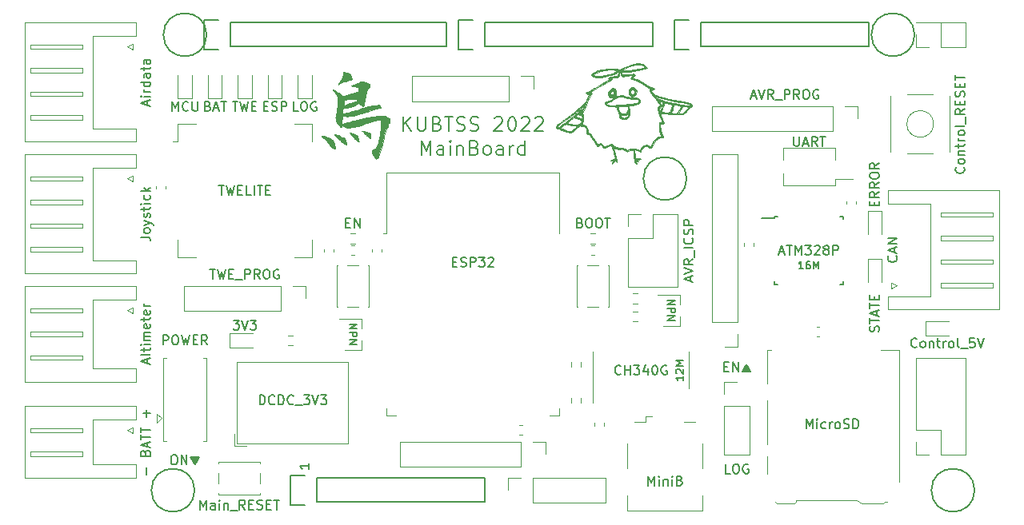
<source format=gbr>
G04 #@! TF.GenerationSoftware,KiCad,Pcbnew,(5.1.9)-1*
G04 #@! TF.CreationDate,2021-11-13T13:02:01+09:00*
G04 #@! TF.ProjectId,MainBoard2022_mega,4d61696e-426f-4617-9264-323032325f6d,rev?*
G04 #@! TF.SameCoordinates,Original*
G04 #@! TF.FileFunction,Legend,Top*
G04 #@! TF.FilePolarity,Positive*
%FSLAX46Y46*%
G04 Gerber Fmt 4.6, Leading zero omitted, Abs format (unit mm)*
G04 Created by KiCad (PCBNEW (5.1.9)-1) date 2021-11-13 13:02:01*
%MOMM*%
%LPD*%
G01*
G04 APERTURE LIST*
%ADD10C,0.200000*%
%ADD11C,0.150000*%
%ADD12C,0.010000*%
%ADD13C,0.120000*%
G04 APERTURE END LIST*
D10*
X143633714Y-83609571D02*
X143633714Y-82109571D01*
X144133714Y-83181000D01*
X144633714Y-82109571D01*
X144633714Y-83609571D01*
X145990857Y-83609571D02*
X145990857Y-82823857D01*
X145919428Y-82681000D01*
X145776571Y-82609571D01*
X145490857Y-82609571D01*
X145348000Y-82681000D01*
X145990857Y-83538142D02*
X145848000Y-83609571D01*
X145490857Y-83609571D01*
X145348000Y-83538142D01*
X145276571Y-83395285D01*
X145276571Y-83252428D01*
X145348000Y-83109571D01*
X145490857Y-83038142D01*
X145848000Y-83038142D01*
X145990857Y-82966714D01*
X146705142Y-83609571D02*
X146705142Y-82609571D01*
X146705142Y-82109571D02*
X146633714Y-82181000D01*
X146705142Y-82252428D01*
X146776571Y-82181000D01*
X146705142Y-82109571D01*
X146705142Y-82252428D01*
X147419428Y-82609571D02*
X147419428Y-83609571D01*
X147419428Y-82752428D02*
X147490857Y-82681000D01*
X147633714Y-82609571D01*
X147848000Y-82609571D01*
X147990857Y-82681000D01*
X148062285Y-82823857D01*
X148062285Y-83609571D01*
X149276571Y-82823857D02*
X149490857Y-82895285D01*
X149562285Y-82966714D01*
X149633714Y-83109571D01*
X149633714Y-83323857D01*
X149562285Y-83466714D01*
X149490857Y-83538142D01*
X149348000Y-83609571D01*
X148776571Y-83609571D01*
X148776571Y-82109571D01*
X149276571Y-82109571D01*
X149419428Y-82181000D01*
X149490857Y-82252428D01*
X149562285Y-82395285D01*
X149562285Y-82538142D01*
X149490857Y-82681000D01*
X149419428Y-82752428D01*
X149276571Y-82823857D01*
X148776571Y-82823857D01*
X150490857Y-83609571D02*
X150348000Y-83538142D01*
X150276571Y-83466714D01*
X150205142Y-83323857D01*
X150205142Y-82895285D01*
X150276571Y-82752428D01*
X150348000Y-82681000D01*
X150490857Y-82609571D01*
X150705142Y-82609571D01*
X150848000Y-82681000D01*
X150919428Y-82752428D01*
X150990857Y-82895285D01*
X150990857Y-83323857D01*
X150919428Y-83466714D01*
X150848000Y-83538142D01*
X150705142Y-83609571D01*
X150490857Y-83609571D01*
X152276571Y-83609571D02*
X152276571Y-82823857D01*
X152205142Y-82681000D01*
X152062285Y-82609571D01*
X151776571Y-82609571D01*
X151633714Y-82681000D01*
X152276571Y-83538142D02*
X152133714Y-83609571D01*
X151776571Y-83609571D01*
X151633714Y-83538142D01*
X151562285Y-83395285D01*
X151562285Y-83252428D01*
X151633714Y-83109571D01*
X151776571Y-83038142D01*
X152133714Y-83038142D01*
X152276571Y-82966714D01*
X152990857Y-83609571D02*
X152990857Y-82609571D01*
X152990857Y-82895285D02*
X153062285Y-82752428D01*
X153133714Y-82681000D01*
X153276571Y-82609571D01*
X153419428Y-82609571D01*
X154562285Y-83609571D02*
X154562285Y-82109571D01*
X154562285Y-83538142D02*
X154419428Y-83609571D01*
X154133714Y-83609571D01*
X153990857Y-83538142D01*
X153919428Y-83466714D01*
X153848000Y-83323857D01*
X153848000Y-82895285D01*
X153919428Y-82752428D01*
X153990857Y-82681000D01*
X154133714Y-82609571D01*
X154419428Y-82609571D01*
X154562285Y-82681000D01*
X141740857Y-81069571D02*
X141740857Y-79569571D01*
X142598000Y-81069571D02*
X141955142Y-80212428D01*
X142598000Y-79569571D02*
X141740857Y-80426714D01*
X143240857Y-79569571D02*
X143240857Y-80783857D01*
X143312285Y-80926714D01*
X143383714Y-80998142D01*
X143526571Y-81069571D01*
X143812285Y-81069571D01*
X143955142Y-80998142D01*
X144026571Y-80926714D01*
X144098000Y-80783857D01*
X144098000Y-79569571D01*
X145312285Y-80283857D02*
X145526571Y-80355285D01*
X145598000Y-80426714D01*
X145669428Y-80569571D01*
X145669428Y-80783857D01*
X145598000Y-80926714D01*
X145526571Y-80998142D01*
X145383714Y-81069571D01*
X144812285Y-81069571D01*
X144812285Y-79569571D01*
X145312285Y-79569571D01*
X145455142Y-79641000D01*
X145526571Y-79712428D01*
X145598000Y-79855285D01*
X145598000Y-79998142D01*
X145526571Y-80141000D01*
X145455142Y-80212428D01*
X145312285Y-80283857D01*
X144812285Y-80283857D01*
X146098000Y-79569571D02*
X146955142Y-79569571D01*
X146526571Y-81069571D02*
X146526571Y-79569571D01*
X147383714Y-80998142D02*
X147598000Y-81069571D01*
X147955142Y-81069571D01*
X148098000Y-80998142D01*
X148169428Y-80926714D01*
X148240857Y-80783857D01*
X148240857Y-80641000D01*
X148169428Y-80498142D01*
X148098000Y-80426714D01*
X147955142Y-80355285D01*
X147669428Y-80283857D01*
X147526571Y-80212428D01*
X147455142Y-80141000D01*
X147383714Y-79998142D01*
X147383714Y-79855285D01*
X147455142Y-79712428D01*
X147526571Y-79641000D01*
X147669428Y-79569571D01*
X148026571Y-79569571D01*
X148240857Y-79641000D01*
X148812285Y-80998142D02*
X149026571Y-81069571D01*
X149383714Y-81069571D01*
X149526571Y-80998142D01*
X149598000Y-80926714D01*
X149669428Y-80783857D01*
X149669428Y-80641000D01*
X149598000Y-80498142D01*
X149526571Y-80426714D01*
X149383714Y-80355285D01*
X149098000Y-80283857D01*
X148955142Y-80212428D01*
X148883714Y-80141000D01*
X148812285Y-79998142D01*
X148812285Y-79855285D01*
X148883714Y-79712428D01*
X148955142Y-79641000D01*
X149098000Y-79569571D01*
X149455142Y-79569571D01*
X149669428Y-79641000D01*
X151383714Y-79712428D02*
X151455142Y-79641000D01*
X151598000Y-79569571D01*
X151955142Y-79569571D01*
X152098000Y-79641000D01*
X152169428Y-79712428D01*
X152240857Y-79855285D01*
X152240857Y-79998142D01*
X152169428Y-80212428D01*
X151312285Y-81069571D01*
X152240857Y-81069571D01*
X153169428Y-79569571D02*
X153312285Y-79569571D01*
X153455142Y-79641000D01*
X153526571Y-79712428D01*
X153598000Y-79855285D01*
X153669428Y-80141000D01*
X153669428Y-80498142D01*
X153598000Y-80783857D01*
X153526571Y-80926714D01*
X153455142Y-80998142D01*
X153312285Y-81069571D01*
X153169428Y-81069571D01*
X153026571Y-80998142D01*
X152955142Y-80926714D01*
X152883714Y-80783857D01*
X152812285Y-80498142D01*
X152812285Y-80141000D01*
X152883714Y-79855285D01*
X152955142Y-79712428D01*
X153026571Y-79641000D01*
X153169428Y-79569571D01*
X154240857Y-79712428D02*
X154312285Y-79641000D01*
X154455142Y-79569571D01*
X154812285Y-79569571D01*
X154955142Y-79641000D01*
X155026571Y-79712428D01*
X155098000Y-79855285D01*
X155098000Y-79998142D01*
X155026571Y-80212428D01*
X154169428Y-81069571D01*
X155098000Y-81069571D01*
X155669428Y-79712428D02*
X155740857Y-79641000D01*
X155883714Y-79569571D01*
X156240857Y-79569571D01*
X156383714Y-79641000D01*
X156455142Y-79712428D01*
X156526571Y-79855285D01*
X156526571Y-79998142D01*
X156455142Y-80212428D01*
X155598000Y-81069571D01*
X156526571Y-81069571D01*
D11*
X131770380Y-116300285D02*
X131770380Y-116871714D01*
X131770380Y-116586000D02*
X130770380Y-116586000D01*
X130913238Y-116681238D01*
X131008476Y-116776476D01*
X131056095Y-116871714D01*
D12*
G36*
X135443515Y-74826991D02*
G01*
X135461531Y-74827383D01*
X135479251Y-74828784D01*
X135498599Y-74831700D01*
X135521498Y-74836636D01*
X135549871Y-74844097D01*
X135585643Y-74854588D01*
X135630735Y-74868614D01*
X135687073Y-74886680D01*
X135755062Y-74908796D01*
X136005093Y-74990421D01*
X136007474Y-75035616D01*
X136009854Y-75080812D01*
X136142407Y-75080812D01*
X136215770Y-75305046D01*
X136234870Y-75363487D01*
X136252823Y-75418540D01*
X136268902Y-75467969D01*
X136282383Y-75509536D01*
X136292537Y-75541005D01*
X136298640Y-75560140D01*
X136299394Y-75562560D01*
X136309654Y-75595839D01*
X136264530Y-75604769D01*
X136126797Y-75637100D01*
X135990550Y-75678818D01*
X135861624Y-75728068D01*
X135822531Y-75745269D01*
X135740233Y-75780984D01*
X135667261Y-75808304D01*
X135600005Y-75828039D01*
X135534860Y-75841002D01*
X135468217Y-75848003D01*
X135396469Y-75849855D01*
X135360522Y-75849194D01*
X135247764Y-75845845D01*
X135245428Y-75889361D01*
X135243093Y-75932876D01*
X135037263Y-76030719D01*
X134984449Y-76055780D01*
X134936455Y-76078469D01*
X134895104Y-76097929D01*
X134862218Y-76113308D01*
X134839620Y-76123750D01*
X134829131Y-76128401D01*
X134828631Y-76128562D01*
X134831930Y-76122385D01*
X134842833Y-76105280D01*
X134859931Y-76079388D01*
X134881815Y-76046849D01*
X134900487Y-76019421D01*
X134939030Y-75962284D01*
X134979984Y-75900162D01*
X135022094Y-75835078D01*
X135064106Y-75769051D01*
X135104767Y-75704101D01*
X135142821Y-75642249D01*
X135177014Y-75585515D01*
X135206092Y-75535920D01*
X135228801Y-75495483D01*
X135243737Y-75466541D01*
X135285085Y-75367597D01*
X135320437Y-75259565D01*
X135348754Y-75146961D01*
X135368997Y-75034302D01*
X135380127Y-74926101D01*
X135382000Y-74865658D01*
X135382000Y-74826812D01*
X135443515Y-74826991D01*
G37*
X135443515Y-74826991D02*
X135461531Y-74827383D01*
X135479251Y-74828784D01*
X135498599Y-74831700D01*
X135521498Y-74836636D01*
X135549871Y-74844097D01*
X135585643Y-74854588D01*
X135630735Y-74868614D01*
X135687073Y-74886680D01*
X135755062Y-74908796D01*
X136005093Y-74990421D01*
X136007474Y-75035616D01*
X136009854Y-75080812D01*
X136142407Y-75080812D01*
X136215770Y-75305046D01*
X136234870Y-75363487D01*
X136252823Y-75418540D01*
X136268902Y-75467969D01*
X136282383Y-75509536D01*
X136292537Y-75541005D01*
X136298640Y-75560140D01*
X136299394Y-75562560D01*
X136309654Y-75595839D01*
X136264530Y-75604769D01*
X136126797Y-75637100D01*
X135990550Y-75678818D01*
X135861624Y-75728068D01*
X135822531Y-75745269D01*
X135740233Y-75780984D01*
X135667261Y-75808304D01*
X135600005Y-75828039D01*
X135534860Y-75841002D01*
X135468217Y-75848003D01*
X135396469Y-75849855D01*
X135360522Y-75849194D01*
X135247764Y-75845845D01*
X135245428Y-75889361D01*
X135243093Y-75932876D01*
X135037263Y-76030719D01*
X134984449Y-76055780D01*
X134936455Y-76078469D01*
X134895104Y-76097929D01*
X134862218Y-76113308D01*
X134839620Y-76123750D01*
X134829131Y-76128401D01*
X134828631Y-76128562D01*
X134831930Y-76122385D01*
X134842833Y-76105280D01*
X134859931Y-76079388D01*
X134881815Y-76046849D01*
X134900487Y-76019421D01*
X134939030Y-75962284D01*
X134979984Y-75900162D01*
X135022094Y-75835078D01*
X135064106Y-75769051D01*
X135104767Y-75704101D01*
X135142821Y-75642249D01*
X135177014Y-75585515D01*
X135206092Y-75535920D01*
X135228801Y-75495483D01*
X135243737Y-75466541D01*
X135285085Y-75367597D01*
X135320437Y-75259565D01*
X135348754Y-75146961D01*
X135368997Y-75034302D01*
X135380127Y-74926101D01*
X135382000Y-74865658D01*
X135382000Y-74826812D01*
X135443515Y-74826991D01*
G36*
X137845939Y-81169881D02*
G01*
X137917239Y-81194468D01*
X137984045Y-81217740D01*
X138044831Y-81239146D01*
X138098071Y-81258140D01*
X138142238Y-81274173D01*
X138175806Y-81286696D01*
X138197249Y-81295161D01*
X138204927Y-81298865D01*
X138209707Y-81309102D01*
X138217488Y-81332155D01*
X138227489Y-81365424D01*
X138238926Y-81406308D01*
X138250620Y-81450656D01*
X138263505Y-81501343D01*
X138272944Y-81540641D01*
X138279472Y-81572529D01*
X138283624Y-81600987D01*
X138285936Y-81629992D01*
X138286942Y-81663526D01*
X138287177Y-81705565D01*
X138287176Y-81722515D01*
X138287125Y-81851500D01*
X138261328Y-81851422D01*
X138247540Y-81849073D01*
X138229456Y-81841294D01*
X138204997Y-81826881D01*
X138172085Y-81804628D01*
X138136312Y-81778943D01*
X138090295Y-81744937D01*
X138046559Y-81711609D01*
X138003357Y-81677480D01*
X137958939Y-81641070D01*
X137911558Y-81600901D01*
X137859464Y-81555491D01*
X137800909Y-81503363D01*
X137734145Y-81443037D01*
X137668000Y-81382713D01*
X137457656Y-81190281D01*
X137449718Y-81094727D01*
X137386218Y-81072892D01*
X137322718Y-81051056D01*
X137496034Y-81049812D01*
X137845939Y-81169881D01*
G37*
X137845939Y-81169881D02*
X137917239Y-81194468D01*
X137984045Y-81217740D01*
X138044831Y-81239146D01*
X138098071Y-81258140D01*
X138142238Y-81274173D01*
X138175806Y-81286696D01*
X138197249Y-81295161D01*
X138204927Y-81298865D01*
X138209707Y-81309102D01*
X138217488Y-81332155D01*
X138227489Y-81365424D01*
X138238926Y-81406308D01*
X138250620Y-81450656D01*
X138263505Y-81501343D01*
X138272944Y-81540641D01*
X138279472Y-81572529D01*
X138283624Y-81600987D01*
X138285936Y-81629992D01*
X138286942Y-81663526D01*
X138287177Y-81705565D01*
X138287176Y-81722515D01*
X138287125Y-81851500D01*
X138261328Y-81851422D01*
X138247540Y-81849073D01*
X138229456Y-81841294D01*
X138204997Y-81826881D01*
X138172085Y-81804628D01*
X138136312Y-81778943D01*
X138090295Y-81744937D01*
X138046559Y-81711609D01*
X138003357Y-81677480D01*
X137958939Y-81641070D01*
X137911558Y-81600901D01*
X137859464Y-81555491D01*
X137800909Y-81503363D01*
X137734145Y-81443037D01*
X137668000Y-81382713D01*
X137457656Y-81190281D01*
X137449718Y-81094727D01*
X137386218Y-81072892D01*
X137322718Y-81051056D01*
X137496034Y-81049812D01*
X137845939Y-81169881D01*
G36*
X136126498Y-81248362D02*
G01*
X136138837Y-81249050D01*
X136151766Y-81250835D01*
X136166674Y-81254241D01*
X136184951Y-81259791D01*
X136207986Y-81268008D01*
X136237168Y-81279416D01*
X136273885Y-81294537D01*
X136319527Y-81313896D01*
X136375484Y-81338014D01*
X136443143Y-81367416D01*
X136523896Y-81402625D01*
X136528094Y-81404456D01*
X136598843Y-81435336D01*
X136665059Y-81464266D01*
X136725340Y-81490631D01*
X136778283Y-81513817D01*
X136822485Y-81533209D01*
X136856544Y-81548191D01*
X136879056Y-81558150D01*
X136888620Y-81562470D01*
X136888848Y-81562591D01*
X136890873Y-81570331D01*
X136895786Y-81591594D01*
X136903154Y-81624377D01*
X136912540Y-81666680D01*
X136923511Y-81716500D01*
X136935631Y-81771837D01*
X136948467Y-81830689D01*
X136961584Y-81891055D01*
X136974548Y-81950933D01*
X136986923Y-82008322D01*
X136998275Y-82061221D01*
X137008170Y-82107627D01*
X137016173Y-82145541D01*
X137021850Y-82172960D01*
X137024765Y-82187883D01*
X137025062Y-82189948D01*
X137018197Y-82191983D01*
X137003234Y-82192668D01*
X136985691Y-82187748D01*
X136957689Y-82173797D01*
X136921088Y-82151799D01*
X136900434Y-82138284D01*
X136835778Y-82093352D01*
X136773616Y-82046577D01*
X136712723Y-81996726D01*
X136651874Y-81942568D01*
X136589845Y-81882871D01*
X136525408Y-81816402D01*
X136457340Y-81741932D01*
X136384416Y-81658226D01*
X136305409Y-81564054D01*
X136219094Y-81458184D01*
X136198534Y-81432617D01*
X136162099Y-81387079D01*
X136129128Y-81345626D01*
X136100871Y-81309849D01*
X136078579Y-81281339D01*
X136063500Y-81261687D01*
X136056884Y-81252485D01*
X136056687Y-81252039D01*
X136063961Y-81250187D01*
X136083132Y-81248837D01*
X136110223Y-81248255D01*
X136113360Y-81248250D01*
X136126498Y-81248362D01*
G37*
X136126498Y-81248362D02*
X136138837Y-81249050D01*
X136151766Y-81250835D01*
X136166674Y-81254241D01*
X136184951Y-81259791D01*
X136207986Y-81268008D01*
X136237168Y-81279416D01*
X136273885Y-81294537D01*
X136319527Y-81313896D01*
X136375484Y-81338014D01*
X136443143Y-81367416D01*
X136523896Y-81402625D01*
X136528094Y-81404456D01*
X136598843Y-81435336D01*
X136665059Y-81464266D01*
X136725340Y-81490631D01*
X136778283Y-81513817D01*
X136822485Y-81533209D01*
X136856544Y-81548191D01*
X136879056Y-81558150D01*
X136888620Y-81562470D01*
X136888848Y-81562591D01*
X136890873Y-81570331D01*
X136895786Y-81591594D01*
X136903154Y-81624377D01*
X136912540Y-81666680D01*
X136923511Y-81716500D01*
X136935631Y-81771837D01*
X136948467Y-81830689D01*
X136961584Y-81891055D01*
X136974548Y-81950933D01*
X136986923Y-82008322D01*
X136998275Y-82061221D01*
X137008170Y-82107627D01*
X137016173Y-82145541D01*
X137021850Y-82172960D01*
X137024765Y-82187883D01*
X137025062Y-82189948D01*
X137018197Y-82191983D01*
X137003234Y-82192668D01*
X136985691Y-82187748D01*
X136957689Y-82173797D01*
X136921088Y-82151799D01*
X136900434Y-82138284D01*
X136835778Y-82093352D01*
X136773616Y-82046577D01*
X136712723Y-81996726D01*
X136651874Y-81942568D01*
X136589845Y-81882871D01*
X136525408Y-81816402D01*
X136457340Y-81741932D01*
X136384416Y-81658226D01*
X136305409Y-81564054D01*
X136219094Y-81458184D01*
X136198534Y-81432617D01*
X136162099Y-81387079D01*
X136129128Y-81345626D01*
X136100871Y-81309849D01*
X136078579Y-81281339D01*
X136063500Y-81261687D01*
X136056884Y-81252485D01*
X136056687Y-81252039D01*
X136063961Y-81250187D01*
X136083132Y-81248837D01*
X136110223Y-81248255D01*
X136113360Y-81248250D01*
X136126498Y-81248362D01*
G36*
X134489031Y-81432887D02*
G01*
X134571625Y-81442134D01*
X134662973Y-81462373D01*
X134763523Y-81493754D01*
X134873725Y-81536425D01*
X134994026Y-81590536D01*
X135057512Y-81621630D01*
X135149905Y-81666761D01*
X135239305Y-81708029D01*
X135322847Y-81744180D01*
X135397670Y-81773958D01*
X135440275Y-81789304D01*
X135468557Y-81799560D01*
X135487299Y-81809343D01*
X135501402Y-81822697D01*
X135515771Y-81843670D01*
X135525278Y-81859437D01*
X135544406Y-81893291D01*
X135562052Y-81928585D01*
X135578845Y-81967162D01*
X135595416Y-82010865D01*
X135612396Y-82061534D01*
X135630414Y-82121012D01*
X135650100Y-82191143D01*
X135672084Y-82273766D01*
X135687737Y-82334386D01*
X135716858Y-82448178D01*
X135698858Y-82467339D01*
X135684293Y-82479670D01*
X135668091Y-82484796D01*
X135646572Y-82482731D01*
X135616055Y-82473487D01*
X135600281Y-82467697D01*
X135544616Y-82445319D01*
X135493555Y-82421482D01*
X135445055Y-82394732D01*
X135397075Y-82363614D01*
X135347574Y-82326673D01*
X135294510Y-82282454D01*
X135235841Y-82229500D01*
X135169527Y-82166359D01*
X135147843Y-82145218D01*
X135088616Y-82087412D01*
X135038610Y-82039137D01*
X134995863Y-81998656D01*
X134958410Y-81964235D01*
X134924290Y-81934138D01*
X134891538Y-81906630D01*
X134858191Y-81879975D01*
X134822287Y-81852439D01*
X134785943Y-81825303D01*
X134753816Y-81800948D01*
X134725585Y-81777948D01*
X134698848Y-81753951D01*
X134671209Y-81726603D01*
X134640269Y-81693553D01*
X134603628Y-81652448D01*
X134568313Y-81611853D01*
X134532281Y-81570179D01*
X134498888Y-81531587D01*
X134469805Y-81498004D01*
X134446702Y-81471358D01*
X134431250Y-81453579D01*
X134426183Y-81447785D01*
X134409656Y-81429038D01*
X134489031Y-81432887D01*
G37*
X134489031Y-81432887D02*
X134571625Y-81442134D01*
X134662973Y-81462373D01*
X134763523Y-81493754D01*
X134873725Y-81536425D01*
X134994026Y-81590536D01*
X135057512Y-81621630D01*
X135149905Y-81666761D01*
X135239305Y-81708029D01*
X135322847Y-81744180D01*
X135397670Y-81773958D01*
X135440275Y-81789304D01*
X135468557Y-81799560D01*
X135487299Y-81809343D01*
X135501402Y-81822697D01*
X135515771Y-81843670D01*
X135525278Y-81859437D01*
X135544406Y-81893291D01*
X135562052Y-81928585D01*
X135578845Y-81967162D01*
X135595416Y-82010865D01*
X135612396Y-82061534D01*
X135630414Y-82121012D01*
X135650100Y-82191143D01*
X135672084Y-82273766D01*
X135687737Y-82334386D01*
X135716858Y-82448178D01*
X135698858Y-82467339D01*
X135684293Y-82479670D01*
X135668091Y-82484796D01*
X135646572Y-82482731D01*
X135616055Y-82473487D01*
X135600281Y-82467697D01*
X135544616Y-82445319D01*
X135493555Y-82421482D01*
X135445055Y-82394732D01*
X135397075Y-82363614D01*
X135347574Y-82326673D01*
X135294510Y-82282454D01*
X135235841Y-82229500D01*
X135169527Y-82166359D01*
X135147843Y-82145218D01*
X135088616Y-82087412D01*
X135038610Y-82039137D01*
X134995863Y-81998656D01*
X134958410Y-81964235D01*
X134924290Y-81934138D01*
X134891538Y-81906630D01*
X134858191Y-81879975D01*
X134822287Y-81852439D01*
X134785943Y-81825303D01*
X134753816Y-81800948D01*
X134725585Y-81777948D01*
X134698848Y-81753951D01*
X134671209Y-81726603D01*
X134640269Y-81693553D01*
X134603628Y-81652448D01*
X134568313Y-81611853D01*
X134532281Y-81570179D01*
X134498888Y-81531587D01*
X134469805Y-81498004D01*
X134446702Y-81471358D01*
X134431250Y-81453579D01*
X134426183Y-81447785D01*
X134409656Y-81429038D01*
X134489031Y-81432887D01*
G36*
X133157686Y-81567725D02*
G01*
X133178596Y-81570163D01*
X133202857Y-81574872D01*
X133233109Y-81582404D01*
X133271995Y-81593313D01*
X133322156Y-81608151D01*
X133350204Y-81616586D01*
X133465447Y-81652267D01*
X133567928Y-81686215D01*
X133660476Y-81719675D01*
X133745923Y-81753895D01*
X133827100Y-81790120D01*
X133906836Y-81829597D01*
X133987963Y-81873572D01*
X134073310Y-81923291D01*
X134141765Y-81965081D01*
X134231062Y-82020462D01*
X134231062Y-82112452D01*
X134297897Y-82134218D01*
X134364733Y-82155984D01*
X134521789Y-82784156D01*
X134506979Y-82843687D01*
X134495799Y-82888901D01*
X134487589Y-82921016D01*
X134481158Y-82942251D01*
X134475313Y-82954828D01*
X134468863Y-82960965D01*
X134460615Y-82962885D01*
X134449379Y-82962805D01*
X134443084Y-82962709D01*
X134421001Y-82960197D01*
X134395777Y-82951742D01*
X134363584Y-82935885D01*
X134344168Y-82925006D01*
X134228905Y-82850620D01*
X134115997Y-82761826D01*
X134006816Y-82660060D01*
X133902736Y-82546760D01*
X133805127Y-82423361D01*
X133715362Y-82291301D01*
X133675061Y-82224562D01*
X133656095Y-82189495D01*
X133644554Y-82160874D01*
X133638263Y-82132502D01*
X133636159Y-82113665D01*
X133631781Y-82062299D01*
X133467592Y-81958220D01*
X133303403Y-81854142D01*
X133177175Y-81711930D01*
X133050946Y-81569718D01*
X133115349Y-81567451D01*
X133137484Y-81567005D01*
X133157686Y-81567725D01*
G37*
X133157686Y-81567725D02*
X133178596Y-81570163D01*
X133202857Y-81574872D01*
X133233109Y-81582404D01*
X133271995Y-81593313D01*
X133322156Y-81608151D01*
X133350204Y-81616586D01*
X133465447Y-81652267D01*
X133567928Y-81686215D01*
X133660476Y-81719675D01*
X133745923Y-81753895D01*
X133827100Y-81790120D01*
X133906836Y-81829597D01*
X133987963Y-81873572D01*
X134073310Y-81923291D01*
X134141765Y-81965081D01*
X134231062Y-82020462D01*
X134231062Y-82112452D01*
X134297897Y-82134218D01*
X134364733Y-82155984D01*
X134521789Y-82784156D01*
X134506979Y-82843687D01*
X134495799Y-82888901D01*
X134487589Y-82921016D01*
X134481158Y-82942251D01*
X134475313Y-82954828D01*
X134468863Y-82960965D01*
X134460615Y-82962885D01*
X134449379Y-82962805D01*
X134443084Y-82962709D01*
X134421001Y-82960197D01*
X134395777Y-82951742D01*
X134363584Y-82935885D01*
X134344168Y-82925006D01*
X134228905Y-82850620D01*
X134115997Y-82761826D01*
X134006816Y-82660060D01*
X133902736Y-82546760D01*
X133805127Y-82423361D01*
X133715362Y-82291301D01*
X133675061Y-82224562D01*
X133656095Y-82189495D01*
X133644554Y-82160874D01*
X133638263Y-82132502D01*
X133636159Y-82113665D01*
X133631781Y-82062299D01*
X133467592Y-81958220D01*
X133303403Y-81854142D01*
X133177175Y-81711930D01*
X133050946Y-81569718D01*
X133115349Y-81567451D01*
X133137484Y-81567005D01*
X133157686Y-81567725D01*
G36*
X137785778Y-75945333D02*
G01*
X137859679Y-75974300D01*
X137929033Y-76001563D01*
X137992448Y-76026568D01*
X138048532Y-76048765D01*
X138095894Y-76067601D01*
X138133142Y-76082522D01*
X138158885Y-76092977D01*
X138171731Y-76098413D01*
X138172930Y-76099034D01*
X138175885Y-76108839D01*
X138179703Y-76131318D01*
X138184061Y-76163314D01*
X138188636Y-76201672D01*
X138193105Y-76243233D01*
X138197146Y-76284842D01*
X138200435Y-76323343D01*
X138202649Y-76355578D01*
X138203466Y-76378391D01*
X138202562Y-76388625D01*
X138202559Y-76388630D01*
X138194158Y-76396252D01*
X138174854Y-76411249D01*
X138146826Y-76432009D01*
X138112252Y-76456917D01*
X138073837Y-76483992D01*
X137951831Y-76569093D01*
X137908564Y-76684187D01*
X137865274Y-76804682D01*
X137827222Y-76922653D01*
X137793425Y-77041805D01*
X137762902Y-77165840D01*
X137734671Y-77298463D01*
X137708647Y-77438250D01*
X137700581Y-77484060D01*
X137690167Y-77542892D01*
X137677869Y-77612146D01*
X137664151Y-77689218D01*
X137649475Y-77771508D01*
X137634305Y-77856413D01*
X137619104Y-77941332D01*
X137609168Y-77996746D01*
X137595618Y-78072394D01*
X137582963Y-78143292D01*
X137571475Y-78207908D01*
X137561425Y-78264706D01*
X137553083Y-78312151D01*
X137546719Y-78348710D01*
X137542604Y-78372848D01*
X137541010Y-78383031D01*
X137541000Y-78383206D01*
X137534086Y-78388918D01*
X137516065Y-78396926D01*
X137491011Y-78405974D01*
X137463002Y-78414807D01*
X137436115Y-78422169D01*
X137414426Y-78426802D01*
X137402012Y-78427452D01*
X137400598Y-78426468D01*
X137395356Y-78415536D01*
X137384915Y-78395847D01*
X137376100Y-78379853D01*
X137368285Y-78366426D01*
X137360308Y-78355475D01*
X137349996Y-78345622D01*
X137335174Y-78335489D01*
X137313670Y-78323699D01*
X137283310Y-78308874D01*
X137241920Y-78289636D01*
X137212436Y-78276111D01*
X137070404Y-78211046D01*
X137047606Y-78165960D01*
X137024808Y-78120875D01*
X136981739Y-78120875D01*
X136964003Y-78121318D01*
X136948978Y-78123628D01*
X136933687Y-78129273D01*
X136915149Y-78139722D01*
X136890387Y-78156445D01*
X136856422Y-78180912D01*
X136848913Y-78186389D01*
X136719680Y-78274061D01*
X136587257Y-78350297D01*
X136449341Y-78416099D01*
X136303629Y-78472471D01*
X136147818Y-78520414D01*
X135997156Y-78557162D01*
X135895130Y-78576100D01*
X135786924Y-78590320D01*
X135677230Y-78599479D01*
X135570740Y-78603231D01*
X135472149Y-78601232D01*
X135433593Y-78598540D01*
X135397955Y-78595898D01*
X135368381Y-78594595D01*
X135348300Y-78594722D01*
X135341277Y-78596002D01*
X135339997Y-78604346D01*
X135337776Y-78626445D01*
X135334772Y-78660222D01*
X135331141Y-78703594D01*
X135327039Y-78754481D01*
X135322623Y-78810804D01*
X135318049Y-78870482D01*
X135313473Y-78931434D01*
X135309052Y-78991579D01*
X135304943Y-79048839D01*
X135301301Y-79101131D01*
X135298283Y-79146377D01*
X135296046Y-79182495D01*
X135294746Y-79207404D01*
X135294495Y-79218234D01*
X135302022Y-79220416D01*
X135322515Y-79222239D01*
X135353069Y-79223540D01*
X135390775Y-79224158D01*
X135401244Y-79224187D01*
X135507802Y-79224187D01*
X135732635Y-79160228D01*
X135928120Y-79104141D01*
X136113390Y-79049948D01*
X136292322Y-78996455D01*
X136468792Y-78942472D01*
X136646676Y-78886805D01*
X136829851Y-78828264D01*
X137022193Y-78765657D01*
X137112375Y-78735970D01*
X137247313Y-78691753D01*
X137369491Y-78652509D01*
X137481018Y-78617652D01*
X137584002Y-78586592D01*
X137680553Y-78558744D01*
X137772780Y-78533520D01*
X137862792Y-78510333D01*
X137952697Y-78488595D01*
X138044606Y-78467720D01*
X138140626Y-78447120D01*
X138176628Y-78439654D01*
X138272474Y-78420778D01*
X138375718Y-78401953D01*
X138483513Y-78383602D01*
X138593011Y-78366147D01*
X138701363Y-78350014D01*
X138805722Y-78335624D01*
X138903239Y-78323403D01*
X138991068Y-78313772D01*
X139066359Y-78307157D01*
X139068968Y-78306968D01*
X139140406Y-78301850D01*
X139241609Y-78441070D01*
X139271305Y-78482207D01*
X139297555Y-78519118D01*
X139319005Y-78549851D01*
X139334299Y-78572458D01*
X139342083Y-78584985D01*
X139342790Y-78586723D01*
X139335496Y-78590673D01*
X139315103Y-78598108D01*
X139283819Y-78608318D01*
X139243855Y-78620592D01*
X139197421Y-78634217D01*
X139178087Y-78639730D01*
X138876624Y-78726157D01*
X138576432Y-78814614D01*
X138273284Y-78906376D01*
X137962954Y-79002717D01*
X137738896Y-79073654D01*
X137663091Y-79097709D01*
X137585662Y-79122048D01*
X137509320Y-79145836D01*
X137436775Y-79168235D01*
X137370740Y-79188409D01*
X137313925Y-79205522D01*
X137269041Y-79218737D01*
X137262743Y-79220550D01*
X136980668Y-79296277D01*
X136688059Y-79365001D01*
X136389025Y-79425851D01*
X136087676Y-79477955D01*
X135954544Y-79498009D01*
X135808746Y-79518957D01*
X135554711Y-79458007D01*
X135473472Y-79438812D01*
X135407491Y-79423872D01*
X135356735Y-79413180D01*
X135321171Y-79406729D01*
X135300764Y-79404512D01*
X135295424Y-79405557D01*
X135293043Y-79415755D01*
X135289276Y-79439846D01*
X135284336Y-79475927D01*
X135278433Y-79522097D01*
X135271780Y-79576454D01*
X135264588Y-79637096D01*
X135257069Y-79702122D01*
X135249435Y-79769630D01*
X135241896Y-79837717D01*
X135234666Y-79904482D01*
X135227955Y-79968023D01*
X135221976Y-80026438D01*
X135216939Y-80077825D01*
X135213057Y-80120284D01*
X135210541Y-80151910D01*
X135209603Y-80170804D01*
X135209796Y-80174903D01*
X135215013Y-80194470D01*
X135223837Y-80221781D01*
X135231203Y-80242377D01*
X135248203Y-80287812D01*
X135335569Y-80287812D01*
X135363339Y-80287654D01*
X135387051Y-80286825D01*
X135409344Y-80284797D01*
X135432863Y-80281038D01*
X135460247Y-80275019D01*
X135494139Y-80266208D01*
X135537181Y-80254076D01*
X135592014Y-80238094D01*
X135610827Y-80232566D01*
X135804614Y-80176280D01*
X136001695Y-80120370D01*
X136200636Y-80065197D01*
X136400000Y-80011120D01*
X136598352Y-79958500D01*
X136794257Y-79907696D01*
X136986279Y-79859068D01*
X137172982Y-79812977D01*
X137352931Y-79769782D01*
X137524691Y-79729843D01*
X137686825Y-79693520D01*
X137837899Y-79661173D01*
X137976477Y-79633163D01*
X138076781Y-79614226D01*
X138376343Y-79563633D01*
X138672519Y-79521603D01*
X138970450Y-79487511D01*
X139275276Y-79460733D01*
X139427428Y-79450175D01*
X139498617Y-79445929D01*
X139556152Y-79443194D01*
X139602178Y-79441935D01*
X139638840Y-79442112D01*
X139668283Y-79443691D01*
X139686512Y-79445715D01*
X139768953Y-79462775D01*
X139842458Y-79490596D01*
X139910745Y-79530917D01*
X139969569Y-79578208D01*
X139999339Y-79603378D01*
X140029987Y-79626602D01*
X140056335Y-79644037D01*
X140063968Y-79648257D01*
X140100828Y-79664036D01*
X140143274Y-79677803D01*
X140185117Y-79687853D01*
X140220169Y-79692483D01*
X140225020Y-79692608D01*
X140249517Y-79694139D01*
X140269515Y-79697502D01*
X140287375Y-79702289D01*
X140287060Y-79917660D01*
X140286746Y-80133031D01*
X140265057Y-80188593D01*
X140243368Y-80244156D01*
X140197902Y-80246536D01*
X140173435Y-80248387D01*
X140156930Y-80250724D01*
X140152437Y-80252515D01*
X140150883Y-80260862D01*
X140146575Y-80282204D01*
X140140043Y-80314001D01*
X140131820Y-80353717D01*
X140122434Y-80398815D01*
X140112419Y-80446756D01*
X140102304Y-80495002D01*
X140092620Y-80541017D01*
X140083898Y-80582263D01*
X140076670Y-80616202D01*
X140071465Y-80640297D01*
X140069075Y-80650953D01*
X140063777Y-80662456D01*
X140052017Y-80667658D01*
X140030963Y-80668812D01*
X139997104Y-80668812D01*
X139939708Y-80850696D01*
X139860524Y-81110096D01*
X139789315Y-81361821D01*
X139724751Y-81611060D01*
X139665503Y-81863004D01*
X139610243Y-82122840D01*
X139597054Y-82188842D01*
X139536526Y-82468304D01*
X139466749Y-82739024D01*
X139386535Y-83004900D01*
X139294699Y-83269832D01*
X139190056Y-83537720D01*
X139178351Y-83566000D01*
X139155011Y-83621439D01*
X139130754Y-83677873D01*
X139106508Y-83733258D01*
X139083197Y-83785549D01*
X139061750Y-83832701D01*
X139043092Y-83872669D01*
X139028150Y-83903408D01*
X139017850Y-83922875D01*
X139014116Y-83928479D01*
X139004361Y-83934354D01*
X138983304Y-83944642D01*
X138954342Y-83957882D01*
X138920871Y-83972616D01*
X138886287Y-83987384D01*
X138853987Y-84000725D01*
X138827367Y-84011181D01*
X138809824Y-84017292D01*
X138805176Y-84018271D01*
X138800117Y-84011440D01*
X138788898Y-83992248D01*
X138772501Y-83962508D01*
X138751909Y-83924037D01*
X138728104Y-83878648D01*
X138702071Y-83828157D01*
X138699875Y-83823859D01*
X138600656Y-83629613D01*
X138555896Y-83629556D01*
X138511137Y-83629500D01*
X138446678Y-83365578D01*
X138431468Y-83303023D01*
X138417542Y-83245209D01*
X138405334Y-83193983D01*
X138395281Y-83151195D01*
X138387818Y-83118695D01*
X138383379Y-83098333D01*
X138382296Y-83092085D01*
X138389594Y-83086957D01*
X138410223Y-83077791D01*
X138442365Y-83065275D01*
X138484196Y-83050101D01*
X138533895Y-83032957D01*
X138570890Y-83020647D01*
X138759406Y-82958781D01*
X138808927Y-82867500D01*
X138897592Y-82691202D01*
X138979201Y-82502835D01*
X139052913Y-82304936D01*
X139117887Y-82100044D01*
X139173280Y-81890698D01*
X139218252Y-81679435D01*
X139235318Y-81581625D01*
X139246222Y-81509258D01*
X139257848Y-81422680D01*
X139270038Y-81323533D01*
X139282633Y-81213456D01*
X139295476Y-81094089D01*
X139308407Y-80967073D01*
X139321270Y-80834048D01*
X139333904Y-80696653D01*
X139346153Y-80556530D01*
X139357857Y-80415319D01*
X139368859Y-80274659D01*
X139379000Y-80136191D01*
X139388121Y-80001555D01*
X139388720Y-79992274D01*
X139394710Y-79899142D01*
X139335027Y-79886332D01*
X139297570Y-79878250D01*
X139258441Y-79869740D01*
X139228453Y-79863160D01*
X139211403Y-79859678D01*
X139196079Y-79857787D01*
X139179723Y-79857833D01*
X139159579Y-79860163D01*
X139132891Y-79865121D01*
X139096902Y-79873056D01*
X139048855Y-79884312D01*
X139036252Y-79887302D01*
X138889262Y-79922967D01*
X138749000Y-79958668D01*
X138613321Y-79995080D01*
X138480078Y-80032878D01*
X138347129Y-80072738D01*
X138212326Y-80115335D01*
X138073526Y-80161344D01*
X137928583Y-80211440D01*
X137775351Y-80266299D01*
X137611687Y-80326596D01*
X137463033Y-80382527D01*
X137231695Y-80464311D01*
X136999778Y-80534129D01*
X136764903Y-80592501D01*
X136524694Y-80639945D01*
X136276773Y-80676982D01*
X136018762Y-80704129D01*
X135972791Y-80707871D01*
X135876989Y-80715346D01*
X135564163Y-80609246D01*
X135497093Y-80586690D01*
X135434749Y-80566093D01*
X135378714Y-80547951D01*
X135330573Y-80532760D01*
X135291909Y-80521016D01*
X135264307Y-80513214D01*
X135249349Y-80509851D01*
X135247115Y-80509976D01*
X135243481Y-80520193D01*
X135237130Y-80542140D01*
X135229100Y-80572121D01*
X135223813Y-80592809D01*
X135204732Y-80668812D01*
X135035182Y-80668812D01*
X135013182Y-80585809D01*
X134991181Y-80502805D01*
X134899845Y-80405231D01*
X134843683Y-80344503D01*
X134797458Y-80292564D01*
X134759636Y-80247222D01*
X134728686Y-80206288D01*
X134703075Y-80167574D01*
X134681270Y-80128890D01*
X134661739Y-80088046D01*
X134642949Y-80042854D01*
X134638884Y-80032423D01*
X134610484Y-79951555D01*
X134590304Y-79875453D01*
X134576514Y-79796596D01*
X134571706Y-79756313D01*
X134562698Y-79670283D01*
X134594889Y-79536532D01*
X134637132Y-79345570D01*
X134674367Y-79145806D01*
X134705864Y-78942211D01*
X134730890Y-78739757D01*
X134748717Y-78543415D01*
X134754637Y-78450281D01*
X134758751Y-78367629D01*
X134762729Y-78276164D01*
X134766472Y-78179036D01*
X134769886Y-78079394D01*
X134772874Y-77980389D01*
X134773156Y-77969485D01*
X135419955Y-77969485D01*
X135420473Y-77997157D01*
X135422328Y-78030864D01*
X135425534Y-78073487D01*
X135430102Y-78127908D01*
X135432277Y-78153206D01*
X135448637Y-78343125D01*
X135517850Y-78343125D01*
X135551533Y-78342776D01*
X135575504Y-78340664D01*
X135595537Y-78335189D01*
X135617411Y-78324750D01*
X135646901Y-78307747D01*
X135648072Y-78307055D01*
X135702248Y-78276479D01*
X135764715Y-78243581D01*
X135830401Y-78210868D01*
X135894231Y-78180847D01*
X135951129Y-78156026D01*
X135965406Y-78150239D01*
X136002171Y-78136199D01*
X136042179Y-78122066D01*
X136087040Y-78107371D01*
X136138363Y-78091639D01*
X136197758Y-78074400D01*
X136266835Y-78055181D01*
X136347203Y-78033511D01*
X136440471Y-78008916D01*
X136501187Y-77993106D01*
X136574147Y-77974100D01*
X136633280Y-77958465D01*
X136680158Y-77945700D01*
X136716349Y-77935307D01*
X136743425Y-77926788D01*
X136762955Y-77919643D01*
X136776509Y-77913373D01*
X136785658Y-77907479D01*
X136791971Y-77901462D01*
X136792851Y-77900422D01*
X136804676Y-77883827D01*
X136810102Y-77871769D01*
X136810141Y-77870843D01*
X136807282Y-77860819D01*
X136799830Y-77838974D01*
X136788848Y-77808319D01*
X136775397Y-77771866D01*
X136772332Y-77763687D01*
X136735053Y-77664468D01*
X136153569Y-77660306D01*
X135890921Y-77723068D01*
X135628273Y-77785831D01*
X135540327Y-77763580D01*
X135498006Y-77753520D01*
X135469513Y-77748344D01*
X135453625Y-77747877D01*
X135449244Y-77750523D01*
X135446949Y-77761497D01*
X135442927Y-77784898D01*
X135437715Y-77817442D01*
X135431854Y-77855845D01*
X135431012Y-77861503D01*
X135426304Y-77893856D01*
X135422883Y-77920716D01*
X135420763Y-77944965D01*
X135419955Y-77969485D01*
X134773156Y-77969485D01*
X134775341Y-77885171D01*
X134777188Y-77796890D01*
X134778322Y-77718696D01*
X134778651Y-77663754D01*
X134778414Y-77606432D01*
X134777459Y-77561769D01*
X134775548Y-77526557D01*
X134772441Y-77497585D01*
X134767900Y-77471646D01*
X134762697Y-77449441D01*
X134727294Y-77337281D01*
X134680613Y-77235199D01*
X134621504Y-77141048D01*
X134551848Y-77055968D01*
X134500154Y-76997215D01*
X134446685Y-76932017D01*
X134394311Y-76864160D01*
X134345899Y-76797429D01*
X134304317Y-76735606D01*
X134283550Y-76701955D01*
X134284838Y-76696988D01*
X134298056Y-76699267D01*
X134321495Y-76707910D01*
X134353448Y-76722035D01*
X134392207Y-76740761D01*
X134436066Y-76763207D01*
X134483316Y-76788490D01*
X134532249Y-76815730D01*
X134581159Y-76844044D01*
X134628337Y-76872552D01*
X134672076Y-76900372D01*
X134686699Y-76910081D01*
X134789264Y-76977300D01*
X134892198Y-77041411D01*
X134990463Y-77099310D01*
X135028781Y-77120836D01*
X135052938Y-77134248D01*
X135070888Y-77144332D01*
X135078825Y-77148949D01*
X135078860Y-77148974D01*
X135081841Y-77156940D01*
X135087696Y-77176649D01*
X135095365Y-77204464D01*
X135098703Y-77217045D01*
X135116093Y-77283298D01*
X135281905Y-77305453D01*
X135447717Y-77327607D01*
X136190749Y-77115689D01*
X136295860Y-77085707D01*
X136396564Y-77056977D01*
X136491823Y-77029794D01*
X136580599Y-77004455D01*
X136661855Y-76981257D01*
X136734550Y-76960495D01*
X136797649Y-76942467D01*
X136850112Y-76927470D01*
X136890902Y-76915798D01*
X136918980Y-76907750D01*
X136933309Y-76903621D01*
X136934997Y-76903119D01*
X136936592Y-76895445D01*
X136940528Y-76874029D01*
X136946466Y-76840777D01*
X136954070Y-76797593D01*
X136963005Y-76746384D01*
X136972932Y-76689055D01*
X136977190Y-76664343D01*
X136987591Y-76604113D01*
X136997287Y-76548375D01*
X137005910Y-76499210D01*
X137013092Y-76458701D01*
X137018466Y-76428928D01*
X137021664Y-76411973D01*
X137022211Y-76409410D01*
X137023163Y-76402598D01*
X137020582Y-76397752D01*
X137012067Y-76394348D01*
X136995213Y-76391861D01*
X136967618Y-76389767D01*
X136926880Y-76387543D01*
X136920487Y-76387217D01*
X136804193Y-76380590D01*
X136702140Y-76373176D01*
X136612703Y-76364740D01*
X136534257Y-76355045D01*
X136465176Y-76343856D01*
X136403836Y-76330937D01*
X136348612Y-76316052D01*
X136297879Y-76298966D01*
X136288859Y-76295546D01*
X136257550Y-76283164D01*
X136238239Y-76274060D01*
X136228038Y-76266007D01*
X136224055Y-76256776D01*
X136223399Y-76245063D01*
X136223423Y-76219843D01*
X136689727Y-76076013D01*
X137156031Y-75932182D01*
X137179752Y-75863684D01*
X137203474Y-75795187D01*
X137402181Y-75795187D01*
X137785778Y-75945333D01*
G37*
X137785778Y-75945333D02*
X137859679Y-75974300D01*
X137929033Y-76001563D01*
X137992448Y-76026568D01*
X138048532Y-76048765D01*
X138095894Y-76067601D01*
X138133142Y-76082522D01*
X138158885Y-76092977D01*
X138171731Y-76098413D01*
X138172930Y-76099034D01*
X138175885Y-76108839D01*
X138179703Y-76131318D01*
X138184061Y-76163314D01*
X138188636Y-76201672D01*
X138193105Y-76243233D01*
X138197146Y-76284842D01*
X138200435Y-76323343D01*
X138202649Y-76355578D01*
X138203466Y-76378391D01*
X138202562Y-76388625D01*
X138202559Y-76388630D01*
X138194158Y-76396252D01*
X138174854Y-76411249D01*
X138146826Y-76432009D01*
X138112252Y-76456917D01*
X138073837Y-76483992D01*
X137951831Y-76569093D01*
X137908564Y-76684187D01*
X137865274Y-76804682D01*
X137827222Y-76922653D01*
X137793425Y-77041805D01*
X137762902Y-77165840D01*
X137734671Y-77298463D01*
X137708647Y-77438250D01*
X137700581Y-77484060D01*
X137690167Y-77542892D01*
X137677869Y-77612146D01*
X137664151Y-77689218D01*
X137649475Y-77771508D01*
X137634305Y-77856413D01*
X137619104Y-77941332D01*
X137609168Y-77996746D01*
X137595618Y-78072394D01*
X137582963Y-78143292D01*
X137571475Y-78207908D01*
X137561425Y-78264706D01*
X137553083Y-78312151D01*
X137546719Y-78348710D01*
X137542604Y-78372848D01*
X137541010Y-78383031D01*
X137541000Y-78383206D01*
X137534086Y-78388918D01*
X137516065Y-78396926D01*
X137491011Y-78405974D01*
X137463002Y-78414807D01*
X137436115Y-78422169D01*
X137414426Y-78426802D01*
X137402012Y-78427452D01*
X137400598Y-78426468D01*
X137395356Y-78415536D01*
X137384915Y-78395847D01*
X137376100Y-78379853D01*
X137368285Y-78366426D01*
X137360308Y-78355475D01*
X137349996Y-78345622D01*
X137335174Y-78335489D01*
X137313670Y-78323699D01*
X137283310Y-78308874D01*
X137241920Y-78289636D01*
X137212436Y-78276111D01*
X137070404Y-78211046D01*
X137047606Y-78165960D01*
X137024808Y-78120875D01*
X136981739Y-78120875D01*
X136964003Y-78121318D01*
X136948978Y-78123628D01*
X136933687Y-78129273D01*
X136915149Y-78139722D01*
X136890387Y-78156445D01*
X136856422Y-78180912D01*
X136848913Y-78186389D01*
X136719680Y-78274061D01*
X136587257Y-78350297D01*
X136449341Y-78416099D01*
X136303629Y-78472471D01*
X136147818Y-78520414D01*
X135997156Y-78557162D01*
X135895130Y-78576100D01*
X135786924Y-78590320D01*
X135677230Y-78599479D01*
X135570740Y-78603231D01*
X135472149Y-78601232D01*
X135433593Y-78598540D01*
X135397955Y-78595898D01*
X135368381Y-78594595D01*
X135348300Y-78594722D01*
X135341277Y-78596002D01*
X135339997Y-78604346D01*
X135337776Y-78626445D01*
X135334772Y-78660222D01*
X135331141Y-78703594D01*
X135327039Y-78754481D01*
X135322623Y-78810804D01*
X135318049Y-78870482D01*
X135313473Y-78931434D01*
X135309052Y-78991579D01*
X135304943Y-79048839D01*
X135301301Y-79101131D01*
X135298283Y-79146377D01*
X135296046Y-79182495D01*
X135294746Y-79207404D01*
X135294495Y-79218234D01*
X135302022Y-79220416D01*
X135322515Y-79222239D01*
X135353069Y-79223540D01*
X135390775Y-79224158D01*
X135401244Y-79224187D01*
X135507802Y-79224187D01*
X135732635Y-79160228D01*
X135928120Y-79104141D01*
X136113390Y-79049948D01*
X136292322Y-78996455D01*
X136468792Y-78942472D01*
X136646676Y-78886805D01*
X136829851Y-78828264D01*
X137022193Y-78765657D01*
X137112375Y-78735970D01*
X137247313Y-78691753D01*
X137369491Y-78652509D01*
X137481018Y-78617652D01*
X137584002Y-78586592D01*
X137680553Y-78558744D01*
X137772780Y-78533520D01*
X137862792Y-78510333D01*
X137952697Y-78488595D01*
X138044606Y-78467720D01*
X138140626Y-78447120D01*
X138176628Y-78439654D01*
X138272474Y-78420778D01*
X138375718Y-78401953D01*
X138483513Y-78383602D01*
X138593011Y-78366147D01*
X138701363Y-78350014D01*
X138805722Y-78335624D01*
X138903239Y-78323403D01*
X138991068Y-78313772D01*
X139066359Y-78307157D01*
X139068968Y-78306968D01*
X139140406Y-78301850D01*
X139241609Y-78441070D01*
X139271305Y-78482207D01*
X139297555Y-78519118D01*
X139319005Y-78549851D01*
X139334299Y-78572458D01*
X139342083Y-78584985D01*
X139342790Y-78586723D01*
X139335496Y-78590673D01*
X139315103Y-78598108D01*
X139283819Y-78608318D01*
X139243855Y-78620592D01*
X139197421Y-78634217D01*
X139178087Y-78639730D01*
X138876624Y-78726157D01*
X138576432Y-78814614D01*
X138273284Y-78906376D01*
X137962954Y-79002717D01*
X137738896Y-79073654D01*
X137663091Y-79097709D01*
X137585662Y-79122048D01*
X137509320Y-79145836D01*
X137436775Y-79168235D01*
X137370740Y-79188409D01*
X137313925Y-79205522D01*
X137269041Y-79218737D01*
X137262743Y-79220550D01*
X136980668Y-79296277D01*
X136688059Y-79365001D01*
X136389025Y-79425851D01*
X136087676Y-79477955D01*
X135954544Y-79498009D01*
X135808746Y-79518957D01*
X135554711Y-79458007D01*
X135473472Y-79438812D01*
X135407491Y-79423872D01*
X135356735Y-79413180D01*
X135321171Y-79406729D01*
X135300764Y-79404512D01*
X135295424Y-79405557D01*
X135293043Y-79415755D01*
X135289276Y-79439846D01*
X135284336Y-79475927D01*
X135278433Y-79522097D01*
X135271780Y-79576454D01*
X135264588Y-79637096D01*
X135257069Y-79702122D01*
X135249435Y-79769630D01*
X135241896Y-79837717D01*
X135234666Y-79904482D01*
X135227955Y-79968023D01*
X135221976Y-80026438D01*
X135216939Y-80077825D01*
X135213057Y-80120284D01*
X135210541Y-80151910D01*
X135209603Y-80170804D01*
X135209796Y-80174903D01*
X135215013Y-80194470D01*
X135223837Y-80221781D01*
X135231203Y-80242377D01*
X135248203Y-80287812D01*
X135335569Y-80287812D01*
X135363339Y-80287654D01*
X135387051Y-80286825D01*
X135409344Y-80284797D01*
X135432863Y-80281038D01*
X135460247Y-80275019D01*
X135494139Y-80266208D01*
X135537181Y-80254076D01*
X135592014Y-80238094D01*
X135610827Y-80232566D01*
X135804614Y-80176280D01*
X136001695Y-80120370D01*
X136200636Y-80065197D01*
X136400000Y-80011120D01*
X136598352Y-79958500D01*
X136794257Y-79907696D01*
X136986279Y-79859068D01*
X137172982Y-79812977D01*
X137352931Y-79769782D01*
X137524691Y-79729843D01*
X137686825Y-79693520D01*
X137837899Y-79661173D01*
X137976477Y-79633163D01*
X138076781Y-79614226D01*
X138376343Y-79563633D01*
X138672519Y-79521603D01*
X138970450Y-79487511D01*
X139275276Y-79460733D01*
X139427428Y-79450175D01*
X139498617Y-79445929D01*
X139556152Y-79443194D01*
X139602178Y-79441935D01*
X139638840Y-79442112D01*
X139668283Y-79443691D01*
X139686512Y-79445715D01*
X139768953Y-79462775D01*
X139842458Y-79490596D01*
X139910745Y-79530917D01*
X139969569Y-79578208D01*
X139999339Y-79603378D01*
X140029987Y-79626602D01*
X140056335Y-79644037D01*
X140063968Y-79648257D01*
X140100828Y-79664036D01*
X140143274Y-79677803D01*
X140185117Y-79687853D01*
X140220169Y-79692483D01*
X140225020Y-79692608D01*
X140249517Y-79694139D01*
X140269515Y-79697502D01*
X140287375Y-79702289D01*
X140287060Y-79917660D01*
X140286746Y-80133031D01*
X140265057Y-80188593D01*
X140243368Y-80244156D01*
X140197902Y-80246536D01*
X140173435Y-80248387D01*
X140156930Y-80250724D01*
X140152437Y-80252515D01*
X140150883Y-80260862D01*
X140146575Y-80282204D01*
X140140043Y-80314001D01*
X140131820Y-80353717D01*
X140122434Y-80398815D01*
X140112419Y-80446756D01*
X140102304Y-80495002D01*
X140092620Y-80541017D01*
X140083898Y-80582263D01*
X140076670Y-80616202D01*
X140071465Y-80640297D01*
X140069075Y-80650953D01*
X140063777Y-80662456D01*
X140052017Y-80667658D01*
X140030963Y-80668812D01*
X139997104Y-80668812D01*
X139939708Y-80850696D01*
X139860524Y-81110096D01*
X139789315Y-81361821D01*
X139724751Y-81611060D01*
X139665503Y-81863004D01*
X139610243Y-82122840D01*
X139597054Y-82188842D01*
X139536526Y-82468304D01*
X139466749Y-82739024D01*
X139386535Y-83004900D01*
X139294699Y-83269832D01*
X139190056Y-83537720D01*
X139178351Y-83566000D01*
X139155011Y-83621439D01*
X139130754Y-83677873D01*
X139106508Y-83733258D01*
X139083197Y-83785549D01*
X139061750Y-83832701D01*
X139043092Y-83872669D01*
X139028150Y-83903408D01*
X139017850Y-83922875D01*
X139014116Y-83928479D01*
X139004361Y-83934354D01*
X138983304Y-83944642D01*
X138954342Y-83957882D01*
X138920871Y-83972616D01*
X138886287Y-83987384D01*
X138853987Y-84000725D01*
X138827367Y-84011181D01*
X138809824Y-84017292D01*
X138805176Y-84018271D01*
X138800117Y-84011440D01*
X138788898Y-83992248D01*
X138772501Y-83962508D01*
X138751909Y-83924037D01*
X138728104Y-83878648D01*
X138702071Y-83828157D01*
X138699875Y-83823859D01*
X138600656Y-83629613D01*
X138555896Y-83629556D01*
X138511137Y-83629500D01*
X138446678Y-83365578D01*
X138431468Y-83303023D01*
X138417542Y-83245209D01*
X138405334Y-83193983D01*
X138395281Y-83151195D01*
X138387818Y-83118695D01*
X138383379Y-83098333D01*
X138382296Y-83092085D01*
X138389594Y-83086957D01*
X138410223Y-83077791D01*
X138442365Y-83065275D01*
X138484196Y-83050101D01*
X138533895Y-83032957D01*
X138570890Y-83020647D01*
X138759406Y-82958781D01*
X138808927Y-82867500D01*
X138897592Y-82691202D01*
X138979201Y-82502835D01*
X139052913Y-82304936D01*
X139117887Y-82100044D01*
X139173280Y-81890698D01*
X139218252Y-81679435D01*
X139235318Y-81581625D01*
X139246222Y-81509258D01*
X139257848Y-81422680D01*
X139270038Y-81323533D01*
X139282633Y-81213456D01*
X139295476Y-81094089D01*
X139308407Y-80967073D01*
X139321270Y-80834048D01*
X139333904Y-80696653D01*
X139346153Y-80556530D01*
X139357857Y-80415319D01*
X139368859Y-80274659D01*
X139379000Y-80136191D01*
X139388121Y-80001555D01*
X139388720Y-79992274D01*
X139394710Y-79899142D01*
X139335027Y-79886332D01*
X139297570Y-79878250D01*
X139258441Y-79869740D01*
X139228453Y-79863160D01*
X139211403Y-79859678D01*
X139196079Y-79857787D01*
X139179723Y-79857833D01*
X139159579Y-79860163D01*
X139132891Y-79865121D01*
X139096902Y-79873056D01*
X139048855Y-79884312D01*
X139036252Y-79887302D01*
X138889262Y-79922967D01*
X138749000Y-79958668D01*
X138613321Y-79995080D01*
X138480078Y-80032878D01*
X138347129Y-80072738D01*
X138212326Y-80115335D01*
X138073526Y-80161344D01*
X137928583Y-80211440D01*
X137775351Y-80266299D01*
X137611687Y-80326596D01*
X137463033Y-80382527D01*
X137231695Y-80464311D01*
X136999778Y-80534129D01*
X136764903Y-80592501D01*
X136524694Y-80639945D01*
X136276773Y-80676982D01*
X136018762Y-80704129D01*
X135972791Y-80707871D01*
X135876989Y-80715346D01*
X135564163Y-80609246D01*
X135497093Y-80586690D01*
X135434749Y-80566093D01*
X135378714Y-80547951D01*
X135330573Y-80532760D01*
X135291909Y-80521016D01*
X135264307Y-80513214D01*
X135249349Y-80509851D01*
X135247115Y-80509976D01*
X135243481Y-80520193D01*
X135237130Y-80542140D01*
X135229100Y-80572121D01*
X135223813Y-80592809D01*
X135204732Y-80668812D01*
X135035182Y-80668812D01*
X135013182Y-80585809D01*
X134991181Y-80502805D01*
X134899845Y-80405231D01*
X134843683Y-80344503D01*
X134797458Y-80292564D01*
X134759636Y-80247222D01*
X134728686Y-80206288D01*
X134703075Y-80167574D01*
X134681270Y-80128890D01*
X134661739Y-80088046D01*
X134642949Y-80042854D01*
X134638884Y-80032423D01*
X134610484Y-79951555D01*
X134590304Y-79875453D01*
X134576514Y-79796596D01*
X134571706Y-79756313D01*
X134562698Y-79670283D01*
X134594889Y-79536532D01*
X134637132Y-79345570D01*
X134674367Y-79145806D01*
X134705864Y-78942211D01*
X134730890Y-78739757D01*
X134748717Y-78543415D01*
X134754637Y-78450281D01*
X134758751Y-78367629D01*
X134762729Y-78276164D01*
X134766472Y-78179036D01*
X134769886Y-78079394D01*
X134772874Y-77980389D01*
X134773156Y-77969485D01*
X135419955Y-77969485D01*
X135420473Y-77997157D01*
X135422328Y-78030864D01*
X135425534Y-78073487D01*
X135430102Y-78127908D01*
X135432277Y-78153206D01*
X135448637Y-78343125D01*
X135517850Y-78343125D01*
X135551533Y-78342776D01*
X135575504Y-78340664D01*
X135595537Y-78335189D01*
X135617411Y-78324750D01*
X135646901Y-78307747D01*
X135648072Y-78307055D01*
X135702248Y-78276479D01*
X135764715Y-78243581D01*
X135830401Y-78210868D01*
X135894231Y-78180847D01*
X135951129Y-78156026D01*
X135965406Y-78150239D01*
X136002171Y-78136199D01*
X136042179Y-78122066D01*
X136087040Y-78107371D01*
X136138363Y-78091639D01*
X136197758Y-78074400D01*
X136266835Y-78055181D01*
X136347203Y-78033511D01*
X136440471Y-78008916D01*
X136501187Y-77993106D01*
X136574147Y-77974100D01*
X136633280Y-77958465D01*
X136680158Y-77945700D01*
X136716349Y-77935307D01*
X136743425Y-77926788D01*
X136762955Y-77919643D01*
X136776509Y-77913373D01*
X136785658Y-77907479D01*
X136791971Y-77901462D01*
X136792851Y-77900422D01*
X136804676Y-77883827D01*
X136810102Y-77871769D01*
X136810141Y-77870843D01*
X136807282Y-77860819D01*
X136799830Y-77838974D01*
X136788848Y-77808319D01*
X136775397Y-77771866D01*
X136772332Y-77763687D01*
X136735053Y-77664468D01*
X136153569Y-77660306D01*
X135890921Y-77723068D01*
X135628273Y-77785831D01*
X135540327Y-77763580D01*
X135498006Y-77753520D01*
X135469513Y-77748344D01*
X135453625Y-77747877D01*
X135449244Y-77750523D01*
X135446949Y-77761497D01*
X135442927Y-77784898D01*
X135437715Y-77817442D01*
X135431854Y-77855845D01*
X135431012Y-77861503D01*
X135426304Y-77893856D01*
X135422883Y-77920716D01*
X135420763Y-77944965D01*
X135419955Y-77969485D01*
X134773156Y-77969485D01*
X134775341Y-77885171D01*
X134777188Y-77796890D01*
X134778322Y-77718696D01*
X134778651Y-77663754D01*
X134778414Y-77606432D01*
X134777459Y-77561769D01*
X134775548Y-77526557D01*
X134772441Y-77497585D01*
X134767900Y-77471646D01*
X134762697Y-77449441D01*
X134727294Y-77337281D01*
X134680613Y-77235199D01*
X134621504Y-77141048D01*
X134551848Y-77055968D01*
X134500154Y-76997215D01*
X134446685Y-76932017D01*
X134394311Y-76864160D01*
X134345899Y-76797429D01*
X134304317Y-76735606D01*
X134283550Y-76701955D01*
X134284838Y-76696988D01*
X134298056Y-76699267D01*
X134321495Y-76707910D01*
X134353448Y-76722035D01*
X134392207Y-76740761D01*
X134436066Y-76763207D01*
X134483316Y-76788490D01*
X134532249Y-76815730D01*
X134581159Y-76844044D01*
X134628337Y-76872552D01*
X134672076Y-76900372D01*
X134686699Y-76910081D01*
X134789264Y-76977300D01*
X134892198Y-77041411D01*
X134990463Y-77099310D01*
X135028781Y-77120836D01*
X135052938Y-77134248D01*
X135070888Y-77144332D01*
X135078825Y-77148949D01*
X135078860Y-77148974D01*
X135081841Y-77156940D01*
X135087696Y-77176649D01*
X135095365Y-77204464D01*
X135098703Y-77217045D01*
X135116093Y-77283298D01*
X135281905Y-77305453D01*
X135447717Y-77327607D01*
X136190749Y-77115689D01*
X136295860Y-77085707D01*
X136396564Y-77056977D01*
X136491823Y-77029794D01*
X136580599Y-77004455D01*
X136661855Y-76981257D01*
X136734550Y-76960495D01*
X136797649Y-76942467D01*
X136850112Y-76927470D01*
X136890902Y-76915798D01*
X136918980Y-76907750D01*
X136933309Y-76903621D01*
X136934997Y-76903119D01*
X136936592Y-76895445D01*
X136940528Y-76874029D01*
X136946466Y-76840777D01*
X136954070Y-76797593D01*
X136963005Y-76746384D01*
X136972932Y-76689055D01*
X136977190Y-76664343D01*
X136987591Y-76604113D01*
X136997287Y-76548375D01*
X137005910Y-76499210D01*
X137013092Y-76458701D01*
X137018466Y-76428928D01*
X137021664Y-76411973D01*
X137022211Y-76409410D01*
X137023163Y-76402598D01*
X137020582Y-76397752D01*
X137012067Y-76394348D01*
X136995213Y-76391861D01*
X136967618Y-76389767D01*
X136926880Y-76387543D01*
X136920487Y-76387217D01*
X136804193Y-76380590D01*
X136702140Y-76373176D01*
X136612703Y-76364740D01*
X136534257Y-76355045D01*
X136465176Y-76343856D01*
X136403836Y-76330937D01*
X136348612Y-76316052D01*
X136297879Y-76298966D01*
X136288859Y-76295546D01*
X136257550Y-76283164D01*
X136238239Y-76274060D01*
X136228038Y-76266007D01*
X136224055Y-76256776D01*
X136223399Y-76245063D01*
X136223423Y-76219843D01*
X136689727Y-76076013D01*
X137156031Y-75932182D01*
X137179752Y-75863684D01*
X137203474Y-75795187D01*
X137402181Y-75795187D01*
X137785778Y-75945333D01*
D13*
X165548000Y-89856000D02*
X166878000Y-89856000D01*
X165548000Y-91186000D02*
X165548000Y-89856000D01*
X168148000Y-89856000D02*
X170748000Y-89856000D01*
X168148000Y-92456000D02*
X168148000Y-89856000D01*
X165548000Y-92456000D02*
X168148000Y-92456000D01*
X170748000Y-89856000D02*
X170748000Y-97596000D01*
X165548000Y-92456000D02*
X165548000Y-97596000D01*
X165548000Y-97596000D02*
X170748000Y-97596000D01*
X139978000Y-91901000D02*
X139598000Y-91901000D01*
X139978000Y-85481000D02*
X139978000Y-91901000D01*
X158218000Y-85481000D02*
X158218000Y-91901000D01*
X139978000Y-85481000D02*
X158218000Y-85481000D01*
X158218000Y-111226000D02*
X157218000Y-111226000D01*
X158218000Y-110446000D02*
X158218000Y-111226000D01*
X139978000Y-111226000D02*
X140978000Y-111226000D01*
X139978000Y-110446000D02*
X139978000Y-111226000D01*
X195093000Y-77196000D02*
X197773000Y-77196000D01*
X197773000Y-83436000D02*
X195093000Y-83436000D01*
X193313000Y-83286000D02*
X193313000Y-77346000D01*
X199553000Y-83286000D02*
X199553000Y-77346000D01*
X197847214Y-80316000D02*
G75*
G03*
X197847214Y-80316000I-1414214J0D01*
G01*
D12*
G36*
X166917803Y-73921840D02*
G01*
X167070574Y-73957728D01*
X167203041Y-74040211D01*
X167303200Y-74127378D01*
X167536036Y-74340756D01*
X167177395Y-74474940D01*
X166899182Y-74558616D01*
X166535135Y-74639380D01*
X166126366Y-74710568D01*
X165713985Y-74765512D01*
X165339102Y-74797545D01*
X165154361Y-74803000D01*
X164949429Y-74805879D01*
X164845701Y-74822327D01*
X164817392Y-74864057D01*
X164838721Y-74942782D01*
X164839872Y-74945875D01*
X164891697Y-75033541D01*
X164986630Y-75075455D01*
X165163063Y-75086470D01*
X165202951Y-75086346D01*
X165453021Y-75074989D01*
X165740541Y-75048810D01*
X165877875Y-75031404D01*
X166111601Y-75010947D01*
X166230172Y-75037359D01*
X166238412Y-75115867D01*
X166141146Y-75251704D01*
X166111217Y-75284340D01*
X165979435Y-75424616D01*
X166292540Y-75528613D01*
X166484068Y-75609054D01*
X166739588Y-75739088D01*
X167017949Y-75897076D01*
X167164053Y-75986889D01*
X167432072Y-76148948D01*
X167693761Y-76293527D01*
X167910498Y-76399876D01*
X167998731Y-76435304D01*
X168193995Y-76517601D01*
X168264908Y-76591692D01*
X168213468Y-76662214D01*
X168116250Y-76708000D01*
X167995334Y-76768691D01*
X167970071Y-76842338D01*
X168039016Y-76959318D01*
X168100690Y-77034544D01*
X168250455Y-77145880D01*
X168511305Y-77267146D01*
X168868116Y-77394133D01*
X169305762Y-77522631D01*
X169809121Y-77648430D01*
X170363065Y-77767320D01*
X170952472Y-77875091D01*
X171339154Y-77935966D01*
X171738070Y-78008170D01*
X172019041Y-78091765D01*
X172190925Y-78190994D01*
X172262575Y-78310100D01*
X172263515Y-78378888D01*
X172193114Y-78502823D01*
X172113852Y-78536340D01*
X172000403Y-78601981D01*
X171884859Y-78741937D01*
X171863001Y-78779529D01*
X171731482Y-78973816D01*
X171573467Y-79145631D01*
X171559401Y-79157813D01*
X171452046Y-79235578D01*
X171334387Y-79281845D01*
X171170290Y-79304475D01*
X170923622Y-79311328D01*
X170852906Y-79311500D01*
X170551748Y-79304421D01*
X170184463Y-79285462D01*
X169811002Y-79258038D01*
X169645946Y-79242749D01*
X169365632Y-79217335D01*
X169135349Y-79201735D01*
X168982266Y-79197455D01*
X168933583Y-79203250D01*
X168941518Y-79270982D01*
X168987149Y-79420648D01*
X169057386Y-79617779D01*
X169139142Y-79827904D01*
X169219329Y-80016554D01*
X169284860Y-80149256D01*
X169304052Y-80178971D01*
X169323656Y-80262894D01*
X169244150Y-80305531D01*
X169089936Y-80295135D01*
X169071670Y-80290808D01*
X168975748Y-80274155D01*
X168928040Y-80306247D01*
X168911734Y-80415564D01*
X168910000Y-80564675D01*
X168951585Y-80915699D01*
X169074947Y-81353948D01*
X169196022Y-81676875D01*
X169207127Y-81745324D01*
X169149588Y-81778252D01*
X168996942Y-81787819D01*
X168954188Y-81788000D01*
X168770440Y-81808025D01*
X168614130Y-81879923D01*
X168465008Y-82021423D01*
X168302825Y-82250257D01*
X168168227Y-82476195D01*
X168037194Y-82702186D01*
X167948379Y-82833182D01*
X167880901Y-82884403D01*
X167813875Y-82871068D01*
X167726418Y-82808397D01*
X167719668Y-82803088D01*
X167503290Y-82691632D01*
X167294362Y-82706151D01*
X167088487Y-82847120D01*
X167062226Y-82874215D01*
X166947134Y-83016952D01*
X166882860Y-83134579D01*
X166878000Y-83159965D01*
X166830924Y-83236980D01*
X166690142Y-83229036D01*
X166468201Y-83141869D01*
X166322145Y-83080472D01*
X166234418Y-83059181D01*
X166225934Y-83062494D01*
X166219725Y-83134942D01*
X166221383Y-83298682D01*
X166230549Y-83518271D01*
X166230555Y-83518375D01*
X166253836Y-83947000D01*
X166578618Y-83947000D01*
X166767202Y-83963838D01*
X166843184Y-84003305D01*
X166803113Y-84048831D01*
X166643538Y-84083846D01*
X166607825Y-84087272D01*
X166491575Y-84104612D01*
X166486824Y-84150397D01*
X166547129Y-84224150D01*
X166615038Y-84308863D01*
X166589549Y-84327534D01*
X166477796Y-84303713D01*
X166357223Y-84282073D01*
X166334374Y-84315058D01*
X166366671Y-84385280D01*
X166426807Y-84520588D01*
X166413013Y-84576605D01*
X166381760Y-84582000D01*
X166324107Y-84530224D01*
X166244952Y-84401508D01*
X166223010Y-84357595D01*
X166147834Y-84100556D01*
X166115902Y-83745494D01*
X166115027Y-83674970D01*
X166108073Y-83375952D01*
X166080231Y-83187404D01*
X166018743Y-83093059D01*
X165910851Y-83076649D01*
X165743796Y-83121903D01*
X165695111Y-83139529D01*
X165395262Y-83250660D01*
X165146058Y-83085745D01*
X164981483Y-82987177D01*
X164864888Y-82956883D01*
X164744596Y-82984412D01*
X164711056Y-82997790D01*
X164562105Y-83041808D01*
X164458179Y-83012385D01*
X164415754Y-82979411D01*
X164296776Y-82915337D01*
X164224739Y-82913539D01*
X164111955Y-82902182D01*
X164050114Y-82865728D01*
X163990621Y-82820355D01*
X163965893Y-82823596D01*
X163977939Y-82894753D01*
X164028770Y-83053127D01*
X164087276Y-83222684D01*
X164193192Y-83551377D01*
X164277217Y-83858475D01*
X164334137Y-84119841D01*
X164358741Y-84311338D01*
X164345817Y-84408830D01*
X164343886Y-84411013D01*
X164292911Y-84398541D01*
X164248927Y-84298253D01*
X164207252Y-84132209D01*
X164044731Y-84325354D01*
X163917042Y-84457993D01*
X163832487Y-84512329D01*
X163807071Y-84486111D01*
X163856799Y-84377085D01*
X163874424Y-84349317D01*
X163985277Y-84180134D01*
X163812388Y-84223527D01*
X163677943Y-84239325D01*
X163643460Y-84206743D01*
X163702255Y-84146359D01*
X163847643Y-84078754D01*
X163860865Y-84074291D01*
X164017079Y-84010503D01*
X164113294Y-83948695D01*
X164119805Y-83940438D01*
X164116955Y-83858496D01*
X164080233Y-83683500D01*
X164016130Y-83442810D01*
X163948149Y-83217072D01*
X163855135Y-82927235D01*
X163787533Y-82738947D01*
X163733550Y-82632327D01*
X163681394Y-82587495D01*
X163619270Y-82584571D01*
X163578085Y-82593261D01*
X163406704Y-82659187D01*
X163248697Y-82749760D01*
X163061250Y-82849789D01*
X162919942Y-82841177D01*
X162799054Y-82719995D01*
X162772148Y-82677000D01*
X162672699Y-82532783D01*
X162587414Y-82498855D01*
X162479126Y-82569344D01*
X162424439Y-82622060D01*
X162320995Y-82707676D01*
X162259645Y-82699225D01*
X162238535Y-82669685D01*
X162184229Y-82583796D01*
X162075246Y-82417767D01*
X161928122Y-82196614D01*
X161781734Y-81978500D01*
X161593325Y-81706611D01*
X161455029Y-81528473D01*
X161352397Y-81428474D01*
X161270977Y-81390999D01*
X161237388Y-81390376D01*
X161157594Y-81387568D01*
X161116399Y-81336770D01*
X161101279Y-81208410D01*
X161099500Y-81064776D01*
X161076569Y-80803817D01*
X160998428Y-80646446D01*
X160851052Y-80576114D01*
X160680950Y-80570901D01*
X160520104Y-80560793D01*
X160464500Y-80506767D01*
X160424000Y-80503959D01*
X160318649Y-80575694D01*
X160194625Y-80684842D01*
X159924435Y-80930525D01*
X159714166Y-81091916D01*
X159542637Y-81182454D01*
X159388665Y-81215580D01*
X159356726Y-81216500D01*
X159194171Y-81191918D01*
X158963742Y-81128546D01*
X158709836Y-81041942D01*
X158476849Y-80947665D01*
X158309175Y-80861274D01*
X158276804Y-80838034D01*
X158189291Y-80800358D01*
X158161567Y-80810098D01*
X158068017Y-80828968D01*
X157951790Y-80779877D01*
X157938074Y-80765203D01*
X158361779Y-80765203D01*
X158384875Y-80772294D01*
X158446975Y-80794681D01*
X158593819Y-80852919D01*
X158781750Y-80929536D01*
X159086670Y-81041097D01*
X159318973Y-81082338D01*
X159514234Y-81049451D01*
X159708027Y-80938626D01*
X159860243Y-80814060D01*
X160173258Y-80538621D01*
X159731504Y-80499454D01*
X159473462Y-80467762D01*
X159237396Y-80423840D01*
X159088312Y-80381836D01*
X158955901Y-80341605D01*
X158846204Y-80353290D01*
X158708979Y-80427912D01*
X158627937Y-80482828D01*
X158470538Y-80605641D01*
X158376086Y-80706593D01*
X158361779Y-80765203D01*
X157938074Y-80765203D01*
X157870686Y-80693113D01*
X157861000Y-80652601D01*
X157863643Y-80642217D01*
X158021397Y-80642217D01*
X158025755Y-80654717D01*
X158046884Y-80686275D01*
X158075138Y-80696214D01*
X158129641Y-80673650D01*
X158229521Y-80607699D01*
X158393904Y-80487477D01*
X158630737Y-80310465D01*
X158782443Y-80196249D01*
X159067500Y-80196249D01*
X159126212Y-80253221D01*
X159283257Y-80306717D01*
X159509999Y-80350485D01*
X159777801Y-80378273D01*
X159929556Y-80384437D01*
X160158755Y-80380677D01*
X160304716Y-80351754D01*
X160410505Y-80285751D01*
X160416483Y-80279875D01*
X160681438Y-80279875D01*
X160686264Y-80368164D01*
X160780607Y-80391000D01*
X160952104Y-80448928D01*
X161108208Y-80601518D01*
X161221769Y-80816976D01*
X161255688Y-80947336D01*
X161302452Y-81117412D01*
X161365815Y-81226022D01*
X161385977Y-81239742D01*
X161454508Y-81303560D01*
X161573889Y-81451066D01*
X161726290Y-81659120D01*
X161866845Y-81863841D01*
X162025409Y-82101320D01*
X162155524Y-82295989D01*
X162242572Y-82425993D01*
X162271921Y-82469520D01*
X162331563Y-82459489D01*
X162464120Y-82415639D01*
X162489943Y-82406037D01*
X162630887Y-82368129D01*
X162735430Y-82394825D01*
X162835519Y-82504488D01*
X162931178Y-82659661D01*
X162991543Y-82691014D01*
X163116387Y-82659233D01*
X163286842Y-82580286D01*
X163525080Y-82471193D01*
X163691626Y-82432890D01*
X163820276Y-82465449D01*
X163944828Y-82568945D01*
X163957000Y-82581750D01*
X164100869Y-82691824D01*
X164244413Y-82740382D01*
X164250071Y-82740500D01*
X164381764Y-82768012D01*
X164436774Y-82809702D01*
X164528690Y-82849080D01*
X164695442Y-82838402D01*
X164878367Y-82831427D01*
X165065382Y-82894706D01*
X165175658Y-82955519D01*
X165343305Y-83047807D01*
X165454915Y-83076667D01*
X165559829Y-83049552D01*
X165616084Y-83022069D01*
X165791415Y-82964980D01*
X166014868Y-82933285D01*
X166084250Y-82931000D01*
X166309440Y-82952471D01*
X166514442Y-83006045D01*
X166561701Y-83026871D01*
X166691911Y-83084697D01*
X166765870Y-83064268D01*
X166837358Y-82948168D01*
X166843935Y-82935476D01*
X167015590Y-82713376D01*
X167237914Y-82581228D01*
X167481363Y-82548532D01*
X167716393Y-82624788D01*
X167747338Y-82644975D01*
X167832581Y-82694066D01*
X167893616Y-82678383D01*
X167959577Y-82578451D01*
X168015770Y-82465552D01*
X168140634Y-82248354D01*
X168302845Y-82016254D01*
X168375500Y-81926076D01*
X168533152Y-81762031D01*
X168666774Y-81681966D01*
X168816277Y-81661000D01*
X169030159Y-81661000D01*
X168906579Y-81301809D01*
X168827281Y-80984929D01*
X168785766Y-80638866D01*
X168783000Y-80539809D01*
X168785948Y-80321247D01*
X168802422Y-80200636D01*
X168843864Y-80148941D01*
X168921715Y-80137131D01*
X168941750Y-80137000D01*
X169038299Y-80135264D01*
X169083751Y-80112394D01*
X169079720Y-80041891D01*
X169027819Y-79897259D01*
X168965778Y-79742475D01*
X168839157Y-79396369D01*
X168739020Y-79062904D01*
X168729112Y-79018720D01*
X169065645Y-79018720D01*
X169147906Y-79060103D01*
X169238271Y-79074683D01*
X169520429Y-79105300D01*
X169706862Y-79109320D01*
X169784985Y-79090503D01*
X170003990Y-79090503D01*
X170065603Y-79143648D01*
X170221362Y-79177117D01*
X170373849Y-79184500D01*
X170885283Y-79184500D01*
X171130943Y-79184500D01*
X171291714Y-79169314D01*
X171419073Y-79106619D01*
X171558814Y-78970709D01*
X171603801Y-78919070D01*
X171760629Y-78716888D01*
X171820130Y-78583448D01*
X171783271Y-78507067D01*
X171651019Y-78476065D01*
X171640500Y-78475416D01*
X171471873Y-78465959D01*
X171359708Y-78459541D01*
X171285842Y-78509052D01*
X171181494Y-78643576D01*
X171077350Y-78819375D01*
X170885283Y-79184500D01*
X170373849Y-79184500D01*
X170566635Y-79176242D01*
X170690473Y-79133084D01*
X170798136Y-79027446D01*
X170878101Y-78920972D01*
X171025482Y-78678687D01*
X171066873Y-78502099D01*
X171002218Y-78386857D01*
X170870562Y-78335187D01*
X170573154Y-78294136D01*
X170386618Y-78312463D01*
X170309451Y-78390381D01*
X170307000Y-78414745D01*
X170281004Y-78561266D01*
X170217236Y-78745077D01*
X170137021Y-78914887D01*
X170061687Y-79019405D01*
X170052926Y-79025795D01*
X170003990Y-79090503D01*
X169784985Y-79090503D01*
X169827234Y-79080327D01*
X169911205Y-79011904D01*
X169978150Y-78914625D01*
X170084492Y-78703551D01*
X170165438Y-78482016D01*
X170166381Y-78478562D01*
X170228603Y-78248875D01*
X169870926Y-78162141D01*
X169616171Y-78103573D01*
X169454945Y-78088030D01*
X169357230Y-78129131D01*
X169293007Y-78240492D01*
X169232258Y-78435731D01*
X169226972Y-78454250D01*
X169161800Y-78674262D01*
X169103910Y-78855526D01*
X169072505Y-78941971D01*
X169065645Y-79018720D01*
X168729112Y-79018720D01*
X168675169Y-78778176D01*
X168663024Y-78663653D01*
X168801689Y-78663653D01*
X168813007Y-78795567D01*
X168851201Y-78931938D01*
X168884772Y-78993683D01*
X168886535Y-78994000D01*
X168927741Y-78941642D01*
X168992082Y-78811971D01*
X169008490Y-78773789D01*
X169076527Y-78602409D01*
X169093982Y-78517358D01*
X169062158Y-78489047D01*
X169021125Y-78486972D01*
X168864532Y-78532993D01*
X168801689Y-78663653D01*
X168663024Y-78663653D01*
X168656753Y-78604531D01*
X168694469Y-78459757D01*
X168793442Y-78401370D01*
X168886172Y-78355170D01*
X168864934Y-78282839D01*
X168715134Y-78090718D01*
X168547999Y-77869820D01*
X168761367Y-77869820D01*
X168790631Y-77946306D01*
X168882555Y-78073250D01*
X169016296Y-78232391D01*
X169101742Y-78285135D01*
X169153924Y-78235168D01*
X169177830Y-78145703D01*
X169174373Y-78031756D01*
X169088660Y-77957437D01*
X169006099Y-77923453D01*
X168830038Y-77866024D01*
X168761367Y-77869820D01*
X168547999Y-77869820D01*
X168538146Y-77856798D01*
X168349413Y-77602374D01*
X168202780Y-77401384D01*
X168381358Y-77401384D01*
X168409962Y-77459078D01*
X168417655Y-77471471D01*
X168534946Y-77571629D01*
X168758686Y-77683311D01*
X169069586Y-77800197D01*
X169448355Y-77915966D01*
X169875702Y-78024297D01*
X170332338Y-78118870D01*
X170465750Y-78142525D01*
X170798785Y-78199732D01*
X171156579Y-78261889D01*
X171469967Y-78316972D01*
X171513500Y-78324705D01*
X171799964Y-78374923D01*
X171984077Y-78403431D01*
X172088417Y-78411332D01*
X172135567Y-78399732D01*
X172148107Y-78369735D01*
X172148500Y-78355759D01*
X172087237Y-78275414D01*
X171912261Y-78194839D01*
X171636785Y-78118036D01*
X171274026Y-78049005D01*
X171013674Y-78012189D01*
X170436265Y-77920335D01*
X169809102Y-77787755D01*
X169193389Y-77628653D01*
X168705660Y-77476610D01*
X168507180Y-77409757D01*
X168406421Y-77384813D01*
X168381358Y-77401384D01*
X168202780Y-77401384D01*
X168164377Y-77348745D01*
X167998481Y-77117205D01*
X167867168Y-76929053D01*
X167785881Y-76805585D01*
X167767000Y-76768698D01*
X167815445Y-76696069D01*
X167873631Y-76654636D01*
X167922901Y-76609234D01*
X167886139Y-76557556D01*
X167748068Y-76480008D01*
X167730756Y-76471390D01*
X167565012Y-76382732D01*
X167331048Y-76249264D01*
X167068229Y-76093663D01*
X166944967Y-76018741D01*
X166682556Y-75866794D01*
X166428718Y-75735344D01*
X166222698Y-75644104D01*
X166151217Y-75620079D01*
X165967456Y-75569928D01*
X165828121Y-75531057D01*
X165804862Y-75524340D01*
X165764165Y-75483529D01*
X165814492Y-75396033D01*
X165863321Y-75341343D01*
X165955084Y-75230022D01*
X165985970Y-75163735D01*
X165983958Y-75160250D01*
X165913329Y-75159034D01*
X165749550Y-75177374D01*
X165524312Y-75211501D01*
X165457909Y-75222787D01*
X165216752Y-75259394D01*
X165023582Y-75278888D01*
X164912527Y-75278100D01*
X164901690Y-75274423D01*
X164838269Y-75199951D01*
X164749489Y-75057054D01*
X164721212Y-75005260D01*
X164597612Y-74771250D01*
X164594806Y-74996674D01*
X164565841Y-75201989D01*
X164470723Y-75319895D01*
X164287582Y-75369424D01*
X164160605Y-75374499D01*
X163977766Y-75385807D01*
X163884215Y-75429861D01*
X163847511Y-75504892D01*
X163763049Y-75614202D01*
X163567496Y-75745827D01*
X163393081Y-75836065D01*
X163131896Y-75971966D01*
X162826873Y-76147103D01*
X162537618Y-76327035D01*
X162496500Y-76354156D01*
X162234229Y-76525250D01*
X161966622Y-76693875D01*
X161743056Y-76829041D01*
X161702750Y-76852314D01*
X161559115Y-76940169D01*
X161498611Y-76990393D01*
X161528125Y-76993301D01*
X161639064Y-76986715D01*
X161664137Y-77056360D01*
X161602719Y-77207731D01*
X161481374Y-77405769D01*
X161344570Y-77647963D01*
X161223467Y-77921031D01*
X161189211Y-78018512D01*
X161106278Y-78248586D01*
X160990733Y-78528179D01*
X160876262Y-78778408D01*
X160769824Y-79009734D01*
X160720501Y-79155576D01*
X160722071Y-79240526D01*
X160750098Y-79276915D01*
X160793703Y-79345305D01*
X160804547Y-79473620D01*
X160784120Y-79690376D01*
X160775117Y-79756000D01*
X160739354Y-79987606D01*
X160704662Y-80179672D01*
X160681438Y-80279875D01*
X160416483Y-80279875D01*
X160459178Y-80237914D01*
X160564591Y-80074293D01*
X160566747Y-79936494D01*
X160469185Y-79848864D01*
X160400351Y-79832992D01*
X160236930Y-79795505D01*
X160039103Y-79726857D01*
X160005795Y-79712977D01*
X159769341Y-79611218D01*
X159418420Y-79876166D01*
X159243313Y-80015777D01*
X159117545Y-80130175D01*
X159067552Y-80195248D01*
X159067500Y-80196249D01*
X158782443Y-80196249D01*
X159203805Y-79879016D01*
X159664615Y-79525916D01*
X159988250Y-79525916D01*
X160043986Y-79582600D01*
X160185284Y-79644917D01*
X160274000Y-79671514D01*
X160482604Y-79724294D01*
X160596569Y-79741282D01*
X160644477Y-79717425D01*
X160654914Y-79647667D01*
X160655000Y-79604133D01*
X160613232Y-79472343D01*
X160494312Y-79411937D01*
X160333624Y-79371607D01*
X160686750Y-78904763D01*
X160337500Y-79179673D01*
X160163653Y-79326043D01*
X160038567Y-79449537D01*
X159988333Y-79524286D01*
X159988250Y-79525916D01*
X159664615Y-79525916D01*
X159680221Y-79513958D01*
X160067435Y-79208932D01*
X160372894Y-78957580D01*
X160604047Y-78753546D01*
X160768342Y-78590470D01*
X160873227Y-78461995D01*
X160926151Y-78361763D01*
X160930425Y-78347428D01*
X160903583Y-78334840D01*
X160803251Y-78402638D01*
X160644027Y-78539721D01*
X160507024Y-78669325D01*
X160061542Y-79068089D01*
X159529099Y-79485221D01*
X158942166Y-79895900D01*
X158686500Y-80060941D01*
X158411859Y-80246033D01*
X158199282Y-80413758D01*
X158064038Y-80550393D01*
X158021397Y-80642217D01*
X157863643Y-80642217D01*
X157881884Y-80570576D01*
X157952223Y-80471851D01*
X158083546Y-80346645D01*
X158287381Y-80185179D01*
X158575258Y-79977676D01*
X158958705Y-79714354D01*
X159000193Y-79686302D01*
X159349688Y-79439465D01*
X159704168Y-79169896D01*
X160048656Y-78891001D01*
X160368175Y-78616185D01*
X160647747Y-78358853D01*
X160872394Y-78132409D01*
X161027140Y-77950258D01*
X161097007Y-77825805D01*
X161099500Y-77807424D01*
X161131210Y-77724874D01*
X161212756Y-77575028D01*
X161286228Y-77454424D01*
X161472956Y-77159983D01*
X161275243Y-77140366D01*
X161108369Y-77099592D01*
X161061861Y-77032138D01*
X161136036Y-76952759D01*
X161269995Y-76894623D01*
X161453368Y-76816598D01*
X161699747Y-76689503D01*
X161968030Y-76537006D01*
X162217116Y-76382776D01*
X162405906Y-76250482D01*
X162446066Y-76217357D01*
X162549522Y-76146013D01*
X162733752Y-76036649D01*
X162966077Y-75908321D01*
X163071475Y-75852654D01*
X163328042Y-75711428D01*
X163470567Y-75613711D01*
X163503165Y-75556449D01*
X163487033Y-75544447D01*
X163399171Y-75482090D01*
X163385500Y-75448245D01*
X163442936Y-75396720D01*
X163592675Y-75339818D01*
X163800860Y-75286752D01*
X164033633Y-75246734D01*
X164179250Y-75232265D01*
X164343390Y-75212735D01*
X164420245Y-75160396D01*
X164449527Y-75041514D01*
X164453927Y-74998925D01*
X164462867Y-74856301D01*
X164435537Y-74818683D01*
X164348574Y-74864736D01*
X164324326Y-74880566D01*
X164200412Y-74941781D01*
X163989425Y-75026294D01*
X163725897Y-75120779D01*
X163556764Y-75176766D01*
X163051109Y-75308326D01*
X162581225Y-75371485D01*
X162169640Y-75364863D01*
X161838886Y-75287078D01*
X161828356Y-75282760D01*
X161679150Y-75192867D01*
X161649678Y-75092487D01*
X161652094Y-75089356D01*
X161827625Y-75089356D01*
X161862939Y-75136296D01*
X161889511Y-75156796D01*
X162070235Y-75226759D01*
X162342586Y-75252243D01*
X162679825Y-75234791D01*
X163055209Y-75175946D01*
X163441998Y-75077250D01*
X163481046Y-75065002D01*
X163874202Y-74935009D01*
X164148991Y-74832107D01*
X164310068Y-74751863D01*
X164362090Y-74689840D01*
X164309714Y-74641605D01*
X164254765Y-74627559D01*
X164881118Y-74627559D01*
X164890117Y-74657268D01*
X164987331Y-74670266D01*
X165191841Y-74673934D01*
X165200367Y-74673980D01*
X165434336Y-74662774D01*
X165742856Y-74631030D01*
X166076203Y-74584387D01*
X166248117Y-74555157D01*
X166545168Y-74497165D01*
X166814330Y-74437931D01*
X167018922Y-74385869D01*
X167100250Y-74359725D01*
X167290750Y-74285134D01*
X167140840Y-74163067D01*
X166944828Y-74074959D01*
X166665054Y-74043460D01*
X166328759Y-74063486D01*
X165963188Y-74129948D01*
X165595584Y-74237760D01*
X165253191Y-74381835D01*
X164963251Y-74557087D01*
X164941250Y-74573759D01*
X164881118Y-74627559D01*
X164254765Y-74627559D01*
X164157596Y-74602721D01*
X163991955Y-74578403D01*
X163567056Y-74564662D01*
X163091509Y-74612807D01*
X162620131Y-74713964D01*
X162207737Y-74859259D01*
X162180997Y-74871555D01*
X161969712Y-74973565D01*
X161857568Y-75040639D01*
X161827625Y-75089356D01*
X161652094Y-75089356D01*
X161741127Y-74973993D01*
X161893131Y-74866573D01*
X162323210Y-74661142D01*
X162828214Y-74518348D01*
X163369224Y-74444543D01*
X163907318Y-74446079D01*
X164218942Y-74486998D01*
X164661167Y-74570440D01*
X165150458Y-74312298D01*
X165643535Y-74089568D01*
X166115981Y-73961175D01*
X166615925Y-73914681D01*
X166691558Y-73914000D01*
X166917803Y-73921840D01*
G37*
X166917803Y-73921840D02*
X167070574Y-73957728D01*
X167203041Y-74040211D01*
X167303200Y-74127378D01*
X167536036Y-74340756D01*
X167177395Y-74474940D01*
X166899182Y-74558616D01*
X166535135Y-74639380D01*
X166126366Y-74710568D01*
X165713985Y-74765512D01*
X165339102Y-74797545D01*
X165154361Y-74803000D01*
X164949429Y-74805879D01*
X164845701Y-74822327D01*
X164817392Y-74864057D01*
X164838721Y-74942782D01*
X164839872Y-74945875D01*
X164891697Y-75033541D01*
X164986630Y-75075455D01*
X165163063Y-75086470D01*
X165202951Y-75086346D01*
X165453021Y-75074989D01*
X165740541Y-75048810D01*
X165877875Y-75031404D01*
X166111601Y-75010947D01*
X166230172Y-75037359D01*
X166238412Y-75115867D01*
X166141146Y-75251704D01*
X166111217Y-75284340D01*
X165979435Y-75424616D01*
X166292540Y-75528613D01*
X166484068Y-75609054D01*
X166739588Y-75739088D01*
X167017949Y-75897076D01*
X167164053Y-75986889D01*
X167432072Y-76148948D01*
X167693761Y-76293527D01*
X167910498Y-76399876D01*
X167998731Y-76435304D01*
X168193995Y-76517601D01*
X168264908Y-76591692D01*
X168213468Y-76662214D01*
X168116250Y-76708000D01*
X167995334Y-76768691D01*
X167970071Y-76842338D01*
X168039016Y-76959318D01*
X168100690Y-77034544D01*
X168250455Y-77145880D01*
X168511305Y-77267146D01*
X168868116Y-77394133D01*
X169305762Y-77522631D01*
X169809121Y-77648430D01*
X170363065Y-77767320D01*
X170952472Y-77875091D01*
X171339154Y-77935966D01*
X171738070Y-78008170D01*
X172019041Y-78091765D01*
X172190925Y-78190994D01*
X172262575Y-78310100D01*
X172263515Y-78378888D01*
X172193114Y-78502823D01*
X172113852Y-78536340D01*
X172000403Y-78601981D01*
X171884859Y-78741937D01*
X171863001Y-78779529D01*
X171731482Y-78973816D01*
X171573467Y-79145631D01*
X171559401Y-79157813D01*
X171452046Y-79235578D01*
X171334387Y-79281845D01*
X171170290Y-79304475D01*
X170923622Y-79311328D01*
X170852906Y-79311500D01*
X170551748Y-79304421D01*
X170184463Y-79285462D01*
X169811002Y-79258038D01*
X169645946Y-79242749D01*
X169365632Y-79217335D01*
X169135349Y-79201735D01*
X168982266Y-79197455D01*
X168933583Y-79203250D01*
X168941518Y-79270982D01*
X168987149Y-79420648D01*
X169057386Y-79617779D01*
X169139142Y-79827904D01*
X169219329Y-80016554D01*
X169284860Y-80149256D01*
X169304052Y-80178971D01*
X169323656Y-80262894D01*
X169244150Y-80305531D01*
X169089936Y-80295135D01*
X169071670Y-80290808D01*
X168975748Y-80274155D01*
X168928040Y-80306247D01*
X168911734Y-80415564D01*
X168910000Y-80564675D01*
X168951585Y-80915699D01*
X169074947Y-81353948D01*
X169196022Y-81676875D01*
X169207127Y-81745324D01*
X169149588Y-81778252D01*
X168996942Y-81787819D01*
X168954188Y-81788000D01*
X168770440Y-81808025D01*
X168614130Y-81879923D01*
X168465008Y-82021423D01*
X168302825Y-82250257D01*
X168168227Y-82476195D01*
X168037194Y-82702186D01*
X167948379Y-82833182D01*
X167880901Y-82884403D01*
X167813875Y-82871068D01*
X167726418Y-82808397D01*
X167719668Y-82803088D01*
X167503290Y-82691632D01*
X167294362Y-82706151D01*
X167088487Y-82847120D01*
X167062226Y-82874215D01*
X166947134Y-83016952D01*
X166882860Y-83134579D01*
X166878000Y-83159965D01*
X166830924Y-83236980D01*
X166690142Y-83229036D01*
X166468201Y-83141869D01*
X166322145Y-83080472D01*
X166234418Y-83059181D01*
X166225934Y-83062494D01*
X166219725Y-83134942D01*
X166221383Y-83298682D01*
X166230549Y-83518271D01*
X166230555Y-83518375D01*
X166253836Y-83947000D01*
X166578618Y-83947000D01*
X166767202Y-83963838D01*
X166843184Y-84003305D01*
X166803113Y-84048831D01*
X166643538Y-84083846D01*
X166607825Y-84087272D01*
X166491575Y-84104612D01*
X166486824Y-84150397D01*
X166547129Y-84224150D01*
X166615038Y-84308863D01*
X166589549Y-84327534D01*
X166477796Y-84303713D01*
X166357223Y-84282073D01*
X166334374Y-84315058D01*
X166366671Y-84385280D01*
X166426807Y-84520588D01*
X166413013Y-84576605D01*
X166381760Y-84582000D01*
X166324107Y-84530224D01*
X166244952Y-84401508D01*
X166223010Y-84357595D01*
X166147834Y-84100556D01*
X166115902Y-83745494D01*
X166115027Y-83674970D01*
X166108073Y-83375952D01*
X166080231Y-83187404D01*
X166018743Y-83093059D01*
X165910851Y-83076649D01*
X165743796Y-83121903D01*
X165695111Y-83139529D01*
X165395262Y-83250660D01*
X165146058Y-83085745D01*
X164981483Y-82987177D01*
X164864888Y-82956883D01*
X164744596Y-82984412D01*
X164711056Y-82997790D01*
X164562105Y-83041808D01*
X164458179Y-83012385D01*
X164415754Y-82979411D01*
X164296776Y-82915337D01*
X164224739Y-82913539D01*
X164111955Y-82902182D01*
X164050114Y-82865728D01*
X163990621Y-82820355D01*
X163965893Y-82823596D01*
X163977939Y-82894753D01*
X164028770Y-83053127D01*
X164087276Y-83222684D01*
X164193192Y-83551377D01*
X164277217Y-83858475D01*
X164334137Y-84119841D01*
X164358741Y-84311338D01*
X164345817Y-84408830D01*
X164343886Y-84411013D01*
X164292911Y-84398541D01*
X164248927Y-84298253D01*
X164207252Y-84132209D01*
X164044731Y-84325354D01*
X163917042Y-84457993D01*
X163832487Y-84512329D01*
X163807071Y-84486111D01*
X163856799Y-84377085D01*
X163874424Y-84349317D01*
X163985277Y-84180134D01*
X163812388Y-84223527D01*
X163677943Y-84239325D01*
X163643460Y-84206743D01*
X163702255Y-84146359D01*
X163847643Y-84078754D01*
X163860865Y-84074291D01*
X164017079Y-84010503D01*
X164113294Y-83948695D01*
X164119805Y-83940438D01*
X164116955Y-83858496D01*
X164080233Y-83683500D01*
X164016130Y-83442810D01*
X163948149Y-83217072D01*
X163855135Y-82927235D01*
X163787533Y-82738947D01*
X163733550Y-82632327D01*
X163681394Y-82587495D01*
X163619270Y-82584571D01*
X163578085Y-82593261D01*
X163406704Y-82659187D01*
X163248697Y-82749760D01*
X163061250Y-82849789D01*
X162919942Y-82841177D01*
X162799054Y-82719995D01*
X162772148Y-82677000D01*
X162672699Y-82532783D01*
X162587414Y-82498855D01*
X162479126Y-82569344D01*
X162424439Y-82622060D01*
X162320995Y-82707676D01*
X162259645Y-82699225D01*
X162238535Y-82669685D01*
X162184229Y-82583796D01*
X162075246Y-82417767D01*
X161928122Y-82196614D01*
X161781734Y-81978500D01*
X161593325Y-81706611D01*
X161455029Y-81528473D01*
X161352397Y-81428474D01*
X161270977Y-81390999D01*
X161237388Y-81390376D01*
X161157594Y-81387568D01*
X161116399Y-81336770D01*
X161101279Y-81208410D01*
X161099500Y-81064776D01*
X161076569Y-80803817D01*
X160998428Y-80646446D01*
X160851052Y-80576114D01*
X160680950Y-80570901D01*
X160520104Y-80560793D01*
X160464500Y-80506767D01*
X160424000Y-80503959D01*
X160318649Y-80575694D01*
X160194625Y-80684842D01*
X159924435Y-80930525D01*
X159714166Y-81091916D01*
X159542637Y-81182454D01*
X159388665Y-81215580D01*
X159356726Y-81216500D01*
X159194171Y-81191918D01*
X158963742Y-81128546D01*
X158709836Y-81041942D01*
X158476849Y-80947665D01*
X158309175Y-80861274D01*
X158276804Y-80838034D01*
X158189291Y-80800358D01*
X158161567Y-80810098D01*
X158068017Y-80828968D01*
X157951790Y-80779877D01*
X157938074Y-80765203D01*
X158361779Y-80765203D01*
X158384875Y-80772294D01*
X158446975Y-80794681D01*
X158593819Y-80852919D01*
X158781750Y-80929536D01*
X159086670Y-81041097D01*
X159318973Y-81082338D01*
X159514234Y-81049451D01*
X159708027Y-80938626D01*
X159860243Y-80814060D01*
X160173258Y-80538621D01*
X159731504Y-80499454D01*
X159473462Y-80467762D01*
X159237396Y-80423840D01*
X159088312Y-80381836D01*
X158955901Y-80341605D01*
X158846204Y-80353290D01*
X158708979Y-80427912D01*
X158627937Y-80482828D01*
X158470538Y-80605641D01*
X158376086Y-80706593D01*
X158361779Y-80765203D01*
X157938074Y-80765203D01*
X157870686Y-80693113D01*
X157861000Y-80652601D01*
X157863643Y-80642217D01*
X158021397Y-80642217D01*
X158025755Y-80654717D01*
X158046884Y-80686275D01*
X158075138Y-80696214D01*
X158129641Y-80673650D01*
X158229521Y-80607699D01*
X158393904Y-80487477D01*
X158630737Y-80310465D01*
X158782443Y-80196249D01*
X159067500Y-80196249D01*
X159126212Y-80253221D01*
X159283257Y-80306717D01*
X159509999Y-80350485D01*
X159777801Y-80378273D01*
X159929556Y-80384437D01*
X160158755Y-80380677D01*
X160304716Y-80351754D01*
X160410505Y-80285751D01*
X160416483Y-80279875D01*
X160681438Y-80279875D01*
X160686264Y-80368164D01*
X160780607Y-80391000D01*
X160952104Y-80448928D01*
X161108208Y-80601518D01*
X161221769Y-80816976D01*
X161255688Y-80947336D01*
X161302452Y-81117412D01*
X161365815Y-81226022D01*
X161385977Y-81239742D01*
X161454508Y-81303560D01*
X161573889Y-81451066D01*
X161726290Y-81659120D01*
X161866845Y-81863841D01*
X162025409Y-82101320D01*
X162155524Y-82295989D01*
X162242572Y-82425993D01*
X162271921Y-82469520D01*
X162331563Y-82459489D01*
X162464120Y-82415639D01*
X162489943Y-82406037D01*
X162630887Y-82368129D01*
X162735430Y-82394825D01*
X162835519Y-82504488D01*
X162931178Y-82659661D01*
X162991543Y-82691014D01*
X163116387Y-82659233D01*
X163286842Y-82580286D01*
X163525080Y-82471193D01*
X163691626Y-82432890D01*
X163820276Y-82465449D01*
X163944828Y-82568945D01*
X163957000Y-82581750D01*
X164100869Y-82691824D01*
X164244413Y-82740382D01*
X164250071Y-82740500D01*
X164381764Y-82768012D01*
X164436774Y-82809702D01*
X164528690Y-82849080D01*
X164695442Y-82838402D01*
X164878367Y-82831427D01*
X165065382Y-82894706D01*
X165175658Y-82955519D01*
X165343305Y-83047807D01*
X165454915Y-83076667D01*
X165559829Y-83049552D01*
X165616084Y-83022069D01*
X165791415Y-82964980D01*
X166014868Y-82933285D01*
X166084250Y-82931000D01*
X166309440Y-82952471D01*
X166514442Y-83006045D01*
X166561701Y-83026871D01*
X166691911Y-83084697D01*
X166765870Y-83064268D01*
X166837358Y-82948168D01*
X166843935Y-82935476D01*
X167015590Y-82713376D01*
X167237914Y-82581228D01*
X167481363Y-82548532D01*
X167716393Y-82624788D01*
X167747338Y-82644975D01*
X167832581Y-82694066D01*
X167893616Y-82678383D01*
X167959577Y-82578451D01*
X168015770Y-82465552D01*
X168140634Y-82248354D01*
X168302845Y-82016254D01*
X168375500Y-81926076D01*
X168533152Y-81762031D01*
X168666774Y-81681966D01*
X168816277Y-81661000D01*
X169030159Y-81661000D01*
X168906579Y-81301809D01*
X168827281Y-80984929D01*
X168785766Y-80638866D01*
X168783000Y-80539809D01*
X168785948Y-80321247D01*
X168802422Y-80200636D01*
X168843864Y-80148941D01*
X168921715Y-80137131D01*
X168941750Y-80137000D01*
X169038299Y-80135264D01*
X169083751Y-80112394D01*
X169079720Y-80041891D01*
X169027819Y-79897259D01*
X168965778Y-79742475D01*
X168839157Y-79396369D01*
X168739020Y-79062904D01*
X168729112Y-79018720D01*
X169065645Y-79018720D01*
X169147906Y-79060103D01*
X169238271Y-79074683D01*
X169520429Y-79105300D01*
X169706862Y-79109320D01*
X169784985Y-79090503D01*
X170003990Y-79090503D01*
X170065603Y-79143648D01*
X170221362Y-79177117D01*
X170373849Y-79184500D01*
X170885283Y-79184500D01*
X171130943Y-79184500D01*
X171291714Y-79169314D01*
X171419073Y-79106619D01*
X171558814Y-78970709D01*
X171603801Y-78919070D01*
X171760629Y-78716888D01*
X171820130Y-78583448D01*
X171783271Y-78507067D01*
X171651019Y-78476065D01*
X171640500Y-78475416D01*
X171471873Y-78465959D01*
X171359708Y-78459541D01*
X171285842Y-78509052D01*
X171181494Y-78643576D01*
X171077350Y-78819375D01*
X170885283Y-79184500D01*
X170373849Y-79184500D01*
X170566635Y-79176242D01*
X170690473Y-79133084D01*
X170798136Y-79027446D01*
X170878101Y-78920972D01*
X171025482Y-78678687D01*
X171066873Y-78502099D01*
X171002218Y-78386857D01*
X170870562Y-78335187D01*
X170573154Y-78294136D01*
X170386618Y-78312463D01*
X170309451Y-78390381D01*
X170307000Y-78414745D01*
X170281004Y-78561266D01*
X170217236Y-78745077D01*
X170137021Y-78914887D01*
X170061687Y-79019405D01*
X170052926Y-79025795D01*
X170003990Y-79090503D01*
X169784985Y-79090503D01*
X169827234Y-79080327D01*
X169911205Y-79011904D01*
X169978150Y-78914625D01*
X170084492Y-78703551D01*
X170165438Y-78482016D01*
X170166381Y-78478562D01*
X170228603Y-78248875D01*
X169870926Y-78162141D01*
X169616171Y-78103573D01*
X169454945Y-78088030D01*
X169357230Y-78129131D01*
X169293007Y-78240492D01*
X169232258Y-78435731D01*
X169226972Y-78454250D01*
X169161800Y-78674262D01*
X169103910Y-78855526D01*
X169072505Y-78941971D01*
X169065645Y-79018720D01*
X168729112Y-79018720D01*
X168675169Y-78778176D01*
X168663024Y-78663653D01*
X168801689Y-78663653D01*
X168813007Y-78795567D01*
X168851201Y-78931938D01*
X168884772Y-78993683D01*
X168886535Y-78994000D01*
X168927741Y-78941642D01*
X168992082Y-78811971D01*
X169008490Y-78773789D01*
X169076527Y-78602409D01*
X169093982Y-78517358D01*
X169062158Y-78489047D01*
X169021125Y-78486972D01*
X168864532Y-78532993D01*
X168801689Y-78663653D01*
X168663024Y-78663653D01*
X168656753Y-78604531D01*
X168694469Y-78459757D01*
X168793442Y-78401370D01*
X168886172Y-78355170D01*
X168864934Y-78282839D01*
X168715134Y-78090718D01*
X168547999Y-77869820D01*
X168761367Y-77869820D01*
X168790631Y-77946306D01*
X168882555Y-78073250D01*
X169016296Y-78232391D01*
X169101742Y-78285135D01*
X169153924Y-78235168D01*
X169177830Y-78145703D01*
X169174373Y-78031756D01*
X169088660Y-77957437D01*
X169006099Y-77923453D01*
X168830038Y-77866024D01*
X168761367Y-77869820D01*
X168547999Y-77869820D01*
X168538146Y-77856798D01*
X168349413Y-77602374D01*
X168202780Y-77401384D01*
X168381358Y-77401384D01*
X168409962Y-77459078D01*
X168417655Y-77471471D01*
X168534946Y-77571629D01*
X168758686Y-77683311D01*
X169069586Y-77800197D01*
X169448355Y-77915966D01*
X169875702Y-78024297D01*
X170332338Y-78118870D01*
X170465750Y-78142525D01*
X170798785Y-78199732D01*
X171156579Y-78261889D01*
X171469967Y-78316972D01*
X171513500Y-78324705D01*
X171799964Y-78374923D01*
X171984077Y-78403431D01*
X172088417Y-78411332D01*
X172135567Y-78399732D01*
X172148107Y-78369735D01*
X172148500Y-78355759D01*
X172087237Y-78275414D01*
X171912261Y-78194839D01*
X171636785Y-78118036D01*
X171274026Y-78049005D01*
X171013674Y-78012189D01*
X170436265Y-77920335D01*
X169809102Y-77787755D01*
X169193389Y-77628653D01*
X168705660Y-77476610D01*
X168507180Y-77409757D01*
X168406421Y-77384813D01*
X168381358Y-77401384D01*
X168202780Y-77401384D01*
X168164377Y-77348745D01*
X167998481Y-77117205D01*
X167867168Y-76929053D01*
X167785881Y-76805585D01*
X167767000Y-76768698D01*
X167815445Y-76696069D01*
X167873631Y-76654636D01*
X167922901Y-76609234D01*
X167886139Y-76557556D01*
X167748068Y-76480008D01*
X167730756Y-76471390D01*
X167565012Y-76382732D01*
X167331048Y-76249264D01*
X167068229Y-76093663D01*
X166944967Y-76018741D01*
X166682556Y-75866794D01*
X166428718Y-75735344D01*
X166222698Y-75644104D01*
X166151217Y-75620079D01*
X165967456Y-75569928D01*
X165828121Y-75531057D01*
X165804862Y-75524340D01*
X165764165Y-75483529D01*
X165814492Y-75396033D01*
X165863321Y-75341343D01*
X165955084Y-75230022D01*
X165985970Y-75163735D01*
X165983958Y-75160250D01*
X165913329Y-75159034D01*
X165749550Y-75177374D01*
X165524312Y-75211501D01*
X165457909Y-75222787D01*
X165216752Y-75259394D01*
X165023582Y-75278888D01*
X164912527Y-75278100D01*
X164901690Y-75274423D01*
X164838269Y-75199951D01*
X164749489Y-75057054D01*
X164721212Y-75005260D01*
X164597612Y-74771250D01*
X164594806Y-74996674D01*
X164565841Y-75201989D01*
X164470723Y-75319895D01*
X164287582Y-75369424D01*
X164160605Y-75374499D01*
X163977766Y-75385807D01*
X163884215Y-75429861D01*
X163847511Y-75504892D01*
X163763049Y-75614202D01*
X163567496Y-75745827D01*
X163393081Y-75836065D01*
X163131896Y-75971966D01*
X162826873Y-76147103D01*
X162537618Y-76327035D01*
X162496500Y-76354156D01*
X162234229Y-76525250D01*
X161966622Y-76693875D01*
X161743056Y-76829041D01*
X161702750Y-76852314D01*
X161559115Y-76940169D01*
X161498611Y-76990393D01*
X161528125Y-76993301D01*
X161639064Y-76986715D01*
X161664137Y-77056360D01*
X161602719Y-77207731D01*
X161481374Y-77405769D01*
X161344570Y-77647963D01*
X161223467Y-77921031D01*
X161189211Y-78018512D01*
X161106278Y-78248586D01*
X160990733Y-78528179D01*
X160876262Y-78778408D01*
X160769824Y-79009734D01*
X160720501Y-79155576D01*
X160722071Y-79240526D01*
X160750098Y-79276915D01*
X160793703Y-79345305D01*
X160804547Y-79473620D01*
X160784120Y-79690376D01*
X160775117Y-79756000D01*
X160739354Y-79987606D01*
X160704662Y-80179672D01*
X160681438Y-80279875D01*
X160416483Y-80279875D01*
X160459178Y-80237914D01*
X160564591Y-80074293D01*
X160566747Y-79936494D01*
X160469185Y-79848864D01*
X160400351Y-79832992D01*
X160236930Y-79795505D01*
X160039103Y-79726857D01*
X160005795Y-79712977D01*
X159769341Y-79611218D01*
X159418420Y-79876166D01*
X159243313Y-80015777D01*
X159117545Y-80130175D01*
X159067552Y-80195248D01*
X159067500Y-80196249D01*
X158782443Y-80196249D01*
X159203805Y-79879016D01*
X159664615Y-79525916D01*
X159988250Y-79525916D01*
X160043986Y-79582600D01*
X160185284Y-79644917D01*
X160274000Y-79671514D01*
X160482604Y-79724294D01*
X160596569Y-79741282D01*
X160644477Y-79717425D01*
X160654914Y-79647667D01*
X160655000Y-79604133D01*
X160613232Y-79472343D01*
X160494312Y-79411937D01*
X160333624Y-79371607D01*
X160686750Y-78904763D01*
X160337500Y-79179673D01*
X160163653Y-79326043D01*
X160038567Y-79449537D01*
X159988333Y-79524286D01*
X159988250Y-79525916D01*
X159664615Y-79525916D01*
X159680221Y-79513958D01*
X160067435Y-79208932D01*
X160372894Y-78957580D01*
X160604047Y-78753546D01*
X160768342Y-78590470D01*
X160873227Y-78461995D01*
X160926151Y-78361763D01*
X160930425Y-78347428D01*
X160903583Y-78334840D01*
X160803251Y-78402638D01*
X160644027Y-78539721D01*
X160507024Y-78669325D01*
X160061542Y-79068089D01*
X159529099Y-79485221D01*
X158942166Y-79895900D01*
X158686500Y-80060941D01*
X158411859Y-80246033D01*
X158199282Y-80413758D01*
X158064038Y-80550393D01*
X158021397Y-80642217D01*
X157863643Y-80642217D01*
X157881884Y-80570576D01*
X157952223Y-80471851D01*
X158083546Y-80346645D01*
X158287381Y-80185179D01*
X158575258Y-79977676D01*
X158958705Y-79714354D01*
X159000193Y-79686302D01*
X159349688Y-79439465D01*
X159704168Y-79169896D01*
X160048656Y-78891001D01*
X160368175Y-78616185D01*
X160647747Y-78358853D01*
X160872394Y-78132409D01*
X161027140Y-77950258D01*
X161097007Y-77825805D01*
X161099500Y-77807424D01*
X161131210Y-77724874D01*
X161212756Y-77575028D01*
X161286228Y-77454424D01*
X161472956Y-77159983D01*
X161275243Y-77140366D01*
X161108369Y-77099592D01*
X161061861Y-77032138D01*
X161136036Y-76952759D01*
X161269995Y-76894623D01*
X161453368Y-76816598D01*
X161699747Y-76689503D01*
X161968030Y-76537006D01*
X162217116Y-76382776D01*
X162405906Y-76250482D01*
X162446066Y-76217357D01*
X162549522Y-76146013D01*
X162733752Y-76036649D01*
X162966077Y-75908321D01*
X163071475Y-75852654D01*
X163328042Y-75711428D01*
X163470567Y-75613711D01*
X163503165Y-75556449D01*
X163487033Y-75544447D01*
X163399171Y-75482090D01*
X163385500Y-75448245D01*
X163442936Y-75396720D01*
X163592675Y-75339818D01*
X163800860Y-75286752D01*
X164033633Y-75246734D01*
X164179250Y-75232265D01*
X164343390Y-75212735D01*
X164420245Y-75160396D01*
X164449527Y-75041514D01*
X164453927Y-74998925D01*
X164462867Y-74856301D01*
X164435537Y-74818683D01*
X164348574Y-74864736D01*
X164324326Y-74880566D01*
X164200412Y-74941781D01*
X163989425Y-75026294D01*
X163725897Y-75120779D01*
X163556764Y-75176766D01*
X163051109Y-75308326D01*
X162581225Y-75371485D01*
X162169640Y-75364863D01*
X161838886Y-75287078D01*
X161828356Y-75282760D01*
X161679150Y-75192867D01*
X161649678Y-75092487D01*
X161652094Y-75089356D01*
X161827625Y-75089356D01*
X161862939Y-75136296D01*
X161889511Y-75156796D01*
X162070235Y-75226759D01*
X162342586Y-75252243D01*
X162679825Y-75234791D01*
X163055209Y-75175946D01*
X163441998Y-75077250D01*
X163481046Y-75065002D01*
X163874202Y-74935009D01*
X164148991Y-74832107D01*
X164310068Y-74751863D01*
X164362090Y-74689840D01*
X164309714Y-74641605D01*
X164254765Y-74627559D01*
X164881118Y-74627559D01*
X164890117Y-74657268D01*
X164987331Y-74670266D01*
X165191841Y-74673934D01*
X165200367Y-74673980D01*
X165434336Y-74662774D01*
X165742856Y-74631030D01*
X166076203Y-74584387D01*
X166248117Y-74555157D01*
X166545168Y-74497165D01*
X166814330Y-74437931D01*
X167018922Y-74385869D01*
X167100250Y-74359725D01*
X167290750Y-74285134D01*
X167140840Y-74163067D01*
X166944828Y-74074959D01*
X166665054Y-74043460D01*
X166328759Y-74063486D01*
X165963188Y-74129948D01*
X165595584Y-74237760D01*
X165253191Y-74381835D01*
X164963251Y-74557087D01*
X164941250Y-74573759D01*
X164881118Y-74627559D01*
X164254765Y-74627559D01*
X164157596Y-74602721D01*
X163991955Y-74578403D01*
X163567056Y-74564662D01*
X163091509Y-74612807D01*
X162620131Y-74713964D01*
X162207737Y-74859259D01*
X162180997Y-74871555D01*
X161969712Y-74973565D01*
X161857568Y-75040639D01*
X161827625Y-75089356D01*
X161652094Y-75089356D01*
X161741127Y-74973993D01*
X161893131Y-74866573D01*
X162323210Y-74661142D01*
X162828214Y-74518348D01*
X163369224Y-74444543D01*
X163907318Y-74446079D01*
X164218942Y-74486998D01*
X164661167Y-74570440D01*
X165150458Y-74312298D01*
X165643535Y-74089568D01*
X166115981Y-73961175D01*
X166615925Y-73914681D01*
X166691558Y-73914000D01*
X166917803Y-73921840D01*
G36*
X164119791Y-76619407D02*
G01*
X164154870Y-76651870D01*
X164239708Y-76766328D01*
X164268969Y-76910382D01*
X164260707Y-77083201D01*
X164232173Y-77380160D01*
X164539008Y-77317306D01*
X164732276Y-77289081D01*
X164910883Y-77297191D01*
X165126385Y-77346978D01*
X165279052Y-77393975D01*
X165537982Y-77465921D01*
X165787999Y-77516550D01*
X165961755Y-77534198D01*
X166318301Y-77554804D01*
X166580024Y-77612267D01*
X166734374Y-77703417D01*
X166756940Y-77735100D01*
X166798143Y-77917458D01*
X166721563Y-78076217D01*
X166535241Y-78205017D01*
X166247218Y-78297498D01*
X165996617Y-78336473D01*
X165620050Y-78375832D01*
X165649264Y-78938312D01*
X165661100Y-79210270D01*
X165658475Y-79387634D01*
X165635597Y-79502517D01*
X165586679Y-79587029D01*
X165519125Y-79660146D01*
X165334878Y-79775000D01*
X165107143Y-79824486D01*
X164883311Y-79806113D01*
X164710771Y-79717388D01*
X164697091Y-79703374D01*
X164613312Y-79554907D01*
X164594112Y-79457550D01*
X164719000Y-79457550D01*
X164772391Y-79587321D01*
X164907518Y-79667759D01*
X165086806Y-79693058D01*
X165272681Y-79657411D01*
X165417500Y-79565500D01*
X165512929Y-79423277D01*
X165544500Y-79301658D01*
X165535989Y-79208084D01*
X165488892Y-79217861D01*
X165428374Y-79269908D01*
X165263909Y-79347473D01*
X165015624Y-79375000D01*
X164810286Y-79390763D01*
X164722992Y-79438998D01*
X164719000Y-79457550D01*
X164594112Y-79457550D01*
X164592000Y-79446845D01*
X164563589Y-79302903D01*
X164492691Y-79115165D01*
X164465000Y-79057500D01*
X164384848Y-78865774D01*
X164340875Y-78693293D01*
X164338000Y-78655242D01*
X164331417Y-78580753D01*
X164304135Y-78545366D01*
X164465000Y-78545366D01*
X164504120Y-78759581D01*
X164601533Y-78990330D01*
X164701511Y-79136758D01*
X164858364Y-79228849D01*
X165061414Y-79250747D01*
X165256850Y-79204814D01*
X165382149Y-79106870D01*
X165445407Y-78953250D01*
X165479231Y-78747774D01*
X165481000Y-78694120D01*
X165481000Y-78422500D01*
X164973000Y-78422500D01*
X164719505Y-78425314D01*
X164567544Y-78437856D01*
X164491700Y-78466272D01*
X164466555Y-78516710D01*
X164465000Y-78545366D01*
X164304135Y-78545366D01*
X164294995Y-78533512D01*
X164203725Y-78505133D01*
X164032597Y-78487230D01*
X163795903Y-78473473D01*
X163460866Y-78443541D01*
X163238379Y-78390319D01*
X163114981Y-78306346D01*
X163078308Y-78187707D01*
X163208417Y-78187707D01*
X163232616Y-78228527D01*
X163304327Y-78280097D01*
X163404700Y-78316573D01*
X163548944Y-78338246D01*
X163752274Y-78345406D01*
X164029901Y-78338343D01*
X164397037Y-78317348D01*
X164868894Y-78282712D01*
X165101449Y-78264208D01*
X165587350Y-78222234D01*
X165960402Y-78182359D01*
X166234632Y-78141073D01*
X166424069Y-78094869D01*
X166542738Y-78040237D01*
X166604668Y-77973669D01*
X166623886Y-77891655D01*
X166624000Y-77883354D01*
X166598979Y-77782621D01*
X166501691Y-77726072D01*
X166385875Y-77701257D01*
X166154066Y-77674296D01*
X165908503Y-77661368D01*
X165887815Y-77661198D01*
X165681471Y-77639054D01*
X165425353Y-77582771D01*
X165252815Y-77530551D01*
X164858395Y-77436621D01*
X164512555Y-77451718D01*
X164194236Y-77578662D01*
X164026128Y-77694904D01*
X163828188Y-77827636D01*
X163628542Y-77924707D01*
X163539565Y-77951318D01*
X163359977Y-78010335D01*
X163241261Y-78096657D01*
X163208417Y-78187707D01*
X163078308Y-78187707D01*
X163077212Y-78184164D01*
X163091602Y-78083105D01*
X163143148Y-77978255D01*
X163255924Y-77900243D01*
X163461589Y-77827568D01*
X163472527Y-77824372D01*
X163692958Y-77746877D01*
X163847876Y-77666980D01*
X163923398Y-77596791D01*
X163905641Y-77548419D01*
X163806025Y-77533500D01*
X163599409Y-77482091D01*
X163461023Y-77346750D01*
X163399708Y-77155803D01*
X163415334Y-77017150D01*
X163639500Y-77017150D01*
X163670370Y-77153013D01*
X163780547Y-77210028D01*
X163872333Y-77216000D01*
X163979891Y-77192258D01*
X164018033Y-77096310D01*
X164020500Y-77030791D01*
X163996178Y-76888962D01*
X163941125Y-76817122D01*
X163803376Y-76822822D01*
X163684026Y-76906437D01*
X163639500Y-77017150D01*
X163415334Y-77017150D01*
X163424303Y-76937575D01*
X163543651Y-76720392D01*
X163549894Y-76712872D01*
X163738125Y-76557380D01*
X163931161Y-76525915D01*
X164119791Y-76619407D01*
G37*
X164119791Y-76619407D02*
X164154870Y-76651870D01*
X164239708Y-76766328D01*
X164268969Y-76910382D01*
X164260707Y-77083201D01*
X164232173Y-77380160D01*
X164539008Y-77317306D01*
X164732276Y-77289081D01*
X164910883Y-77297191D01*
X165126385Y-77346978D01*
X165279052Y-77393975D01*
X165537982Y-77465921D01*
X165787999Y-77516550D01*
X165961755Y-77534198D01*
X166318301Y-77554804D01*
X166580024Y-77612267D01*
X166734374Y-77703417D01*
X166756940Y-77735100D01*
X166798143Y-77917458D01*
X166721563Y-78076217D01*
X166535241Y-78205017D01*
X166247218Y-78297498D01*
X165996617Y-78336473D01*
X165620050Y-78375832D01*
X165649264Y-78938312D01*
X165661100Y-79210270D01*
X165658475Y-79387634D01*
X165635597Y-79502517D01*
X165586679Y-79587029D01*
X165519125Y-79660146D01*
X165334878Y-79775000D01*
X165107143Y-79824486D01*
X164883311Y-79806113D01*
X164710771Y-79717388D01*
X164697091Y-79703374D01*
X164613312Y-79554907D01*
X164594112Y-79457550D01*
X164719000Y-79457550D01*
X164772391Y-79587321D01*
X164907518Y-79667759D01*
X165086806Y-79693058D01*
X165272681Y-79657411D01*
X165417500Y-79565500D01*
X165512929Y-79423277D01*
X165544500Y-79301658D01*
X165535989Y-79208084D01*
X165488892Y-79217861D01*
X165428374Y-79269908D01*
X165263909Y-79347473D01*
X165015624Y-79375000D01*
X164810286Y-79390763D01*
X164722992Y-79438998D01*
X164719000Y-79457550D01*
X164594112Y-79457550D01*
X164592000Y-79446845D01*
X164563589Y-79302903D01*
X164492691Y-79115165D01*
X164465000Y-79057500D01*
X164384848Y-78865774D01*
X164340875Y-78693293D01*
X164338000Y-78655242D01*
X164331417Y-78580753D01*
X164304135Y-78545366D01*
X164465000Y-78545366D01*
X164504120Y-78759581D01*
X164601533Y-78990330D01*
X164701511Y-79136758D01*
X164858364Y-79228849D01*
X165061414Y-79250747D01*
X165256850Y-79204814D01*
X165382149Y-79106870D01*
X165445407Y-78953250D01*
X165479231Y-78747774D01*
X165481000Y-78694120D01*
X165481000Y-78422500D01*
X164973000Y-78422500D01*
X164719505Y-78425314D01*
X164567544Y-78437856D01*
X164491700Y-78466272D01*
X164466555Y-78516710D01*
X164465000Y-78545366D01*
X164304135Y-78545366D01*
X164294995Y-78533512D01*
X164203725Y-78505133D01*
X164032597Y-78487230D01*
X163795903Y-78473473D01*
X163460866Y-78443541D01*
X163238379Y-78390319D01*
X163114981Y-78306346D01*
X163078308Y-78187707D01*
X163208417Y-78187707D01*
X163232616Y-78228527D01*
X163304327Y-78280097D01*
X163404700Y-78316573D01*
X163548944Y-78338246D01*
X163752274Y-78345406D01*
X164029901Y-78338343D01*
X164397037Y-78317348D01*
X164868894Y-78282712D01*
X165101449Y-78264208D01*
X165587350Y-78222234D01*
X165960402Y-78182359D01*
X166234632Y-78141073D01*
X166424069Y-78094869D01*
X166542738Y-78040237D01*
X166604668Y-77973669D01*
X166623886Y-77891655D01*
X166624000Y-77883354D01*
X166598979Y-77782621D01*
X166501691Y-77726072D01*
X166385875Y-77701257D01*
X166154066Y-77674296D01*
X165908503Y-77661368D01*
X165887815Y-77661198D01*
X165681471Y-77639054D01*
X165425353Y-77582771D01*
X165252815Y-77530551D01*
X164858395Y-77436621D01*
X164512555Y-77451718D01*
X164194236Y-77578662D01*
X164026128Y-77694904D01*
X163828188Y-77827636D01*
X163628542Y-77924707D01*
X163539565Y-77951318D01*
X163359977Y-78010335D01*
X163241261Y-78096657D01*
X163208417Y-78187707D01*
X163078308Y-78187707D01*
X163077212Y-78184164D01*
X163091602Y-78083105D01*
X163143148Y-77978255D01*
X163255924Y-77900243D01*
X163461589Y-77827568D01*
X163472527Y-77824372D01*
X163692958Y-77746877D01*
X163847876Y-77666980D01*
X163923398Y-77596791D01*
X163905641Y-77548419D01*
X163806025Y-77533500D01*
X163599409Y-77482091D01*
X163461023Y-77346750D01*
X163399708Y-77155803D01*
X163415334Y-77017150D01*
X163639500Y-77017150D01*
X163670370Y-77153013D01*
X163780547Y-77210028D01*
X163872333Y-77216000D01*
X163979891Y-77192258D01*
X164018033Y-77096310D01*
X164020500Y-77030791D01*
X163996178Y-76888962D01*
X163941125Y-76817122D01*
X163803376Y-76822822D01*
X163684026Y-76906437D01*
X163639500Y-77017150D01*
X163415334Y-77017150D01*
X163424303Y-76937575D01*
X163543651Y-76720392D01*
X163549894Y-76712872D01*
X163738125Y-76557380D01*
X163931161Y-76525915D01*
X164119791Y-76619407D01*
G36*
X166114386Y-76427571D02*
G01*
X166286207Y-76543979D01*
X166361924Y-76649738D01*
X166424352Y-76859727D01*
X166392650Y-77059540D01*
X166289173Y-77228999D01*
X166136275Y-77347929D01*
X165956313Y-77396151D01*
X165771641Y-77353491D01*
X165668018Y-77276018D01*
X165576448Y-77136757D01*
X165558612Y-76987277D01*
X165765480Y-76987277D01*
X165794201Y-77080967D01*
X165903518Y-77199097D01*
X166031618Y-77193814D01*
X166103300Y-77139800D01*
X166173728Y-76998885D01*
X166162620Y-76838912D01*
X166084771Y-76705648D01*
X165954977Y-76644861D01*
X165943188Y-76644500D01*
X165842313Y-76699043D01*
X165777459Y-76829760D01*
X165765480Y-76987277D01*
X165558612Y-76987277D01*
X165553683Y-76945973D01*
X165556893Y-76885492D01*
X165620892Y-76648850D01*
X165753775Y-76488192D01*
X165927591Y-76411704D01*
X166114386Y-76427571D01*
G37*
X166114386Y-76427571D02*
X166286207Y-76543979D01*
X166361924Y-76649738D01*
X166424352Y-76859727D01*
X166392650Y-77059540D01*
X166289173Y-77228999D01*
X166136275Y-77347929D01*
X165956313Y-77396151D01*
X165771641Y-77353491D01*
X165668018Y-77276018D01*
X165576448Y-77136757D01*
X165558612Y-76987277D01*
X165765480Y-76987277D01*
X165794201Y-77080967D01*
X165903518Y-77199097D01*
X166031618Y-77193814D01*
X166103300Y-77139800D01*
X166173728Y-76998885D01*
X166162620Y-76838912D01*
X166084771Y-76705648D01*
X165954977Y-76644861D01*
X165943188Y-76644500D01*
X165842313Y-76699043D01*
X165777459Y-76829760D01*
X165765480Y-76987277D01*
X165558612Y-76987277D01*
X165553683Y-76945973D01*
X165556893Y-76885492D01*
X165620892Y-76648850D01*
X165753775Y-76488192D01*
X165927591Y-76411704D01*
X166114386Y-76427571D01*
D13*
X173378000Y-121326000D02*
X173378000Y-119666000D01*
X165458000Y-121326000D02*
X173378000Y-121326000D01*
X165458000Y-119666000D02*
X165458000Y-121326000D01*
X171468000Y-111856000D02*
X172618000Y-111856000D01*
X167368000Y-111266000D02*
X168068000Y-111266000D01*
X167368000Y-111856000D02*
X167368000Y-111266000D01*
X166218000Y-111856000D02*
X167368000Y-111856000D01*
X173378000Y-114166000D02*
X173378000Y-116766000D01*
X165458000Y-116766000D02*
X165458000Y-114166000D01*
X129515776Y-102728500D02*
X130025224Y-102728500D01*
X129515776Y-103773500D02*
X130025224Y-103773500D01*
X196968000Y-102716000D02*
X199428000Y-102716000D01*
X196968000Y-101246000D02*
X196968000Y-102716000D01*
X199428000Y-101246000D02*
X196968000Y-101246000D01*
X125768000Y-102516000D02*
X123308000Y-102516000D01*
X123308000Y-102516000D02*
X123308000Y-103986000D01*
X123308000Y-103986000D02*
X125768000Y-103986000D01*
X156778000Y-113986000D02*
X156778000Y-115316000D01*
X155448000Y-113986000D02*
X156778000Y-113986000D01*
X154178000Y-113986000D02*
X154178000Y-116646000D01*
X154178000Y-116646000D02*
X141418000Y-116646000D01*
X154178000Y-113986000D02*
X141418000Y-113986000D01*
X141418000Y-113986000D02*
X141418000Y-116646000D01*
X154324267Y-112266000D02*
X154031733Y-112266000D01*
X154324267Y-113286000D02*
X154031733Y-113286000D01*
X193353000Y-97116000D02*
X193953000Y-97416000D01*
X193353000Y-97716000D02*
X193353000Y-97116000D01*
X193953000Y-97416000D02*
X193353000Y-97716000D01*
X198653000Y-89666000D02*
X198653000Y-90166000D01*
X204153000Y-89666000D02*
X198653000Y-89666000D01*
X204153000Y-90166000D02*
X204153000Y-89666000D01*
X198653000Y-90166000D02*
X204153000Y-90166000D01*
X198653000Y-92166000D02*
X198653000Y-92666000D01*
X204153000Y-92166000D02*
X198653000Y-92166000D01*
X204153000Y-92666000D02*
X204153000Y-92166000D01*
X198653000Y-92666000D02*
X204153000Y-92666000D01*
X198653000Y-94666000D02*
X198653000Y-95166000D01*
X204153000Y-94666000D02*
X198653000Y-94666000D01*
X204153000Y-95166000D02*
X204153000Y-94666000D01*
X198653000Y-95166000D02*
X204153000Y-95166000D01*
X198653000Y-97166000D02*
X198653000Y-97666000D01*
X204153000Y-97166000D02*
X198653000Y-97166000D01*
X204153000Y-97666000D02*
X204153000Y-97166000D01*
X198653000Y-97666000D02*
X204153000Y-97666000D01*
X197543000Y-88776000D02*
X197543000Y-93666000D01*
X193043000Y-88776000D02*
X197543000Y-88776000D01*
X193043000Y-87356000D02*
X193043000Y-88776000D01*
X204763000Y-87356000D02*
X193043000Y-87356000D01*
X204763000Y-93666000D02*
X204763000Y-87356000D01*
X197543000Y-98556000D02*
X197543000Y-93666000D01*
X193043000Y-98556000D02*
X197543000Y-98556000D01*
X193043000Y-99976000D02*
X193043000Y-98556000D01*
X204763000Y-99976000D02*
X193043000Y-99976000D01*
X204763000Y-93666000D02*
X204763000Y-99976000D01*
X123897000Y-114441000D02*
X125137000Y-114441000D01*
X123897000Y-113201000D02*
X123897000Y-114441000D01*
X135858000Y-105581000D02*
X135858000Y-114201000D01*
X124137000Y-105581000D02*
X124137000Y-114201000D01*
X124137000Y-114201000D02*
X135858000Y-114201000D01*
X124137000Y-105581000D02*
X135858000Y-105581000D01*
X197358000Y-72196000D02*
X196028000Y-72196000D01*
X196028000Y-72196000D02*
X196028000Y-70866000D01*
X198628000Y-72196000D02*
X198628000Y-69596000D01*
X198628000Y-69596000D02*
X196028000Y-69596000D01*
X196028000Y-69596000D02*
X196028000Y-69536000D01*
X201228000Y-69536000D02*
X196028000Y-69536000D01*
X201228000Y-72196000D02*
X201228000Y-69536000D01*
X201228000Y-72196000D02*
X198628000Y-72196000D01*
X197358000Y-115376000D02*
X196028000Y-115376000D01*
X196028000Y-115376000D02*
X196028000Y-114046000D01*
X198628000Y-115376000D02*
X198628000Y-112776000D01*
X198628000Y-112776000D02*
X196028000Y-112776000D01*
X196028000Y-112776000D02*
X196028000Y-105096000D01*
X201228000Y-105096000D02*
X196028000Y-105096000D01*
X201228000Y-115376000D02*
X201228000Y-105096000D01*
X201228000Y-115376000D02*
X198628000Y-115376000D01*
X152848000Y-119126000D02*
X152848000Y-117796000D01*
X152848000Y-117796000D02*
X154178000Y-117796000D01*
X155448000Y-117796000D02*
X163128000Y-117796000D01*
X163128000Y-120456000D02*
X163128000Y-117796000D01*
X155448000Y-120456000D02*
X163128000Y-120456000D01*
X155448000Y-120456000D02*
X155448000Y-117796000D01*
X122133000Y-119556000D02*
X126533000Y-119556000D01*
X126533000Y-119556000D02*
X126533000Y-119436000D01*
X126533000Y-118426000D02*
X126533000Y-117286000D01*
X126533000Y-116276000D02*
X126533000Y-116156000D01*
X126533000Y-116156000D02*
X122133000Y-116156000D01*
X122133000Y-116156000D02*
X122133000Y-116276000D01*
X122133000Y-117286000D02*
X122133000Y-118426000D01*
X122133000Y-119436000D02*
X122133000Y-119556000D01*
X137348000Y-104266000D02*
X137348000Y-103216000D01*
X135548000Y-104266000D02*
X137348000Y-104266000D01*
X137348000Y-100966000D02*
X137348000Y-102016000D01*
X134948000Y-100966000D02*
X137348000Y-100966000D01*
X171003000Y-101726000D02*
X171003000Y-100676000D01*
X169203000Y-101726000D02*
X171003000Y-101726000D01*
X171003000Y-98426000D02*
X171003000Y-99476000D01*
X168603000Y-98426000D02*
X171003000Y-98426000D01*
D11*
X181033000Y-90326000D02*
X179608000Y-90326000D01*
X188283000Y-90101000D02*
X187958000Y-90101000D01*
X188283000Y-97351000D02*
X187958000Y-97351000D01*
X181033000Y-97351000D02*
X181358000Y-97351000D01*
X181033000Y-90101000D02*
X181358000Y-90101000D01*
X181033000Y-97351000D02*
X181033000Y-97026000D01*
X188283000Y-97351000D02*
X188283000Y-97026000D01*
X188283000Y-90101000D02*
X188283000Y-90426000D01*
X181033000Y-90101000D02*
X181033000Y-90326000D01*
D13*
X117868000Y-82176000D02*
X117368000Y-82176000D01*
X117868000Y-80276000D02*
X117868000Y-82176000D01*
X117868000Y-94476000D02*
X119768000Y-94476000D01*
X117868000Y-92576000D02*
X117868000Y-94476000D01*
X132068000Y-94476000D02*
X132068000Y-92576000D01*
X130168000Y-94476000D02*
X132068000Y-94476000D01*
X132068000Y-80276000D02*
X132068000Y-82176000D01*
X130168000Y-80276000D02*
X132068000Y-80276000D01*
X119768000Y-80276000D02*
X117868000Y-80276000D01*
X161818000Y-106426000D02*
X161818000Y-109876000D01*
X161818000Y-106426000D02*
X161818000Y-104476000D01*
X171938000Y-106426000D02*
X171938000Y-108376000D01*
X171938000Y-106426000D02*
X171938000Y-104476000D01*
X175708000Y-107636000D02*
X177038000Y-107636000D01*
X175708000Y-108966000D02*
X175708000Y-107636000D01*
X175708000Y-110236000D02*
X178368000Y-110236000D01*
X178368000Y-110236000D02*
X178368000Y-115376000D01*
X175708000Y-110236000D02*
X175708000Y-115376000D01*
X175708000Y-115376000D02*
X178368000Y-115376000D01*
X181898000Y-84141000D02*
X181898000Y-82871000D01*
X187418000Y-84141000D02*
X187418000Y-82871000D01*
X181898000Y-86801000D02*
X181898000Y-85532000D01*
X187418000Y-86801000D02*
X181898000Y-86801000D01*
X187418000Y-86801000D02*
X187418000Y-86151000D01*
X189268000Y-86151000D02*
X187418000Y-86151000D01*
X187418000Y-82871000D02*
X181898000Y-82871000D01*
X134698000Y-95336000D02*
X134698000Y-99736000D01*
X134698000Y-99736000D02*
X134818000Y-99736000D01*
X135828000Y-99736000D02*
X136968000Y-99736000D01*
X137978000Y-99736000D02*
X138098000Y-99736000D01*
X138098000Y-99736000D02*
X138098000Y-95336000D01*
X138098000Y-95336000D02*
X137978000Y-95336000D01*
X136968000Y-95336000D02*
X135828000Y-95336000D01*
X134818000Y-95336000D02*
X134698000Y-95336000D01*
X160098000Y-95336000D02*
X160098000Y-99736000D01*
X160098000Y-99736000D02*
X160218000Y-99736000D01*
X161228000Y-99736000D02*
X162368000Y-99736000D01*
X163378000Y-99736000D02*
X163498000Y-99736000D01*
X163498000Y-99736000D02*
X163498000Y-95336000D01*
X163498000Y-95336000D02*
X163378000Y-95336000D01*
X162368000Y-95336000D02*
X161228000Y-95336000D01*
X160218000Y-95336000D02*
X160098000Y-95336000D01*
X115658000Y-111006000D02*
X115658000Y-112006000D01*
X116158000Y-111506000D02*
X115658000Y-111006000D01*
X115658000Y-112006000D02*
X116158000Y-111506000D01*
X120878000Y-105096000D02*
X120568000Y-105096000D01*
X120878000Y-113916000D02*
X120568000Y-113916000D01*
X116668000Y-113916000D02*
X116358000Y-113916000D01*
X120878000Y-105096000D02*
X120878000Y-113916000D01*
X116358000Y-105096000D02*
X116668000Y-105096000D01*
X116358000Y-113916000D02*
X116358000Y-105096000D01*
X162052724Y-91933500D02*
X161543276Y-91933500D01*
X162052724Y-92978500D02*
X161543276Y-92978500D01*
X159497500Y-105536276D02*
X159497500Y-106045724D01*
X160542500Y-105536276D02*
X160542500Y-106045724D01*
X159497500Y-109346276D02*
X159497500Y-109855724D01*
X160542500Y-109346276D02*
X160542500Y-109855724D01*
X136143276Y-92978500D02*
X136652724Y-92978500D01*
X136143276Y-91933500D02*
X136652724Y-91933500D01*
X165988276Y-101233500D02*
X166497724Y-101233500D01*
X165988276Y-100188500D02*
X166497724Y-100188500D01*
X166497724Y-98283500D02*
X165988276Y-98283500D01*
X166497724Y-99328500D02*
X165988276Y-99328500D01*
X192273000Y-104256000D02*
X194193000Y-104256000D01*
X194193000Y-104256000D02*
X194193000Y-118266000D01*
X180673000Y-104256000D02*
X180223000Y-104256000D01*
X180223000Y-104256000D02*
X180223000Y-107866000D01*
X192513000Y-120526000D02*
X190203000Y-120526000D01*
X181253000Y-120526000D02*
X183113000Y-120526000D01*
X181253000Y-120526000D02*
X181053000Y-120326000D01*
X180223000Y-109566000D02*
X180223000Y-114266000D01*
X180223000Y-115566000D02*
X180223000Y-117366000D01*
X183323000Y-120176000D02*
X189693000Y-120176000D01*
X183323000Y-120176000D02*
X183323000Y-120326000D01*
X183113000Y-120526000D02*
X183323000Y-120326000D01*
X192513000Y-120526000D02*
X192713000Y-120326000D01*
X192713000Y-120326000D02*
X192973000Y-120326000D01*
X190203000Y-120526000D02*
X189693000Y-120176000D01*
X113098000Y-72436000D02*
X112498000Y-72136000D01*
X113098000Y-71836000D02*
X113098000Y-72436000D01*
X112498000Y-72136000D02*
X113098000Y-71836000D01*
X107798000Y-79886000D02*
X107798000Y-79386000D01*
X102298000Y-79886000D02*
X107798000Y-79886000D01*
X102298000Y-79386000D02*
X102298000Y-79886000D01*
X107798000Y-79386000D02*
X102298000Y-79386000D01*
X107798000Y-77386000D02*
X107798000Y-76886000D01*
X102298000Y-77386000D02*
X107798000Y-77386000D01*
X102298000Y-76886000D02*
X102298000Y-77386000D01*
X107798000Y-76886000D02*
X102298000Y-76886000D01*
X107798000Y-74886000D02*
X107798000Y-74386000D01*
X102298000Y-74886000D02*
X107798000Y-74886000D01*
X102298000Y-74386000D02*
X102298000Y-74886000D01*
X107798000Y-74386000D02*
X102298000Y-74386000D01*
X107798000Y-72386000D02*
X107798000Y-71886000D01*
X102298000Y-72386000D02*
X107798000Y-72386000D01*
X102298000Y-71886000D02*
X102298000Y-72386000D01*
X107798000Y-71886000D02*
X102298000Y-71886000D01*
X108908000Y-80776000D02*
X108908000Y-75886000D01*
X113408000Y-80776000D02*
X108908000Y-80776000D01*
X113408000Y-82196000D02*
X113408000Y-80776000D01*
X101688000Y-82196000D02*
X113408000Y-82196000D01*
X101688000Y-75886000D02*
X101688000Y-82196000D01*
X108908000Y-70996000D02*
X108908000Y-75886000D01*
X113408000Y-70996000D02*
X108908000Y-70996000D01*
X113408000Y-69576000D02*
X113408000Y-70996000D01*
X101688000Y-69576000D02*
X113408000Y-69576000D01*
X101688000Y-75886000D02*
X101688000Y-69576000D01*
X101688000Y-102576000D02*
X101688000Y-97516000D01*
X101688000Y-97516000D02*
X113408000Y-97516000D01*
X113408000Y-97516000D02*
X113408000Y-98936000D01*
X113408000Y-98936000D02*
X108908000Y-98936000D01*
X108908000Y-98936000D02*
X108908000Y-102576000D01*
X101688000Y-102576000D02*
X101688000Y-107636000D01*
X101688000Y-107636000D02*
X113408000Y-107636000D01*
X113408000Y-107636000D02*
X113408000Y-106216000D01*
X113408000Y-106216000D02*
X108908000Y-106216000D01*
X108908000Y-106216000D02*
X108908000Y-102576000D01*
X107798000Y-99826000D02*
X102298000Y-99826000D01*
X102298000Y-99826000D02*
X102298000Y-100326000D01*
X102298000Y-100326000D02*
X107798000Y-100326000D01*
X107798000Y-100326000D02*
X107798000Y-99826000D01*
X107798000Y-102326000D02*
X102298000Y-102326000D01*
X102298000Y-102326000D02*
X102298000Y-102826000D01*
X102298000Y-102826000D02*
X107798000Y-102826000D01*
X107798000Y-102826000D02*
X107798000Y-102326000D01*
X107798000Y-104826000D02*
X102298000Y-104826000D01*
X102298000Y-104826000D02*
X102298000Y-105326000D01*
X102298000Y-105326000D02*
X107798000Y-105326000D01*
X107798000Y-105326000D02*
X107798000Y-104826000D01*
X112498000Y-100076000D02*
X113098000Y-99776000D01*
X113098000Y-99776000D02*
X113098000Y-100376000D01*
X113098000Y-100376000D02*
X112498000Y-100076000D01*
X177098000Y-103946000D02*
X175768000Y-103946000D01*
X177098000Y-102616000D02*
X177098000Y-103946000D01*
X177098000Y-101346000D02*
X174438000Y-101346000D01*
X174438000Y-101346000D02*
X174438000Y-83506000D01*
X177098000Y-101346000D02*
X177098000Y-83506000D01*
X177098000Y-83506000D02*
X174438000Y-83506000D01*
X131378000Y-97476000D02*
X131378000Y-98806000D01*
X130048000Y-97476000D02*
X131378000Y-97476000D01*
X128778000Y-97476000D02*
X128778000Y-100136000D01*
X128778000Y-100136000D02*
X118558000Y-100136000D01*
X128778000Y-97476000D02*
X118558000Y-97476000D01*
X118558000Y-97476000D02*
X118558000Y-100136000D01*
X155508000Y-75251000D02*
X155508000Y-76581000D01*
X154178000Y-75251000D02*
X155508000Y-75251000D01*
X152908000Y-75251000D02*
X152908000Y-77911000D01*
X152908000Y-77911000D02*
X142688000Y-77911000D01*
X152908000Y-75251000D02*
X142688000Y-75251000D01*
X142688000Y-75251000D02*
X142688000Y-77911000D01*
X189798000Y-78426000D02*
X189798000Y-79756000D01*
X188468000Y-78426000D02*
X189798000Y-78426000D01*
X187198000Y-78426000D02*
X187198000Y-81086000D01*
X187198000Y-81086000D02*
X174438000Y-81086000D01*
X187198000Y-78426000D02*
X174438000Y-78426000D01*
X174438000Y-78426000D02*
X174438000Y-81086000D01*
X113098000Y-86406000D02*
X112498000Y-86106000D01*
X113098000Y-85806000D02*
X113098000Y-86406000D01*
X112498000Y-86106000D02*
X113098000Y-85806000D01*
X107798000Y-93856000D02*
X107798000Y-93356000D01*
X102298000Y-93856000D02*
X107798000Y-93856000D01*
X102298000Y-93356000D02*
X102298000Y-93856000D01*
X107798000Y-93356000D02*
X102298000Y-93356000D01*
X107798000Y-91356000D02*
X107798000Y-90856000D01*
X102298000Y-91356000D02*
X107798000Y-91356000D01*
X102298000Y-90856000D02*
X102298000Y-91356000D01*
X107798000Y-90856000D02*
X102298000Y-90856000D01*
X107798000Y-88856000D02*
X107798000Y-88356000D01*
X102298000Y-88856000D02*
X107798000Y-88856000D01*
X102298000Y-88356000D02*
X102298000Y-88856000D01*
X107798000Y-88356000D02*
X102298000Y-88356000D01*
X107798000Y-86356000D02*
X107798000Y-85856000D01*
X102298000Y-86356000D02*
X107798000Y-86356000D01*
X102298000Y-85856000D02*
X102298000Y-86356000D01*
X107798000Y-85856000D02*
X102298000Y-85856000D01*
X108908000Y-94746000D02*
X108908000Y-89856000D01*
X113408000Y-94746000D02*
X108908000Y-94746000D01*
X113408000Y-96166000D02*
X113408000Y-94746000D01*
X101688000Y-96166000D02*
X113408000Y-96166000D01*
X101688000Y-89856000D02*
X101688000Y-96166000D01*
X108908000Y-84966000D02*
X108908000Y-89856000D01*
X113408000Y-84966000D02*
X108908000Y-84966000D01*
X113408000Y-83546000D02*
X113408000Y-84966000D01*
X101688000Y-83546000D02*
X113408000Y-83546000D01*
X101688000Y-89856000D02*
X101688000Y-83546000D01*
X113098000Y-113076000D02*
X112498000Y-112776000D01*
X113098000Y-112476000D02*
X113098000Y-113076000D01*
X112498000Y-112776000D02*
X113098000Y-112476000D01*
X107798000Y-115526000D02*
X107798000Y-115026000D01*
X102298000Y-115526000D02*
X107798000Y-115526000D01*
X102298000Y-115026000D02*
X102298000Y-115526000D01*
X107798000Y-115026000D02*
X102298000Y-115026000D01*
X107798000Y-113026000D02*
X107798000Y-112526000D01*
X102298000Y-113026000D02*
X107798000Y-113026000D01*
X102298000Y-112526000D02*
X102298000Y-113026000D01*
X107798000Y-112526000D02*
X102298000Y-112526000D01*
X108908000Y-116416000D02*
X108908000Y-114026000D01*
X113408000Y-116416000D02*
X108908000Y-116416000D01*
X113408000Y-117836000D02*
X113408000Y-116416000D01*
X101688000Y-117836000D02*
X113408000Y-117836000D01*
X101688000Y-114026000D02*
X101688000Y-117836000D01*
X108908000Y-111636000D02*
X108908000Y-114026000D01*
X113408000Y-111636000D02*
X108908000Y-111636000D01*
X113408000Y-110216000D02*
X113408000Y-111636000D01*
X101688000Y-110216000D02*
X113408000Y-110216000D01*
X101688000Y-114026000D02*
X101688000Y-110216000D01*
X122528000Y-77606000D02*
X122528000Y-75146000D01*
X121058000Y-77606000D02*
X122528000Y-77606000D01*
X121058000Y-75146000D02*
X121058000Y-77606000D01*
X125703000Y-77606000D02*
X125703000Y-75146000D01*
X124233000Y-77606000D02*
X125703000Y-77606000D01*
X124233000Y-75146000D02*
X124233000Y-77606000D01*
X128878000Y-77606000D02*
X128878000Y-75146000D01*
X127408000Y-77606000D02*
X128878000Y-77606000D01*
X127408000Y-75146000D02*
X127408000Y-77606000D01*
X132053000Y-77606000D02*
X132053000Y-75146000D01*
X130583000Y-77606000D02*
X132053000Y-77606000D01*
X130583000Y-75146000D02*
X130583000Y-77606000D01*
X119353000Y-77606000D02*
X119353000Y-75146000D01*
X117883000Y-77606000D02*
X119353000Y-77606000D01*
X117883000Y-75146000D02*
X117883000Y-77606000D01*
X190908000Y-89526000D02*
X190908000Y-91986000D01*
X192378000Y-89526000D02*
X190908000Y-89526000D01*
X192378000Y-91986000D02*
X192378000Y-89526000D01*
X190908000Y-94606000D02*
X190908000Y-97066000D01*
X192378000Y-94606000D02*
X190908000Y-94606000D01*
X192378000Y-97066000D02*
X192378000Y-94606000D01*
X177798000Y-92944733D02*
X177798000Y-93237267D01*
X178818000Y-92944733D02*
X178818000Y-93237267D01*
X185756767Y-101788500D02*
X185464233Y-101788500D01*
X185756767Y-102808500D02*
X185464233Y-102808500D01*
X188593000Y-88499733D02*
X188593000Y-88792267D01*
X189613000Y-88499733D02*
X189613000Y-88792267D01*
X115568000Y-86912233D02*
X115568000Y-87204767D01*
X116588000Y-86912233D02*
X116588000Y-87204767D01*
X138428000Y-93579733D02*
X138428000Y-93872267D01*
X139448000Y-93579733D02*
X139448000Y-93872267D01*
X134368000Y-93872267D02*
X134368000Y-93579733D01*
X133348000Y-93872267D02*
X133348000Y-93579733D01*
X136251733Y-94236000D02*
X136544267Y-94236000D01*
X136251733Y-93216000D02*
X136544267Y-93216000D01*
X161651733Y-94236000D02*
X161944267Y-94236000D01*
X161651733Y-93216000D02*
X161944267Y-93216000D01*
X162943000Y-112287267D02*
X162943000Y-111994733D01*
X161923000Y-112287267D02*
X161923000Y-111994733D01*
D11*
X132588000Y-120396000D02*
X150368000Y-120396000D01*
X150368000Y-120396000D02*
X150368000Y-117856000D01*
X150368000Y-117856000D02*
X132588000Y-117856000D01*
X129768000Y-120676000D02*
X131318000Y-120676000D01*
X132588000Y-120396000D02*
X132588000Y-117856000D01*
X131318000Y-117576000D02*
X129768000Y-117576000D01*
X129768000Y-117576000D02*
X129768000Y-120676000D01*
X123444000Y-72136000D02*
X146304000Y-72136000D01*
X146304000Y-72136000D02*
X146304000Y-69596000D01*
X146304000Y-69596000D02*
X123444000Y-69596000D01*
X120624000Y-72416000D02*
X122174000Y-72416000D01*
X123444000Y-72136000D02*
X123444000Y-69596000D01*
X122174000Y-69316000D02*
X120624000Y-69316000D01*
X120624000Y-69316000D02*
X120624000Y-72416000D01*
X150368000Y-72136000D02*
X168148000Y-72136000D01*
X168148000Y-72136000D02*
X168148000Y-69596000D01*
X168148000Y-69596000D02*
X150368000Y-69596000D01*
X147548000Y-72416000D02*
X149098000Y-72416000D01*
X150368000Y-72136000D02*
X150368000Y-69596000D01*
X149098000Y-69316000D02*
X147548000Y-69316000D01*
X147548000Y-69316000D02*
X147548000Y-72416000D01*
X173228000Y-72136000D02*
X191008000Y-72136000D01*
X191008000Y-72136000D02*
X191008000Y-69596000D01*
X191008000Y-69596000D02*
X173228000Y-69596000D01*
X170408000Y-72416000D02*
X171958000Y-72416000D01*
X173228000Y-72136000D02*
X173228000Y-69596000D01*
X171958000Y-69316000D02*
X170408000Y-69316000D01*
X170408000Y-69316000D02*
X170408000Y-72416000D01*
X119634000Y-119126000D02*
G75*
G03*
X119634000Y-119126000I-2286000J0D01*
G01*
X202184000Y-119126000D02*
G75*
G03*
X202184000Y-119126000I-2286000J0D01*
G01*
X120904000Y-70866000D02*
G75*
G03*
X120904000Y-70866000I-2286000J0D01*
G01*
X171704000Y-86106000D02*
G75*
G03*
X171704000Y-86106000I-2286000J0D01*
G01*
X195834000Y-70866000D02*
G75*
G03*
X195834000Y-70866000I-2286000J0D01*
G01*
X184048476Y-95675404D02*
X183591333Y-95675404D01*
X183819904Y-95675404D02*
X183819904Y-94875404D01*
X183743714Y-94989690D01*
X183667523Y-95065880D01*
X183591333Y-95103976D01*
X184734190Y-94875404D02*
X184581809Y-94875404D01*
X184505619Y-94913500D01*
X184467523Y-94951595D01*
X184391333Y-95065880D01*
X184353238Y-95218261D01*
X184353238Y-95523023D01*
X184391333Y-95599214D01*
X184429428Y-95637309D01*
X184505619Y-95675404D01*
X184658000Y-95675404D01*
X184734190Y-95637309D01*
X184772285Y-95599214D01*
X184810380Y-95523023D01*
X184810380Y-95332547D01*
X184772285Y-95256357D01*
X184734190Y-95218261D01*
X184658000Y-95180166D01*
X184505619Y-95180166D01*
X184429428Y-95218261D01*
X184391333Y-95256357D01*
X184353238Y-95332547D01*
X185153238Y-95675404D02*
X185153238Y-94875404D01*
X185419904Y-95446833D01*
X185686571Y-94875404D01*
X185686571Y-95675404D01*
X171367404Y-107035523D02*
X171367404Y-107492666D01*
X171367404Y-107264095D02*
X170567404Y-107264095D01*
X170681690Y-107340285D01*
X170757880Y-107416476D01*
X170795976Y-107492666D01*
X170643595Y-106730761D02*
X170605500Y-106692666D01*
X170567404Y-106616476D01*
X170567404Y-106426000D01*
X170605500Y-106349809D01*
X170643595Y-106311714D01*
X170719785Y-106273619D01*
X170795976Y-106273619D01*
X170910261Y-106311714D01*
X171367404Y-106768857D01*
X171367404Y-106273619D01*
X171367404Y-105930761D02*
X170567404Y-105930761D01*
X171138833Y-105664095D01*
X170567404Y-105397428D01*
X171367404Y-105397428D01*
X172124666Y-96987904D02*
X172124666Y-96511714D01*
X172410380Y-97083142D02*
X171410380Y-96749809D01*
X172410380Y-96416476D01*
X171410380Y-96226000D02*
X172410380Y-95892666D01*
X171410380Y-95559333D01*
X172410380Y-94654571D02*
X171934190Y-94987904D01*
X172410380Y-95226000D02*
X171410380Y-95226000D01*
X171410380Y-94845047D01*
X171458000Y-94749809D01*
X171505619Y-94702190D01*
X171600857Y-94654571D01*
X171743714Y-94654571D01*
X171838952Y-94702190D01*
X171886571Y-94749809D01*
X171934190Y-94845047D01*
X171934190Y-95226000D01*
X172505619Y-94464095D02*
X172505619Y-93702190D01*
X172410380Y-93464095D02*
X171410380Y-93464095D01*
X172315142Y-92416476D02*
X172362761Y-92464095D01*
X172410380Y-92606952D01*
X172410380Y-92702190D01*
X172362761Y-92845047D01*
X172267523Y-92940285D01*
X172172285Y-92987904D01*
X171981809Y-93035523D01*
X171838952Y-93035523D01*
X171648476Y-92987904D01*
X171553238Y-92940285D01*
X171458000Y-92845047D01*
X171410380Y-92702190D01*
X171410380Y-92606952D01*
X171458000Y-92464095D01*
X171505619Y-92416476D01*
X172362761Y-92035523D02*
X172410380Y-91892666D01*
X172410380Y-91654571D01*
X172362761Y-91559333D01*
X172315142Y-91511714D01*
X172219904Y-91464095D01*
X172124666Y-91464095D01*
X172029428Y-91511714D01*
X171981809Y-91559333D01*
X171934190Y-91654571D01*
X171886571Y-91845047D01*
X171838952Y-91940285D01*
X171791333Y-91987904D01*
X171696095Y-92035523D01*
X171600857Y-92035523D01*
X171505619Y-91987904D01*
X171458000Y-91940285D01*
X171410380Y-91845047D01*
X171410380Y-91606952D01*
X171458000Y-91464095D01*
X172410380Y-91035523D02*
X171410380Y-91035523D01*
X171410380Y-90654571D01*
X171458000Y-90559333D01*
X171505619Y-90511714D01*
X171600857Y-90464095D01*
X171743714Y-90464095D01*
X171838952Y-90511714D01*
X171886571Y-90559333D01*
X171934190Y-90654571D01*
X171934190Y-91035523D01*
X146955142Y-94924571D02*
X147288476Y-94924571D01*
X147431333Y-95448380D02*
X146955142Y-95448380D01*
X146955142Y-94448380D01*
X147431333Y-94448380D01*
X147812285Y-95400761D02*
X147955142Y-95448380D01*
X148193238Y-95448380D01*
X148288476Y-95400761D01*
X148336095Y-95353142D01*
X148383714Y-95257904D01*
X148383714Y-95162666D01*
X148336095Y-95067428D01*
X148288476Y-95019809D01*
X148193238Y-94972190D01*
X148002761Y-94924571D01*
X147907523Y-94876952D01*
X147859904Y-94829333D01*
X147812285Y-94734095D01*
X147812285Y-94638857D01*
X147859904Y-94543619D01*
X147907523Y-94496000D01*
X148002761Y-94448380D01*
X148240857Y-94448380D01*
X148383714Y-94496000D01*
X148812285Y-95448380D02*
X148812285Y-94448380D01*
X149193238Y-94448380D01*
X149288476Y-94496000D01*
X149336095Y-94543619D01*
X149383714Y-94638857D01*
X149383714Y-94781714D01*
X149336095Y-94876952D01*
X149288476Y-94924571D01*
X149193238Y-94972190D01*
X148812285Y-94972190D01*
X149717047Y-94448380D02*
X150336095Y-94448380D01*
X150002761Y-94829333D01*
X150145619Y-94829333D01*
X150240857Y-94876952D01*
X150288476Y-94924571D01*
X150336095Y-95019809D01*
X150336095Y-95257904D01*
X150288476Y-95353142D01*
X150240857Y-95400761D01*
X150145619Y-95448380D01*
X149859904Y-95448380D01*
X149764666Y-95400761D01*
X149717047Y-95353142D01*
X150717047Y-94543619D02*
X150764666Y-94496000D01*
X150859904Y-94448380D01*
X151098000Y-94448380D01*
X151193238Y-94496000D01*
X151240857Y-94543619D01*
X151288476Y-94638857D01*
X151288476Y-94734095D01*
X151240857Y-94876952D01*
X150669428Y-95448380D01*
X151288476Y-95448380D01*
X201040142Y-84913619D02*
X201087761Y-84961238D01*
X201135380Y-85104095D01*
X201135380Y-85199333D01*
X201087761Y-85342190D01*
X200992523Y-85437428D01*
X200897285Y-85485047D01*
X200706809Y-85532666D01*
X200563952Y-85532666D01*
X200373476Y-85485047D01*
X200278238Y-85437428D01*
X200183000Y-85342190D01*
X200135380Y-85199333D01*
X200135380Y-85104095D01*
X200183000Y-84961238D01*
X200230619Y-84913619D01*
X201135380Y-84342190D02*
X201087761Y-84437428D01*
X201040142Y-84485047D01*
X200944904Y-84532666D01*
X200659190Y-84532666D01*
X200563952Y-84485047D01*
X200516333Y-84437428D01*
X200468714Y-84342190D01*
X200468714Y-84199333D01*
X200516333Y-84104095D01*
X200563952Y-84056476D01*
X200659190Y-84008857D01*
X200944904Y-84008857D01*
X201040142Y-84056476D01*
X201087761Y-84104095D01*
X201135380Y-84199333D01*
X201135380Y-84342190D01*
X200468714Y-83580285D02*
X201135380Y-83580285D01*
X200563952Y-83580285D02*
X200516333Y-83532666D01*
X200468714Y-83437428D01*
X200468714Y-83294571D01*
X200516333Y-83199333D01*
X200611571Y-83151714D01*
X201135380Y-83151714D01*
X200468714Y-82818380D02*
X200468714Y-82437428D01*
X200135380Y-82675523D02*
X200992523Y-82675523D01*
X201087761Y-82627904D01*
X201135380Y-82532666D01*
X201135380Y-82437428D01*
X201135380Y-82104095D02*
X200468714Y-82104095D01*
X200659190Y-82104095D02*
X200563952Y-82056476D01*
X200516333Y-82008857D01*
X200468714Y-81913619D01*
X200468714Y-81818380D01*
X201135380Y-81342190D02*
X201087761Y-81437428D01*
X201040142Y-81485047D01*
X200944904Y-81532666D01*
X200659190Y-81532666D01*
X200563952Y-81485047D01*
X200516333Y-81437428D01*
X200468714Y-81342190D01*
X200468714Y-81199333D01*
X200516333Y-81104095D01*
X200563952Y-81056476D01*
X200659190Y-81008857D01*
X200944904Y-81008857D01*
X201040142Y-81056476D01*
X201087761Y-81104095D01*
X201135380Y-81199333D01*
X201135380Y-81342190D01*
X201135380Y-80437428D02*
X201087761Y-80532666D01*
X200992523Y-80580285D01*
X200135380Y-80580285D01*
X201230619Y-80294571D02*
X201230619Y-79532666D01*
X201135380Y-78723142D02*
X200659190Y-79056476D01*
X201135380Y-79294571D02*
X200135380Y-79294571D01*
X200135380Y-78913619D01*
X200183000Y-78818380D01*
X200230619Y-78770761D01*
X200325857Y-78723142D01*
X200468714Y-78723142D01*
X200563952Y-78770761D01*
X200611571Y-78818380D01*
X200659190Y-78913619D01*
X200659190Y-79294571D01*
X200611571Y-78294571D02*
X200611571Y-77961238D01*
X201135380Y-77818380D02*
X201135380Y-78294571D01*
X200135380Y-78294571D01*
X200135380Y-77818380D01*
X201087761Y-77437428D02*
X201135380Y-77294571D01*
X201135380Y-77056476D01*
X201087761Y-76961238D01*
X201040142Y-76913619D01*
X200944904Y-76866000D01*
X200849666Y-76866000D01*
X200754428Y-76913619D01*
X200706809Y-76961238D01*
X200659190Y-77056476D01*
X200611571Y-77246952D01*
X200563952Y-77342190D01*
X200516333Y-77389809D01*
X200421095Y-77437428D01*
X200325857Y-77437428D01*
X200230619Y-77389809D01*
X200183000Y-77342190D01*
X200135380Y-77246952D01*
X200135380Y-77008857D01*
X200183000Y-76866000D01*
X200611571Y-76437428D02*
X200611571Y-76104095D01*
X201135380Y-75961238D02*
X201135380Y-76437428D01*
X200135380Y-76437428D01*
X200135380Y-75961238D01*
X200135380Y-75675523D02*
X200135380Y-75104095D01*
X201135380Y-75389809D02*
X200135380Y-75389809D01*
X167656095Y-118625880D02*
X167656095Y-117625880D01*
X167989428Y-118340166D01*
X168322761Y-117625880D01*
X168322761Y-118625880D01*
X168798952Y-118625880D02*
X168798952Y-117959214D01*
X168798952Y-117625880D02*
X168751333Y-117673500D01*
X168798952Y-117721119D01*
X168846571Y-117673500D01*
X168798952Y-117625880D01*
X168798952Y-117721119D01*
X169275142Y-117959214D02*
X169275142Y-118625880D01*
X169275142Y-118054452D02*
X169322761Y-118006833D01*
X169418000Y-117959214D01*
X169560857Y-117959214D01*
X169656095Y-118006833D01*
X169703714Y-118102071D01*
X169703714Y-118625880D01*
X170179904Y-118625880D02*
X170179904Y-117959214D01*
X170179904Y-117625880D02*
X170132285Y-117673500D01*
X170179904Y-117721119D01*
X170227523Y-117673500D01*
X170179904Y-117625880D01*
X170179904Y-117721119D01*
X170989428Y-118102071D02*
X171132285Y-118149690D01*
X171179904Y-118197309D01*
X171227523Y-118292547D01*
X171227523Y-118435404D01*
X171179904Y-118530642D01*
X171132285Y-118578261D01*
X171037047Y-118625880D01*
X170656095Y-118625880D01*
X170656095Y-117625880D01*
X170989428Y-117625880D01*
X171084666Y-117673500D01*
X171132285Y-117721119D01*
X171179904Y-117816357D01*
X171179904Y-117911595D01*
X171132285Y-118006833D01*
X171084666Y-118054452D01*
X170989428Y-118102071D01*
X170656095Y-118102071D01*
X196072523Y-103925642D02*
X196024904Y-103973261D01*
X195882047Y-104020880D01*
X195786809Y-104020880D01*
X195643952Y-103973261D01*
X195548714Y-103878023D01*
X195501095Y-103782785D01*
X195453476Y-103592309D01*
X195453476Y-103449452D01*
X195501095Y-103258976D01*
X195548714Y-103163738D01*
X195643952Y-103068500D01*
X195786809Y-103020880D01*
X195882047Y-103020880D01*
X196024904Y-103068500D01*
X196072523Y-103116119D01*
X196643952Y-104020880D02*
X196548714Y-103973261D01*
X196501095Y-103925642D01*
X196453476Y-103830404D01*
X196453476Y-103544690D01*
X196501095Y-103449452D01*
X196548714Y-103401833D01*
X196643952Y-103354214D01*
X196786809Y-103354214D01*
X196882047Y-103401833D01*
X196929666Y-103449452D01*
X196977285Y-103544690D01*
X196977285Y-103830404D01*
X196929666Y-103925642D01*
X196882047Y-103973261D01*
X196786809Y-104020880D01*
X196643952Y-104020880D01*
X197405857Y-103354214D02*
X197405857Y-104020880D01*
X197405857Y-103449452D02*
X197453476Y-103401833D01*
X197548714Y-103354214D01*
X197691571Y-103354214D01*
X197786809Y-103401833D01*
X197834428Y-103497071D01*
X197834428Y-104020880D01*
X198167761Y-103354214D02*
X198548714Y-103354214D01*
X198310619Y-103020880D02*
X198310619Y-103878023D01*
X198358238Y-103973261D01*
X198453476Y-104020880D01*
X198548714Y-104020880D01*
X198882047Y-104020880D02*
X198882047Y-103354214D01*
X198882047Y-103544690D02*
X198929666Y-103449452D01*
X198977285Y-103401833D01*
X199072523Y-103354214D01*
X199167761Y-103354214D01*
X199643952Y-104020880D02*
X199548714Y-103973261D01*
X199501095Y-103925642D01*
X199453476Y-103830404D01*
X199453476Y-103544690D01*
X199501095Y-103449452D01*
X199548714Y-103401833D01*
X199643952Y-103354214D01*
X199786809Y-103354214D01*
X199882047Y-103401833D01*
X199929666Y-103449452D01*
X199977285Y-103544690D01*
X199977285Y-103830404D01*
X199929666Y-103925642D01*
X199882047Y-103973261D01*
X199786809Y-104020880D01*
X199643952Y-104020880D01*
X200548714Y-104020880D02*
X200453476Y-103973261D01*
X200405857Y-103878023D01*
X200405857Y-103020880D01*
X200691571Y-104116119D02*
X201453476Y-104116119D01*
X202167761Y-103020880D02*
X201691571Y-103020880D01*
X201643952Y-103497071D01*
X201691571Y-103449452D01*
X201786809Y-103401833D01*
X202024904Y-103401833D01*
X202120142Y-103449452D01*
X202167761Y-103497071D01*
X202215380Y-103592309D01*
X202215380Y-103830404D01*
X202167761Y-103925642D01*
X202120142Y-103973261D01*
X202024904Y-104020880D01*
X201786809Y-104020880D01*
X201691571Y-103973261D01*
X201643952Y-103925642D01*
X202501095Y-103020880D02*
X202834428Y-104020880D01*
X203167761Y-103020880D01*
X123729904Y-101115880D02*
X124348952Y-101115880D01*
X124015619Y-101496833D01*
X124158476Y-101496833D01*
X124253714Y-101544452D01*
X124301333Y-101592071D01*
X124348952Y-101687309D01*
X124348952Y-101925404D01*
X124301333Y-102020642D01*
X124253714Y-102068261D01*
X124158476Y-102115880D01*
X123872761Y-102115880D01*
X123777523Y-102068261D01*
X123729904Y-102020642D01*
X124634666Y-101115880D02*
X124968000Y-102115880D01*
X125301333Y-101115880D01*
X125539428Y-101115880D02*
X126158476Y-101115880D01*
X125825142Y-101496833D01*
X125968000Y-101496833D01*
X126063238Y-101544452D01*
X126110857Y-101592071D01*
X126158476Y-101687309D01*
X126158476Y-101925404D01*
X126110857Y-102020642D01*
X126063238Y-102068261D01*
X125968000Y-102115880D01*
X125682285Y-102115880D01*
X125587047Y-102068261D01*
X125539428Y-102020642D01*
X193905142Y-94308857D02*
X193952761Y-94356476D01*
X194000380Y-94499333D01*
X194000380Y-94594571D01*
X193952761Y-94737428D01*
X193857523Y-94832666D01*
X193762285Y-94880285D01*
X193571809Y-94927904D01*
X193428952Y-94927904D01*
X193238476Y-94880285D01*
X193143238Y-94832666D01*
X193048000Y-94737428D01*
X193000380Y-94594571D01*
X193000380Y-94499333D01*
X193048000Y-94356476D01*
X193095619Y-94308857D01*
X193714666Y-93927904D02*
X193714666Y-93451714D01*
X194000380Y-94023142D02*
X193000380Y-93689809D01*
X194000380Y-93356476D01*
X194000380Y-93023142D02*
X193000380Y-93023142D01*
X194000380Y-92451714D01*
X193000380Y-92451714D01*
X126524190Y-110053380D02*
X126524190Y-109053380D01*
X126762285Y-109053380D01*
X126905142Y-109101000D01*
X127000380Y-109196238D01*
X127048000Y-109291476D01*
X127095619Y-109481952D01*
X127095619Y-109624809D01*
X127048000Y-109815285D01*
X127000380Y-109910523D01*
X126905142Y-110005761D01*
X126762285Y-110053380D01*
X126524190Y-110053380D01*
X128095619Y-109958142D02*
X128048000Y-110005761D01*
X127905142Y-110053380D01*
X127809904Y-110053380D01*
X127667047Y-110005761D01*
X127571809Y-109910523D01*
X127524190Y-109815285D01*
X127476571Y-109624809D01*
X127476571Y-109481952D01*
X127524190Y-109291476D01*
X127571809Y-109196238D01*
X127667047Y-109101000D01*
X127809904Y-109053380D01*
X127905142Y-109053380D01*
X128048000Y-109101000D01*
X128095619Y-109148619D01*
X128524190Y-110053380D02*
X128524190Y-109053380D01*
X128762285Y-109053380D01*
X128905142Y-109101000D01*
X129000380Y-109196238D01*
X129048000Y-109291476D01*
X129095619Y-109481952D01*
X129095619Y-109624809D01*
X129048000Y-109815285D01*
X129000380Y-109910523D01*
X128905142Y-110005761D01*
X128762285Y-110053380D01*
X128524190Y-110053380D01*
X130095619Y-109958142D02*
X130048000Y-110005761D01*
X129905142Y-110053380D01*
X129809904Y-110053380D01*
X129667047Y-110005761D01*
X129571809Y-109910523D01*
X129524190Y-109815285D01*
X129476571Y-109624809D01*
X129476571Y-109481952D01*
X129524190Y-109291476D01*
X129571809Y-109196238D01*
X129667047Y-109101000D01*
X129809904Y-109053380D01*
X129905142Y-109053380D01*
X130048000Y-109101000D01*
X130095619Y-109148619D01*
X130286095Y-110148619D02*
X131048000Y-110148619D01*
X131190857Y-109053380D02*
X131809904Y-109053380D01*
X131476571Y-109434333D01*
X131619428Y-109434333D01*
X131714666Y-109481952D01*
X131762285Y-109529571D01*
X131809904Y-109624809D01*
X131809904Y-109862904D01*
X131762285Y-109958142D01*
X131714666Y-110005761D01*
X131619428Y-110053380D01*
X131333714Y-110053380D01*
X131238476Y-110005761D01*
X131190857Y-109958142D01*
X132095619Y-109053380D02*
X132428952Y-110053380D01*
X132762285Y-109053380D01*
X133000380Y-109053380D02*
X133619428Y-109053380D01*
X133286095Y-109434333D01*
X133428952Y-109434333D01*
X133524190Y-109481952D01*
X133571809Y-109529571D01*
X133619428Y-109624809D01*
X133619428Y-109862904D01*
X133571809Y-109958142D01*
X133524190Y-110005761D01*
X133428952Y-110053380D01*
X133143238Y-110053380D01*
X133048000Y-110005761D01*
X133000380Y-109958142D01*
X120213952Y-121165880D02*
X120213952Y-120165880D01*
X120547285Y-120880166D01*
X120880619Y-120165880D01*
X120880619Y-121165880D01*
X121785380Y-121165880D02*
X121785380Y-120642071D01*
X121737761Y-120546833D01*
X121642523Y-120499214D01*
X121452047Y-120499214D01*
X121356809Y-120546833D01*
X121785380Y-121118261D02*
X121690142Y-121165880D01*
X121452047Y-121165880D01*
X121356809Y-121118261D01*
X121309190Y-121023023D01*
X121309190Y-120927785D01*
X121356809Y-120832547D01*
X121452047Y-120784928D01*
X121690142Y-120784928D01*
X121785380Y-120737309D01*
X122261571Y-121165880D02*
X122261571Y-120499214D01*
X122261571Y-120165880D02*
X122213952Y-120213500D01*
X122261571Y-120261119D01*
X122309190Y-120213500D01*
X122261571Y-120165880D01*
X122261571Y-120261119D01*
X122737761Y-120499214D02*
X122737761Y-121165880D01*
X122737761Y-120594452D02*
X122785380Y-120546833D01*
X122880619Y-120499214D01*
X123023476Y-120499214D01*
X123118714Y-120546833D01*
X123166333Y-120642071D01*
X123166333Y-121165880D01*
X123404428Y-121261119D02*
X124166333Y-121261119D01*
X124975857Y-121165880D02*
X124642523Y-120689690D01*
X124404428Y-121165880D02*
X124404428Y-120165880D01*
X124785380Y-120165880D01*
X124880619Y-120213500D01*
X124928238Y-120261119D01*
X124975857Y-120356357D01*
X124975857Y-120499214D01*
X124928238Y-120594452D01*
X124880619Y-120642071D01*
X124785380Y-120689690D01*
X124404428Y-120689690D01*
X125404428Y-120642071D02*
X125737761Y-120642071D01*
X125880619Y-121165880D02*
X125404428Y-121165880D01*
X125404428Y-120165880D01*
X125880619Y-120165880D01*
X126261571Y-121118261D02*
X126404428Y-121165880D01*
X126642523Y-121165880D01*
X126737761Y-121118261D01*
X126785380Y-121070642D01*
X126833000Y-120975404D01*
X126833000Y-120880166D01*
X126785380Y-120784928D01*
X126737761Y-120737309D01*
X126642523Y-120689690D01*
X126452047Y-120642071D01*
X126356809Y-120594452D01*
X126309190Y-120546833D01*
X126261571Y-120451595D01*
X126261571Y-120356357D01*
X126309190Y-120261119D01*
X126356809Y-120213500D01*
X126452047Y-120165880D01*
X126690142Y-120165880D01*
X126833000Y-120213500D01*
X127261571Y-120642071D02*
X127594904Y-120642071D01*
X127737761Y-121165880D02*
X127261571Y-121165880D01*
X127261571Y-120165880D01*
X127737761Y-120165880D01*
X128023476Y-120165880D02*
X128594904Y-120165880D01*
X128309190Y-121165880D02*
X128309190Y-120165880D01*
X136036095Y-101568380D02*
X136836095Y-101568380D01*
X136036095Y-102025523D01*
X136836095Y-102025523D01*
X136036095Y-102406476D02*
X136836095Y-102406476D01*
X136836095Y-102711238D01*
X136798000Y-102787428D01*
X136759904Y-102825523D01*
X136683714Y-102863619D01*
X136569428Y-102863619D01*
X136493238Y-102825523D01*
X136455142Y-102787428D01*
X136417047Y-102711238D01*
X136417047Y-102406476D01*
X136036095Y-103206476D02*
X136836095Y-103206476D01*
X136036095Y-103663619D01*
X136836095Y-103663619D01*
X169691095Y-99028380D02*
X170491095Y-99028380D01*
X169691095Y-99485523D01*
X170491095Y-99485523D01*
X169691095Y-99866476D02*
X170491095Y-99866476D01*
X170491095Y-100171238D01*
X170453000Y-100247428D01*
X170414904Y-100285523D01*
X170338714Y-100323619D01*
X170224428Y-100323619D01*
X170148238Y-100285523D01*
X170110142Y-100247428D01*
X170072047Y-100171238D01*
X170072047Y-99866476D01*
X169691095Y-100666476D02*
X170491095Y-100666476D01*
X169691095Y-101123619D01*
X170491095Y-101123619D01*
X181538952Y-93892666D02*
X182015142Y-93892666D01*
X181443714Y-94178380D02*
X181777047Y-93178380D01*
X182110380Y-94178380D01*
X182300857Y-93178380D02*
X182872285Y-93178380D01*
X182586571Y-94178380D02*
X182586571Y-93178380D01*
X183205619Y-94178380D02*
X183205619Y-93178380D01*
X183538952Y-93892666D01*
X183872285Y-93178380D01*
X183872285Y-94178380D01*
X184253238Y-93178380D02*
X184872285Y-93178380D01*
X184538952Y-93559333D01*
X184681809Y-93559333D01*
X184777047Y-93606952D01*
X184824666Y-93654571D01*
X184872285Y-93749809D01*
X184872285Y-93987904D01*
X184824666Y-94083142D01*
X184777047Y-94130761D01*
X184681809Y-94178380D01*
X184396095Y-94178380D01*
X184300857Y-94130761D01*
X184253238Y-94083142D01*
X185253238Y-93273619D02*
X185300857Y-93226000D01*
X185396095Y-93178380D01*
X185634190Y-93178380D01*
X185729428Y-93226000D01*
X185777047Y-93273619D01*
X185824666Y-93368857D01*
X185824666Y-93464095D01*
X185777047Y-93606952D01*
X185205619Y-94178380D01*
X185824666Y-94178380D01*
X186396095Y-93606952D02*
X186300857Y-93559333D01*
X186253238Y-93511714D01*
X186205619Y-93416476D01*
X186205619Y-93368857D01*
X186253238Y-93273619D01*
X186300857Y-93226000D01*
X186396095Y-93178380D01*
X186586571Y-93178380D01*
X186681809Y-93226000D01*
X186729428Y-93273619D01*
X186777047Y-93368857D01*
X186777047Y-93416476D01*
X186729428Y-93511714D01*
X186681809Y-93559333D01*
X186586571Y-93606952D01*
X186396095Y-93606952D01*
X186300857Y-93654571D01*
X186253238Y-93702190D01*
X186205619Y-93797428D01*
X186205619Y-93987904D01*
X186253238Y-94083142D01*
X186300857Y-94130761D01*
X186396095Y-94178380D01*
X186586571Y-94178380D01*
X186681809Y-94130761D01*
X186729428Y-94083142D01*
X186777047Y-93987904D01*
X186777047Y-93797428D01*
X186729428Y-93702190D01*
X186681809Y-93654571D01*
X186586571Y-93606952D01*
X187205619Y-94178380D02*
X187205619Y-93178380D01*
X187586571Y-93178380D01*
X187681809Y-93226000D01*
X187729428Y-93273619D01*
X187777047Y-93368857D01*
X187777047Y-93511714D01*
X187729428Y-93606952D01*
X187681809Y-93654571D01*
X187586571Y-93702190D01*
X187205619Y-93702190D01*
X122182285Y-86828380D02*
X122753714Y-86828380D01*
X122468000Y-87828380D02*
X122468000Y-86828380D01*
X122991809Y-86828380D02*
X123229904Y-87828380D01*
X123420380Y-87114095D01*
X123610857Y-87828380D01*
X123848952Y-86828380D01*
X124229904Y-87304571D02*
X124563238Y-87304571D01*
X124706095Y-87828380D02*
X124229904Y-87828380D01*
X124229904Y-86828380D01*
X124706095Y-86828380D01*
X125610857Y-87828380D02*
X125134666Y-87828380D01*
X125134666Y-86828380D01*
X125944190Y-87828380D02*
X125944190Y-86828380D01*
X126277523Y-86828380D02*
X126848952Y-86828380D01*
X126563238Y-87828380D02*
X126563238Y-86828380D01*
X127182285Y-87304571D02*
X127515619Y-87304571D01*
X127658476Y-87828380D02*
X127182285Y-87828380D01*
X127182285Y-86828380D01*
X127658476Y-86828380D01*
X164735142Y-106783142D02*
X164687523Y-106830761D01*
X164544666Y-106878380D01*
X164449428Y-106878380D01*
X164306571Y-106830761D01*
X164211333Y-106735523D01*
X164163714Y-106640285D01*
X164116095Y-106449809D01*
X164116095Y-106306952D01*
X164163714Y-106116476D01*
X164211333Y-106021238D01*
X164306571Y-105926000D01*
X164449428Y-105878380D01*
X164544666Y-105878380D01*
X164687523Y-105926000D01*
X164735142Y-105973619D01*
X165163714Y-106878380D02*
X165163714Y-105878380D01*
X165163714Y-106354571D02*
X165735142Y-106354571D01*
X165735142Y-106878380D02*
X165735142Y-105878380D01*
X166116095Y-105878380D02*
X166735142Y-105878380D01*
X166401809Y-106259333D01*
X166544666Y-106259333D01*
X166639904Y-106306952D01*
X166687523Y-106354571D01*
X166735142Y-106449809D01*
X166735142Y-106687904D01*
X166687523Y-106783142D01*
X166639904Y-106830761D01*
X166544666Y-106878380D01*
X166258952Y-106878380D01*
X166163714Y-106830761D01*
X166116095Y-106783142D01*
X167592285Y-106211714D02*
X167592285Y-106878380D01*
X167354190Y-105830761D02*
X167116095Y-106545047D01*
X167735142Y-106545047D01*
X168306571Y-105878380D02*
X168401809Y-105878380D01*
X168497047Y-105926000D01*
X168544666Y-105973619D01*
X168592285Y-106068857D01*
X168639904Y-106259333D01*
X168639904Y-106497428D01*
X168592285Y-106687904D01*
X168544666Y-106783142D01*
X168497047Y-106830761D01*
X168401809Y-106878380D01*
X168306571Y-106878380D01*
X168211333Y-106830761D01*
X168163714Y-106783142D01*
X168116095Y-106687904D01*
X168068476Y-106497428D01*
X168068476Y-106259333D01*
X168116095Y-106068857D01*
X168163714Y-105973619D01*
X168211333Y-105926000D01*
X168306571Y-105878380D01*
X169592285Y-105926000D02*
X169497047Y-105878380D01*
X169354190Y-105878380D01*
X169211333Y-105926000D01*
X169116095Y-106021238D01*
X169068476Y-106116476D01*
X169020857Y-106306952D01*
X169020857Y-106449809D01*
X169068476Y-106640285D01*
X169116095Y-106735523D01*
X169211333Y-106830761D01*
X169354190Y-106878380D01*
X169449428Y-106878380D01*
X169592285Y-106830761D01*
X169639904Y-106783142D01*
X169639904Y-106449809D01*
X169449428Y-106449809D01*
X175680857Y-106037071D02*
X176014190Y-106037071D01*
X176157047Y-106560880D02*
X175680857Y-106560880D01*
X175680857Y-105560880D01*
X176157047Y-105560880D01*
X176585619Y-106560880D02*
X176585619Y-105560880D01*
X177157047Y-106560880D01*
X177157047Y-105560880D01*
X177633238Y-106513261D02*
X177633238Y-106560880D01*
X177680857Y-106418023D02*
X177680857Y-106560880D01*
X177728476Y-106322785D02*
X177728476Y-106560880D01*
X177776095Y-106227547D02*
X177776095Y-106560880D01*
X177823714Y-106179928D02*
X177823714Y-106560880D01*
X177871333Y-106084690D02*
X177871333Y-106560880D01*
X177918952Y-105989452D02*
X177918952Y-106560880D01*
X177966571Y-105894214D02*
X177966571Y-106560880D01*
X178014190Y-105798976D02*
X178014190Y-106560880D01*
X178061809Y-105894214D02*
X178061809Y-106560880D01*
X178109428Y-105989452D02*
X178109428Y-106560880D01*
X178157047Y-106084690D02*
X178157047Y-106560880D01*
X178204666Y-106179928D02*
X178204666Y-106560880D01*
X178252285Y-106227547D02*
X178252285Y-106560880D01*
X178299904Y-106322785D02*
X178299904Y-106560880D01*
X178347523Y-106418023D02*
X178347523Y-106560880D01*
X178395142Y-106560880D02*
X178014190Y-105846595D01*
X177633238Y-106560880D01*
X178395142Y-106513261D02*
X178395142Y-106560880D01*
X178014190Y-105798976D02*
X178442761Y-106560880D01*
X177585619Y-106560880D01*
X178014190Y-105798976D01*
X176323714Y-117355880D02*
X175847523Y-117355880D01*
X175847523Y-116355880D01*
X176847523Y-116355880D02*
X177038000Y-116355880D01*
X177133238Y-116403500D01*
X177228476Y-116498738D01*
X177276095Y-116689214D01*
X177276095Y-117022547D01*
X177228476Y-117213023D01*
X177133238Y-117308261D01*
X177038000Y-117355880D01*
X176847523Y-117355880D01*
X176752285Y-117308261D01*
X176657047Y-117213023D01*
X176609428Y-117022547D01*
X176609428Y-116689214D01*
X176657047Y-116498738D01*
X176752285Y-116403500D01*
X176847523Y-116355880D01*
X178228476Y-116403500D02*
X178133238Y-116355880D01*
X177990380Y-116355880D01*
X177847523Y-116403500D01*
X177752285Y-116498738D01*
X177704666Y-116593976D01*
X177657047Y-116784452D01*
X177657047Y-116927309D01*
X177704666Y-117117785D01*
X177752285Y-117213023D01*
X177847523Y-117308261D01*
X177990380Y-117355880D01*
X178085619Y-117355880D01*
X178228476Y-117308261D01*
X178276095Y-117260642D01*
X178276095Y-116927309D01*
X178085619Y-116927309D01*
X183062761Y-81684880D02*
X183062761Y-82494404D01*
X183110380Y-82589642D01*
X183158000Y-82637261D01*
X183253238Y-82684880D01*
X183443714Y-82684880D01*
X183538952Y-82637261D01*
X183586571Y-82589642D01*
X183634190Y-82494404D01*
X183634190Y-81684880D01*
X184062761Y-82399166D02*
X184538952Y-82399166D01*
X183967523Y-82684880D02*
X184300857Y-81684880D01*
X184634190Y-82684880D01*
X185538952Y-82684880D02*
X185205619Y-82208690D01*
X184967523Y-82684880D02*
X184967523Y-81684880D01*
X185348476Y-81684880D01*
X185443714Y-81732500D01*
X185491333Y-81780119D01*
X185538952Y-81875357D01*
X185538952Y-82018214D01*
X185491333Y-82113452D01*
X185443714Y-82161071D01*
X185348476Y-82208690D01*
X184967523Y-82208690D01*
X185824666Y-81684880D02*
X186396095Y-81684880D01*
X186110380Y-82684880D02*
X186110380Y-81684880D01*
X135659904Y-90797071D02*
X135993238Y-90797071D01*
X136136095Y-91320880D02*
X135659904Y-91320880D01*
X135659904Y-90320880D01*
X136136095Y-90320880D01*
X136564666Y-91320880D02*
X136564666Y-90320880D01*
X137136095Y-91320880D01*
X137136095Y-90320880D01*
X160440857Y-90797071D02*
X160583714Y-90844690D01*
X160631333Y-90892309D01*
X160678952Y-90987547D01*
X160678952Y-91130404D01*
X160631333Y-91225642D01*
X160583714Y-91273261D01*
X160488476Y-91320880D01*
X160107523Y-91320880D01*
X160107523Y-90320880D01*
X160440857Y-90320880D01*
X160536095Y-90368500D01*
X160583714Y-90416119D01*
X160631333Y-90511357D01*
X160631333Y-90606595D01*
X160583714Y-90701833D01*
X160536095Y-90749452D01*
X160440857Y-90797071D01*
X160107523Y-90797071D01*
X161298000Y-90320880D02*
X161488476Y-90320880D01*
X161583714Y-90368500D01*
X161678952Y-90463738D01*
X161726571Y-90654214D01*
X161726571Y-90987547D01*
X161678952Y-91178023D01*
X161583714Y-91273261D01*
X161488476Y-91320880D01*
X161298000Y-91320880D01*
X161202761Y-91273261D01*
X161107523Y-91178023D01*
X161059904Y-90987547D01*
X161059904Y-90654214D01*
X161107523Y-90463738D01*
X161202761Y-90368500D01*
X161298000Y-90320880D01*
X162345619Y-90320880D02*
X162536095Y-90320880D01*
X162631333Y-90368500D01*
X162726571Y-90463738D01*
X162774190Y-90654214D01*
X162774190Y-90987547D01*
X162726571Y-91178023D01*
X162631333Y-91273261D01*
X162536095Y-91320880D01*
X162345619Y-91320880D01*
X162250380Y-91273261D01*
X162155142Y-91178023D01*
X162107523Y-90987547D01*
X162107523Y-90654214D01*
X162155142Y-90463738D01*
X162250380Y-90368500D01*
X162345619Y-90320880D01*
X163059904Y-90320880D02*
X163631333Y-90320880D01*
X163345619Y-91320880D02*
X163345619Y-90320880D01*
X117379904Y-115403380D02*
X117570380Y-115403380D01*
X117665619Y-115451000D01*
X117760857Y-115546238D01*
X117808476Y-115736714D01*
X117808476Y-116070047D01*
X117760857Y-116260523D01*
X117665619Y-116355761D01*
X117570380Y-116403380D01*
X117379904Y-116403380D01*
X117284666Y-116355761D01*
X117189428Y-116260523D01*
X117141809Y-116070047D01*
X117141809Y-115736714D01*
X117189428Y-115546238D01*
X117284666Y-115451000D01*
X117379904Y-115403380D01*
X118237047Y-116403380D02*
X118237047Y-115403380D01*
X118808476Y-116403380D01*
X118808476Y-115403380D01*
X120046571Y-115689095D02*
X120046571Y-115641476D01*
X119998952Y-115784333D02*
X119998952Y-115641476D01*
X119951333Y-115879571D02*
X119951333Y-115641476D01*
X119903714Y-115974809D02*
X119903714Y-115641476D01*
X119856095Y-116022428D02*
X119856095Y-115641476D01*
X119808476Y-116117666D02*
X119808476Y-115641476D01*
X119760857Y-116212904D02*
X119760857Y-115641476D01*
X119713238Y-116308142D02*
X119713238Y-115641476D01*
X119665619Y-116403380D02*
X119665619Y-115641476D01*
X119618000Y-116308142D02*
X119618000Y-115641476D01*
X119570380Y-116212904D02*
X119570380Y-115641476D01*
X119522761Y-116117666D02*
X119522761Y-115641476D01*
X119475142Y-116022428D02*
X119475142Y-115641476D01*
X119427523Y-115974809D02*
X119427523Y-115641476D01*
X119379904Y-115879571D02*
X119379904Y-115641476D01*
X119332285Y-115784333D02*
X119332285Y-115641476D01*
X119284666Y-115641476D02*
X119665619Y-116355761D01*
X120046571Y-115641476D01*
X119284666Y-115689095D02*
X119284666Y-115641476D01*
X119665619Y-116403380D02*
X119237047Y-115641476D01*
X120094190Y-115641476D01*
X119665619Y-116403380D01*
X116308476Y-103703380D02*
X116308476Y-102703380D01*
X116689428Y-102703380D01*
X116784666Y-102751000D01*
X116832285Y-102798619D01*
X116879904Y-102893857D01*
X116879904Y-103036714D01*
X116832285Y-103131952D01*
X116784666Y-103179571D01*
X116689428Y-103227190D01*
X116308476Y-103227190D01*
X117498952Y-102703380D02*
X117689428Y-102703380D01*
X117784666Y-102751000D01*
X117879904Y-102846238D01*
X117927523Y-103036714D01*
X117927523Y-103370047D01*
X117879904Y-103560523D01*
X117784666Y-103655761D01*
X117689428Y-103703380D01*
X117498952Y-103703380D01*
X117403714Y-103655761D01*
X117308476Y-103560523D01*
X117260857Y-103370047D01*
X117260857Y-103036714D01*
X117308476Y-102846238D01*
X117403714Y-102751000D01*
X117498952Y-102703380D01*
X118260857Y-102703380D02*
X118498952Y-103703380D01*
X118689428Y-102989095D01*
X118879904Y-103703380D01*
X119118000Y-102703380D01*
X119498952Y-103179571D02*
X119832285Y-103179571D01*
X119975142Y-103703380D02*
X119498952Y-103703380D01*
X119498952Y-102703380D01*
X119975142Y-102703380D01*
X120975142Y-103703380D02*
X120641809Y-103227190D01*
X120403714Y-103703380D02*
X120403714Y-102703380D01*
X120784666Y-102703380D01*
X120879904Y-102751000D01*
X120927523Y-102798619D01*
X120975142Y-102893857D01*
X120975142Y-103036714D01*
X120927523Y-103131952D01*
X120879904Y-103179571D01*
X120784666Y-103227190D01*
X120403714Y-103227190D01*
X184384904Y-112593380D02*
X184384904Y-111593380D01*
X184718238Y-112307666D01*
X185051571Y-111593380D01*
X185051571Y-112593380D01*
X185527761Y-112593380D02*
X185527761Y-111926714D01*
X185527761Y-111593380D02*
X185480142Y-111641000D01*
X185527761Y-111688619D01*
X185575380Y-111641000D01*
X185527761Y-111593380D01*
X185527761Y-111688619D01*
X186432523Y-112545761D02*
X186337285Y-112593380D01*
X186146809Y-112593380D01*
X186051571Y-112545761D01*
X186003952Y-112498142D01*
X185956333Y-112402904D01*
X185956333Y-112117190D01*
X186003952Y-112021952D01*
X186051571Y-111974333D01*
X186146809Y-111926714D01*
X186337285Y-111926714D01*
X186432523Y-111974333D01*
X186861095Y-112593380D02*
X186861095Y-111926714D01*
X186861095Y-112117190D02*
X186908714Y-112021952D01*
X186956333Y-111974333D01*
X187051571Y-111926714D01*
X187146809Y-111926714D01*
X187623000Y-112593380D02*
X187527761Y-112545761D01*
X187480142Y-112498142D01*
X187432523Y-112402904D01*
X187432523Y-112117190D01*
X187480142Y-112021952D01*
X187527761Y-111974333D01*
X187623000Y-111926714D01*
X187765857Y-111926714D01*
X187861095Y-111974333D01*
X187908714Y-112021952D01*
X187956333Y-112117190D01*
X187956333Y-112402904D01*
X187908714Y-112498142D01*
X187861095Y-112545761D01*
X187765857Y-112593380D01*
X187623000Y-112593380D01*
X188337285Y-112545761D02*
X188480142Y-112593380D01*
X188718238Y-112593380D01*
X188813476Y-112545761D01*
X188861095Y-112498142D01*
X188908714Y-112402904D01*
X188908714Y-112307666D01*
X188861095Y-112212428D01*
X188813476Y-112164809D01*
X188718238Y-112117190D01*
X188527761Y-112069571D01*
X188432523Y-112021952D01*
X188384904Y-111974333D01*
X188337285Y-111879095D01*
X188337285Y-111783857D01*
X188384904Y-111688619D01*
X188432523Y-111641000D01*
X188527761Y-111593380D01*
X188765857Y-111593380D01*
X188908714Y-111641000D01*
X189337285Y-112593380D02*
X189337285Y-111593380D01*
X189575380Y-111593380D01*
X189718238Y-111641000D01*
X189813476Y-111736238D01*
X189861095Y-111831476D01*
X189908714Y-112021952D01*
X189908714Y-112164809D01*
X189861095Y-112355285D01*
X189813476Y-112450523D01*
X189718238Y-112545761D01*
X189575380Y-112593380D01*
X189337285Y-112593380D01*
X114657166Y-78314571D02*
X114657166Y-77838380D01*
X114942880Y-78409809D02*
X113942880Y-78076476D01*
X114942880Y-77743142D01*
X114942880Y-77409809D02*
X114276214Y-77409809D01*
X113942880Y-77409809D02*
X113990500Y-77457428D01*
X114038119Y-77409809D01*
X113990500Y-77362190D01*
X113942880Y-77409809D01*
X114038119Y-77409809D01*
X114942880Y-76933619D02*
X114276214Y-76933619D01*
X114466690Y-76933619D02*
X114371452Y-76886000D01*
X114323833Y-76838380D01*
X114276214Y-76743142D01*
X114276214Y-76647904D01*
X114942880Y-75886000D02*
X113942880Y-75886000D01*
X114895261Y-75886000D02*
X114942880Y-75981238D01*
X114942880Y-76171714D01*
X114895261Y-76266952D01*
X114847642Y-76314571D01*
X114752404Y-76362190D01*
X114466690Y-76362190D01*
X114371452Y-76314571D01*
X114323833Y-76266952D01*
X114276214Y-76171714D01*
X114276214Y-75981238D01*
X114323833Y-75886000D01*
X114942880Y-74981238D02*
X114419071Y-74981238D01*
X114323833Y-75028857D01*
X114276214Y-75124095D01*
X114276214Y-75314571D01*
X114323833Y-75409809D01*
X114895261Y-74981238D02*
X114942880Y-75076476D01*
X114942880Y-75314571D01*
X114895261Y-75409809D01*
X114800023Y-75457428D01*
X114704785Y-75457428D01*
X114609547Y-75409809D01*
X114561928Y-75314571D01*
X114561928Y-75076476D01*
X114514309Y-74981238D01*
X114276214Y-74647904D02*
X114276214Y-74266952D01*
X113942880Y-74505047D02*
X114800023Y-74505047D01*
X114895261Y-74457428D01*
X114942880Y-74362190D01*
X114942880Y-74266952D01*
X114942880Y-73505047D02*
X114419071Y-73505047D01*
X114323833Y-73552666D01*
X114276214Y-73647904D01*
X114276214Y-73838380D01*
X114323833Y-73933619D01*
X114895261Y-73505047D02*
X114942880Y-73600285D01*
X114942880Y-73838380D01*
X114895261Y-73933619D01*
X114800023Y-73981238D01*
X114704785Y-73981238D01*
X114609547Y-73933619D01*
X114561928Y-73838380D01*
X114561928Y-73600285D01*
X114514309Y-73505047D01*
X114657166Y-105718857D02*
X114657166Y-105242666D01*
X114942880Y-105814095D02*
X113942880Y-105480761D01*
X114942880Y-105147428D01*
X114942880Y-104671238D02*
X114895261Y-104766476D01*
X114800023Y-104814095D01*
X113942880Y-104814095D01*
X114276214Y-104433142D02*
X114276214Y-104052190D01*
X113942880Y-104290285D02*
X114800023Y-104290285D01*
X114895261Y-104242666D01*
X114942880Y-104147428D01*
X114942880Y-104052190D01*
X114942880Y-103718857D02*
X114276214Y-103718857D01*
X113942880Y-103718857D02*
X113990500Y-103766476D01*
X114038119Y-103718857D01*
X113990500Y-103671238D01*
X113942880Y-103718857D01*
X114038119Y-103718857D01*
X114942880Y-103242666D02*
X114276214Y-103242666D01*
X114371452Y-103242666D02*
X114323833Y-103195047D01*
X114276214Y-103099809D01*
X114276214Y-102956952D01*
X114323833Y-102861714D01*
X114419071Y-102814095D01*
X114942880Y-102814095D01*
X114419071Y-102814095D02*
X114323833Y-102766476D01*
X114276214Y-102671238D01*
X114276214Y-102528380D01*
X114323833Y-102433142D01*
X114419071Y-102385523D01*
X114942880Y-102385523D01*
X114895261Y-101528380D02*
X114942880Y-101623619D01*
X114942880Y-101814095D01*
X114895261Y-101909333D01*
X114800023Y-101956952D01*
X114419071Y-101956952D01*
X114323833Y-101909333D01*
X114276214Y-101814095D01*
X114276214Y-101623619D01*
X114323833Y-101528380D01*
X114419071Y-101480761D01*
X114514309Y-101480761D01*
X114609547Y-101956952D01*
X114276214Y-101195047D02*
X114276214Y-100814095D01*
X113942880Y-101052190D02*
X114800023Y-101052190D01*
X114895261Y-101004571D01*
X114942880Y-100909333D01*
X114942880Y-100814095D01*
X114895261Y-100099809D02*
X114942880Y-100195047D01*
X114942880Y-100385523D01*
X114895261Y-100480761D01*
X114800023Y-100528380D01*
X114419071Y-100528380D01*
X114323833Y-100480761D01*
X114276214Y-100385523D01*
X114276214Y-100195047D01*
X114323833Y-100099809D01*
X114419071Y-100052190D01*
X114514309Y-100052190D01*
X114609547Y-100528380D01*
X114942880Y-99623619D02*
X114276214Y-99623619D01*
X114466690Y-99623619D02*
X114371452Y-99576000D01*
X114323833Y-99528380D01*
X114276214Y-99433142D01*
X114276214Y-99337904D01*
X121253714Y-95718380D02*
X121825142Y-95718380D01*
X121539428Y-96718380D02*
X121539428Y-95718380D01*
X122063238Y-95718380D02*
X122301333Y-96718380D01*
X122491809Y-96004095D01*
X122682285Y-96718380D01*
X122920380Y-95718380D01*
X123301333Y-96194571D02*
X123634666Y-96194571D01*
X123777523Y-96718380D02*
X123301333Y-96718380D01*
X123301333Y-95718380D01*
X123777523Y-95718380D01*
X123968000Y-96813619D02*
X124729904Y-96813619D01*
X124968000Y-96718380D02*
X124968000Y-95718380D01*
X125348952Y-95718380D01*
X125444190Y-95766000D01*
X125491809Y-95813619D01*
X125539428Y-95908857D01*
X125539428Y-96051714D01*
X125491809Y-96146952D01*
X125444190Y-96194571D01*
X125348952Y-96242190D01*
X124968000Y-96242190D01*
X126539428Y-96718380D02*
X126206095Y-96242190D01*
X125968000Y-96718380D02*
X125968000Y-95718380D01*
X126348952Y-95718380D01*
X126444190Y-95766000D01*
X126491809Y-95813619D01*
X126539428Y-95908857D01*
X126539428Y-96051714D01*
X126491809Y-96146952D01*
X126444190Y-96194571D01*
X126348952Y-96242190D01*
X125968000Y-96242190D01*
X127158476Y-95718380D02*
X127348952Y-95718380D01*
X127444190Y-95766000D01*
X127539428Y-95861238D01*
X127587047Y-96051714D01*
X127587047Y-96385047D01*
X127539428Y-96575523D01*
X127444190Y-96670761D01*
X127348952Y-96718380D01*
X127158476Y-96718380D01*
X127063238Y-96670761D01*
X126968000Y-96575523D01*
X126920380Y-96385047D01*
X126920380Y-96051714D01*
X126968000Y-95861238D01*
X127063238Y-95766000D01*
X127158476Y-95718380D01*
X128539428Y-95766000D02*
X128444190Y-95718380D01*
X128301333Y-95718380D01*
X128158476Y-95766000D01*
X128063238Y-95861238D01*
X128015619Y-95956476D01*
X127968000Y-96146952D01*
X127968000Y-96289809D01*
X128015619Y-96480285D01*
X128063238Y-96575523D01*
X128158476Y-96670761D01*
X128301333Y-96718380D01*
X128396571Y-96718380D01*
X128539428Y-96670761D01*
X128587047Y-96623142D01*
X128587047Y-96289809D01*
X128396571Y-96289809D01*
X178546571Y-77382666D02*
X179022761Y-77382666D01*
X178451333Y-77668380D02*
X178784666Y-76668380D01*
X179118000Y-77668380D01*
X179308476Y-76668380D02*
X179641809Y-77668380D01*
X179975142Y-76668380D01*
X180879904Y-77668380D02*
X180546571Y-77192190D01*
X180308476Y-77668380D02*
X180308476Y-76668380D01*
X180689428Y-76668380D01*
X180784666Y-76716000D01*
X180832285Y-76763619D01*
X180879904Y-76858857D01*
X180879904Y-77001714D01*
X180832285Y-77096952D01*
X180784666Y-77144571D01*
X180689428Y-77192190D01*
X180308476Y-77192190D01*
X181070380Y-77763619D02*
X181832285Y-77763619D01*
X182070380Y-77668380D02*
X182070380Y-76668380D01*
X182451333Y-76668380D01*
X182546571Y-76716000D01*
X182594190Y-76763619D01*
X182641809Y-76858857D01*
X182641809Y-77001714D01*
X182594190Y-77096952D01*
X182546571Y-77144571D01*
X182451333Y-77192190D01*
X182070380Y-77192190D01*
X183641809Y-77668380D02*
X183308476Y-77192190D01*
X183070380Y-77668380D02*
X183070380Y-76668380D01*
X183451333Y-76668380D01*
X183546571Y-76716000D01*
X183594190Y-76763619D01*
X183641809Y-76858857D01*
X183641809Y-77001714D01*
X183594190Y-77096952D01*
X183546571Y-77144571D01*
X183451333Y-77192190D01*
X183070380Y-77192190D01*
X184260857Y-76668380D02*
X184451333Y-76668380D01*
X184546571Y-76716000D01*
X184641809Y-76811238D01*
X184689428Y-77001714D01*
X184689428Y-77335047D01*
X184641809Y-77525523D01*
X184546571Y-77620761D01*
X184451333Y-77668380D01*
X184260857Y-77668380D01*
X184165619Y-77620761D01*
X184070380Y-77525523D01*
X184022761Y-77335047D01*
X184022761Y-77001714D01*
X184070380Y-76811238D01*
X184165619Y-76716000D01*
X184260857Y-76668380D01*
X185641809Y-76716000D02*
X185546571Y-76668380D01*
X185403714Y-76668380D01*
X185260857Y-76716000D01*
X185165619Y-76811238D01*
X185118000Y-76906476D01*
X185070380Y-77096952D01*
X185070380Y-77239809D01*
X185118000Y-77430285D01*
X185165619Y-77525523D01*
X185260857Y-77620761D01*
X185403714Y-77668380D01*
X185498952Y-77668380D01*
X185641809Y-77620761D01*
X185689428Y-77573142D01*
X185689428Y-77239809D01*
X185498952Y-77239809D01*
X113942880Y-92308380D02*
X114657166Y-92308380D01*
X114800023Y-92356000D01*
X114895261Y-92451238D01*
X114942880Y-92594095D01*
X114942880Y-92689333D01*
X114942880Y-91689333D02*
X114895261Y-91784571D01*
X114847642Y-91832190D01*
X114752404Y-91879809D01*
X114466690Y-91879809D01*
X114371452Y-91832190D01*
X114323833Y-91784571D01*
X114276214Y-91689333D01*
X114276214Y-91546476D01*
X114323833Y-91451238D01*
X114371452Y-91403619D01*
X114466690Y-91356000D01*
X114752404Y-91356000D01*
X114847642Y-91403619D01*
X114895261Y-91451238D01*
X114942880Y-91546476D01*
X114942880Y-91689333D01*
X114276214Y-91022666D02*
X114942880Y-90784571D01*
X114276214Y-90546476D02*
X114942880Y-90784571D01*
X115180976Y-90879809D01*
X115228595Y-90927428D01*
X115276214Y-91022666D01*
X114895261Y-90213142D02*
X114942880Y-90117904D01*
X114942880Y-89927428D01*
X114895261Y-89832190D01*
X114800023Y-89784571D01*
X114752404Y-89784571D01*
X114657166Y-89832190D01*
X114609547Y-89927428D01*
X114609547Y-90070285D01*
X114561928Y-90165523D01*
X114466690Y-90213142D01*
X114419071Y-90213142D01*
X114323833Y-90165523D01*
X114276214Y-90070285D01*
X114276214Y-89927428D01*
X114323833Y-89832190D01*
X114276214Y-89498857D02*
X114276214Y-89117904D01*
X113942880Y-89356000D02*
X114800023Y-89356000D01*
X114895261Y-89308380D01*
X114942880Y-89213142D01*
X114942880Y-89117904D01*
X114942880Y-88784571D02*
X114276214Y-88784571D01*
X113942880Y-88784571D02*
X113990500Y-88832190D01*
X114038119Y-88784571D01*
X113990500Y-88736952D01*
X113942880Y-88784571D01*
X114038119Y-88784571D01*
X114895261Y-87879809D02*
X114942880Y-87975047D01*
X114942880Y-88165523D01*
X114895261Y-88260761D01*
X114847642Y-88308380D01*
X114752404Y-88356000D01*
X114466690Y-88356000D01*
X114371452Y-88308380D01*
X114323833Y-88260761D01*
X114276214Y-88165523D01*
X114276214Y-87975047D01*
X114323833Y-87879809D01*
X114942880Y-87451238D02*
X113942880Y-87451238D01*
X114561928Y-87356000D02*
X114942880Y-87070285D01*
X114276214Y-87070285D02*
X114657166Y-87451238D01*
X114561928Y-117498380D02*
X114561928Y-116736476D01*
X114419071Y-115165047D02*
X114466690Y-115022190D01*
X114514309Y-114974571D01*
X114609547Y-114926952D01*
X114752404Y-114926952D01*
X114847642Y-114974571D01*
X114895261Y-115022190D01*
X114942880Y-115117428D01*
X114942880Y-115498380D01*
X113942880Y-115498380D01*
X113942880Y-115165047D01*
X113990500Y-115069809D01*
X114038119Y-115022190D01*
X114133357Y-114974571D01*
X114228595Y-114974571D01*
X114323833Y-115022190D01*
X114371452Y-115069809D01*
X114419071Y-115165047D01*
X114419071Y-115498380D01*
X114657166Y-114546000D02*
X114657166Y-114069809D01*
X114942880Y-114641238D02*
X113942880Y-114307904D01*
X114942880Y-113974571D01*
X113942880Y-113784095D02*
X113942880Y-113212666D01*
X114942880Y-113498380D02*
X113942880Y-113498380D01*
X113942880Y-113022190D02*
X113942880Y-112450761D01*
X114942880Y-112736476D02*
X113942880Y-112736476D01*
X114561928Y-111355523D02*
X114561928Y-110593619D01*
X114942880Y-110974571D02*
X114180976Y-110974571D01*
X121054904Y-78414571D02*
X121197761Y-78462190D01*
X121245380Y-78509809D01*
X121293000Y-78605047D01*
X121293000Y-78747904D01*
X121245380Y-78843142D01*
X121197761Y-78890761D01*
X121102523Y-78938380D01*
X120721571Y-78938380D01*
X120721571Y-77938380D01*
X121054904Y-77938380D01*
X121150142Y-77986000D01*
X121197761Y-78033619D01*
X121245380Y-78128857D01*
X121245380Y-78224095D01*
X121197761Y-78319333D01*
X121150142Y-78366952D01*
X121054904Y-78414571D01*
X120721571Y-78414571D01*
X121673952Y-78652666D02*
X122150142Y-78652666D01*
X121578714Y-78938380D02*
X121912047Y-77938380D01*
X122245380Y-78938380D01*
X122435857Y-77938380D02*
X123007285Y-77938380D01*
X122721571Y-78938380D02*
X122721571Y-77938380D01*
X123658476Y-77938380D02*
X124229904Y-77938380D01*
X123944190Y-78938380D02*
X123944190Y-77938380D01*
X124468000Y-77938380D02*
X124706095Y-78938380D01*
X124896571Y-78224095D01*
X125087047Y-78938380D01*
X125325142Y-77938380D01*
X125706095Y-78414571D02*
X126039428Y-78414571D01*
X126182285Y-78938380D02*
X125706095Y-78938380D01*
X125706095Y-77938380D01*
X126182285Y-77938380D01*
X126952523Y-78414571D02*
X127285857Y-78414571D01*
X127428714Y-78938380D02*
X126952523Y-78938380D01*
X126952523Y-77938380D01*
X127428714Y-77938380D01*
X127809666Y-78890761D02*
X127952523Y-78938380D01*
X128190619Y-78938380D01*
X128285857Y-78890761D01*
X128333476Y-78843142D01*
X128381095Y-78747904D01*
X128381095Y-78652666D01*
X128333476Y-78557428D01*
X128285857Y-78509809D01*
X128190619Y-78462190D01*
X128000142Y-78414571D01*
X127904904Y-78366952D01*
X127857285Y-78319333D01*
X127809666Y-78224095D01*
X127809666Y-78128857D01*
X127857285Y-78033619D01*
X127904904Y-77986000D01*
X128000142Y-77938380D01*
X128238238Y-77938380D01*
X128381095Y-77986000D01*
X128809666Y-78938380D02*
X128809666Y-77938380D01*
X129190619Y-77938380D01*
X129285857Y-77986000D01*
X129333476Y-78033619D01*
X129381095Y-78128857D01*
X129381095Y-78271714D01*
X129333476Y-78366952D01*
X129285857Y-78414571D01*
X129190619Y-78462190D01*
X128809666Y-78462190D01*
X130603714Y-78938380D02*
X130127523Y-78938380D01*
X130127523Y-77938380D01*
X131127523Y-77938380D02*
X131318000Y-77938380D01*
X131413238Y-77986000D01*
X131508476Y-78081238D01*
X131556095Y-78271714D01*
X131556095Y-78605047D01*
X131508476Y-78795523D01*
X131413238Y-78890761D01*
X131318000Y-78938380D01*
X131127523Y-78938380D01*
X131032285Y-78890761D01*
X130937047Y-78795523D01*
X130889428Y-78605047D01*
X130889428Y-78271714D01*
X130937047Y-78081238D01*
X131032285Y-77986000D01*
X131127523Y-77938380D01*
X132508476Y-77986000D02*
X132413238Y-77938380D01*
X132270380Y-77938380D01*
X132127523Y-77986000D01*
X132032285Y-78081238D01*
X131984666Y-78176476D01*
X131937047Y-78366952D01*
X131937047Y-78509809D01*
X131984666Y-78700285D01*
X132032285Y-78795523D01*
X132127523Y-78890761D01*
X132270380Y-78938380D01*
X132365619Y-78938380D01*
X132508476Y-78890761D01*
X132556095Y-78843142D01*
X132556095Y-78509809D01*
X132365619Y-78509809D01*
X117260857Y-78938380D02*
X117260857Y-77938380D01*
X117594190Y-78652666D01*
X117927523Y-77938380D01*
X117927523Y-78938380D01*
X118975142Y-78843142D02*
X118927523Y-78890761D01*
X118784666Y-78938380D01*
X118689428Y-78938380D01*
X118546571Y-78890761D01*
X118451333Y-78795523D01*
X118403714Y-78700285D01*
X118356095Y-78509809D01*
X118356095Y-78366952D01*
X118403714Y-78176476D01*
X118451333Y-78081238D01*
X118546571Y-77986000D01*
X118689428Y-77938380D01*
X118784666Y-77938380D01*
X118927523Y-77986000D01*
X118975142Y-78033619D01*
X119403714Y-77938380D02*
X119403714Y-78747904D01*
X119451333Y-78843142D01*
X119498952Y-78890761D01*
X119594190Y-78938380D01*
X119784666Y-78938380D01*
X119879904Y-78890761D01*
X119927523Y-78843142D01*
X119975142Y-78747904D01*
X119975142Y-77938380D01*
X191571571Y-88979095D02*
X191571571Y-88645761D01*
X192095380Y-88502904D02*
X192095380Y-88979095D01*
X191095380Y-88979095D01*
X191095380Y-88502904D01*
X192095380Y-87502904D02*
X191619190Y-87836238D01*
X192095380Y-88074333D02*
X191095380Y-88074333D01*
X191095380Y-87693380D01*
X191143000Y-87598142D01*
X191190619Y-87550523D01*
X191285857Y-87502904D01*
X191428714Y-87502904D01*
X191523952Y-87550523D01*
X191571571Y-87598142D01*
X191619190Y-87693380D01*
X191619190Y-88074333D01*
X192095380Y-86502904D02*
X191619190Y-86836238D01*
X192095380Y-87074333D02*
X191095380Y-87074333D01*
X191095380Y-86693380D01*
X191143000Y-86598142D01*
X191190619Y-86550523D01*
X191285857Y-86502904D01*
X191428714Y-86502904D01*
X191523952Y-86550523D01*
X191571571Y-86598142D01*
X191619190Y-86693380D01*
X191619190Y-87074333D01*
X191095380Y-85883857D02*
X191095380Y-85693380D01*
X191143000Y-85598142D01*
X191238238Y-85502904D01*
X191428714Y-85455285D01*
X191762047Y-85455285D01*
X191952523Y-85502904D01*
X192047761Y-85598142D01*
X192095380Y-85693380D01*
X192095380Y-85883857D01*
X192047761Y-85979095D01*
X191952523Y-86074333D01*
X191762047Y-86121952D01*
X191428714Y-86121952D01*
X191238238Y-86074333D01*
X191143000Y-85979095D01*
X191095380Y-85883857D01*
X192095380Y-84455285D02*
X191619190Y-84788619D01*
X192095380Y-85026714D02*
X191095380Y-85026714D01*
X191095380Y-84645761D01*
X191143000Y-84550523D01*
X191190619Y-84502904D01*
X191285857Y-84455285D01*
X191428714Y-84455285D01*
X191523952Y-84502904D01*
X191571571Y-84550523D01*
X191619190Y-84645761D01*
X191619190Y-85026714D01*
X192047761Y-102322071D02*
X192095380Y-102179214D01*
X192095380Y-101941119D01*
X192047761Y-101845880D01*
X192000142Y-101798261D01*
X191904904Y-101750642D01*
X191809666Y-101750642D01*
X191714428Y-101798261D01*
X191666809Y-101845880D01*
X191619190Y-101941119D01*
X191571571Y-102131595D01*
X191523952Y-102226833D01*
X191476333Y-102274452D01*
X191381095Y-102322071D01*
X191285857Y-102322071D01*
X191190619Y-102274452D01*
X191143000Y-102226833D01*
X191095380Y-102131595D01*
X191095380Y-101893500D01*
X191143000Y-101750642D01*
X191095380Y-101464928D02*
X191095380Y-100893500D01*
X192095380Y-101179214D02*
X191095380Y-101179214D01*
X191809666Y-100607785D02*
X191809666Y-100131595D01*
X192095380Y-100703023D02*
X191095380Y-100369690D01*
X192095380Y-100036357D01*
X191095380Y-99845880D02*
X191095380Y-99274452D01*
X192095380Y-99560166D02*
X191095380Y-99560166D01*
X191571571Y-98941119D02*
X191571571Y-98607785D01*
X192095380Y-98464928D02*
X192095380Y-98941119D01*
X191095380Y-98941119D01*
X191095380Y-98464928D01*
M02*

</source>
